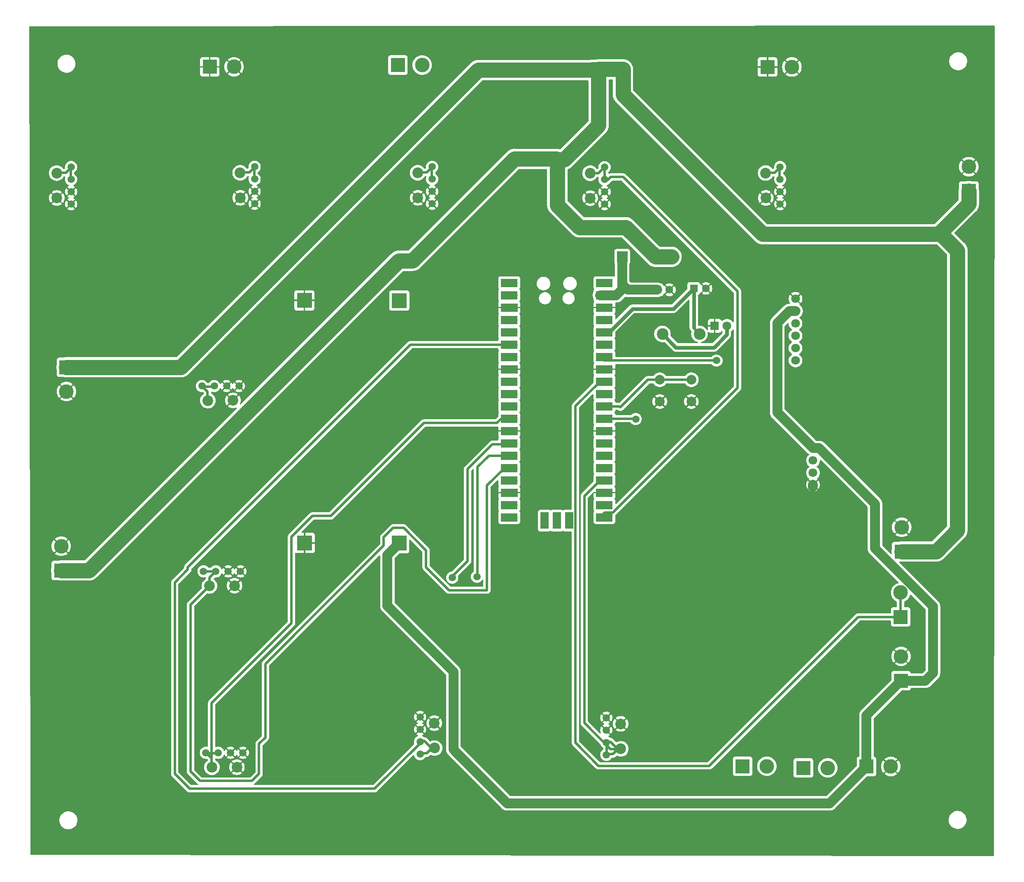
<source format=gbr>
%TF.GenerationSoftware,KiCad,Pcbnew,7.0.11+dfsg-1build4*%
%TF.CreationDate,2025-03-10T12:51:52+05:30*%
%TF.ProjectId,incubator,696e6375-6261-4746-9f72-2e6b69636164,rev?*%
%TF.SameCoordinates,Original*%
%TF.FileFunction,Copper,L1,Top*%
%TF.FilePolarity,Positive*%
%FSLAX46Y46*%
G04 Gerber Fmt 4.6, Leading zero omitted, Abs format (unit mm)*
G04 Created by KiCad (PCBNEW 7.0.11+dfsg-1build4) date 2025-03-10 12:51:52*
%MOMM*%
%LPD*%
G01*
G04 APERTURE LIST*
%TA.AperFunction,ComponentPad*%
%ADD10C,2.000000*%
%TD*%
%TA.AperFunction,ComponentPad*%
%ADD11C,1.500000*%
%TD*%
%TA.AperFunction,ComponentPad*%
%ADD12R,3.000000X3.000000*%
%TD*%
%TA.AperFunction,ComponentPad*%
%ADD13C,3.000000*%
%TD*%
%TA.AperFunction,ComponentPad*%
%ADD14O,1.700000X1.700000*%
%TD*%
%TA.AperFunction,SMDPad,CuDef*%
%ADD15R,3.500000X1.700000*%
%TD*%
%TA.AperFunction,ComponentPad*%
%ADD16R,1.700000X1.700000*%
%TD*%
%TA.AperFunction,SMDPad,CuDef*%
%ADD17R,1.700000X3.500000*%
%TD*%
%TA.AperFunction,ComponentPad*%
%ADD18R,2.200000X2.200000*%
%TD*%
%TA.AperFunction,ComponentPad*%
%ADD19O,2.200000X2.200000*%
%TD*%
%TA.AperFunction,ComponentPad*%
%ADD20R,1.800000X1.800000*%
%TD*%
%TA.AperFunction,ComponentPad*%
%ADD21C,1.800000*%
%TD*%
%TA.AperFunction,ComponentPad*%
%ADD22C,2.400000*%
%TD*%
%TA.AperFunction,ComponentPad*%
%ADD23O,2.400000X2.400000*%
%TD*%
%TA.AperFunction,ComponentPad*%
%ADD24R,1.600000X1.600000*%
%TD*%
%TA.AperFunction,ComponentPad*%
%ADD25C,1.600000*%
%TD*%
%TA.AperFunction,ComponentPad*%
%ADD26R,3.140000X3.140000*%
%TD*%
%TA.AperFunction,ComponentPad*%
%ADD27C,2.200000*%
%TD*%
%TA.AperFunction,ViaPad*%
%ADD28C,0.700000*%
%TD*%
%TA.AperFunction,Conductor*%
%ADD29C,3.170000*%
%TD*%
%TA.AperFunction,Conductor*%
%ADD30C,0.500000*%
%TD*%
%TA.AperFunction,Conductor*%
%ADD31C,0.750000*%
%TD*%
%TA.AperFunction,Conductor*%
%ADD32C,2.000000*%
%TD*%
%TA.AperFunction,Conductor*%
%ADD33C,0.300000*%
%TD*%
%TA.AperFunction,Conductor*%
%ADD34C,0.130000*%
%TD*%
G04 APERTURE END LIST*
D10*
%TO.P,SW1,1,1*%
%TO.N,Net-(U3-RUN)*%
X157825000Y-86800000D03*
X164325000Y-86800000D03*
%TO.P,SW1,2,2*%
%TO.N,GND*%
X157825000Y-91300000D03*
X164325000Y-91300000D03*
%TD*%
D11*
%TO.P,TP13,1,1*%
%TO.N,5v*%
X135700000Y-23150000D03*
%TD*%
D12*
%TO.P,J15,1,Pin_1*%
%TO.N,scl*%
X174855000Y-166360000D03*
D13*
%TO.P,J15,2,Pin_2*%
%TO.N,sda*%
X179855000Y-166360000D03*
%TD*%
D11*
%TO.P,TP14,1,1*%
%TO.N,5v*%
X150975000Y-28800000D03*
%TD*%
D12*
%TO.P,J22,1,Pin_1*%
%TO.N,GND*%
X180000000Y-22450000D03*
D13*
%TO.P,J22,2,Pin_2*%
X185000000Y-22450000D03*
%TD*%
D11*
%TO.P,TP7,1,1*%
%TO.N,5v*%
X136850000Y-41775000D03*
%TD*%
%TO.P,,1,1*%
%TO.N,Net-(U3-GPIO10)*%
X115130000Y-127550000D03*
%TD*%
D14*
%TO.P,U3,1,GPIO0*%
%TO.N,unconnected-(U3-GPIO0-Pad1)*%
X127750000Y-66880000D03*
D15*
X126850000Y-66880000D03*
D14*
%TO.P,U3,2,GPIO1*%
%TO.N,unconnected-(U3-GPIO1-Pad2)*%
X127750000Y-69420000D03*
D15*
X126850000Y-69420000D03*
D16*
%TO.P,U3,3,GND*%
%TO.N,GND*%
X127750000Y-71960000D03*
D15*
X126850000Y-71960000D03*
D14*
%TO.P,U3,4,GPIO2*%
%TO.N,sda*%
X127750000Y-74500000D03*
D15*
X126850000Y-74500000D03*
D14*
%TO.P,U3,5,GPIO3*%
%TO.N,scl*%
X127750000Y-77040000D03*
D15*
X126850000Y-77040000D03*
D14*
%TO.P,U3,6,GPIO4*%
%TO.N,Net-(U3-GPIO4)*%
X127750000Y-79580000D03*
D15*
X126850000Y-79580000D03*
D14*
%TO.P,U3,7,GPIO5*%
%TO.N,Net-(U3-GPIO5)*%
X127750000Y-82120000D03*
D15*
X126850000Y-82120000D03*
D16*
%TO.P,U3,8,GND*%
%TO.N,GND*%
X127750000Y-84660000D03*
D15*
X126850000Y-84660000D03*
D14*
%TO.P,U3,9,GPIO6*%
%TO.N,Net-(U3-GPIO6)*%
X127750000Y-87200000D03*
D15*
X126850000Y-87200000D03*
D14*
%TO.P,U3,10,GPIO7*%
%TO.N,Net-(U3-GPIO7)*%
X127750000Y-89740000D03*
D15*
X126850000Y-89740000D03*
D14*
%TO.P,U3,11,GPIO8*%
%TO.N,Net-(U3-GPIO8)*%
X127750000Y-92280000D03*
D15*
X126850000Y-92280000D03*
D14*
%TO.P,U3,12,GPIO9*%
%TO.N,Net-(U12-signal)*%
X127750000Y-94820000D03*
D15*
X126850000Y-94820000D03*
D16*
%TO.P,U3,13,GND*%
%TO.N,GND*%
X127750000Y-97360000D03*
D15*
X126850000Y-97360000D03*
D14*
%TO.P,U3,14,GPIO10*%
%TO.N,Net-(U3-GPIO10)*%
X127750000Y-99900000D03*
D15*
X126850000Y-99900000D03*
D14*
%TO.P,U3,15,GPIO11*%
%TO.N,Net-(U3-GPIO11)*%
X127750000Y-102440000D03*
D15*
X126850000Y-102440000D03*
D14*
%TO.P,U3,16,GPIO12*%
%TO.N,Net-(U11-signal)*%
X127750000Y-104980000D03*
D15*
X126850000Y-104980000D03*
D14*
%TO.P,U3,17,GPIO13*%
%TO.N,unconnected-(U3-GPIO13-Pad17)*%
X127750000Y-107520000D03*
D15*
X126850000Y-107520000D03*
D16*
%TO.P,U3,18,GND*%
%TO.N,GND*%
X127750000Y-110060000D03*
D15*
X126850000Y-110060000D03*
D14*
%TO.P,U3,19,GPIO14*%
%TO.N,sck*%
X127750000Y-112600000D03*
D15*
X126850000Y-112600000D03*
D14*
%TO.P,U3,20,GPIO15*%
%TO.N,dt*%
X127750000Y-115140000D03*
D15*
X126850000Y-115140000D03*
D14*
%TO.P,U3,21,GPIO16*%
%TO.N,Net-(U3-GPIO16)*%
X145530000Y-115140000D03*
D15*
X146430000Y-115140000D03*
D14*
%TO.P,U3,22,GPIO17*%
%TO.N,unconnected-(U3-GPIO17-Pad22)*%
X145530000Y-112600000D03*
D15*
X146430000Y-112600000D03*
D16*
%TO.P,U3,23,GND*%
%TO.N,GND*%
X145530000Y-110060000D03*
D15*
X146430000Y-110060000D03*
D14*
%TO.P,U3,24,GPIO18*%
%TO.N,12v_mosfet*%
X145530000Y-107520000D03*
D15*
X146430000Y-107520000D03*
D14*
%TO.P,U3,25,GPIO19*%
%TO.N,5v_mosfet*%
X145530000Y-104980000D03*
D15*
X146430000Y-104980000D03*
D14*
%TO.P,U3,26,GPIO20*%
%TO.N,unconnected-(U3-GPIO20-Pad26)*%
X145530000Y-102440000D03*
D15*
X146430000Y-102440000D03*
D14*
%TO.P,U3,27,GPIO21*%
%TO.N,unconnected-(U3-GPIO21-Pad27)*%
X145530000Y-99900000D03*
D15*
X146430000Y-99900000D03*
D16*
%TO.P,U3,28,GND*%
%TO.N,GND*%
X145530000Y-97360000D03*
D15*
X146430000Y-97360000D03*
D14*
%TO.P,U3,29,GPIO22*%
%TO.N,Net-(U3-GPIO22)*%
X145530000Y-94820000D03*
D15*
X146430000Y-94820000D03*
D14*
%TO.P,U3,30,RUN*%
%TO.N,Net-(U3-RUN)*%
X145530000Y-92280000D03*
D15*
X146430000Y-92280000D03*
D14*
%TO.P,U3,31,GPIO26_ADC0*%
%TO.N,Net-(U10-output)*%
X145530000Y-89740000D03*
D15*
X146430000Y-89740000D03*
D14*
%TO.P,U3,32,GPIO27_ADC1*%
%TO.N,Net-(J17-Pin_1)*%
X145530000Y-87200000D03*
D15*
X146430000Y-87200000D03*
D16*
%TO.P,U3,33,AGND*%
%TO.N,GND*%
X145530000Y-84660000D03*
D15*
X146430000Y-84660000D03*
D14*
%TO.P,U3,34,GPIO28_ADC2*%
%TO.N,Net-(U3-GPIO28_ADC2)*%
X145530000Y-82120000D03*
D15*
X146430000Y-82120000D03*
D14*
%TO.P,U3,35,ADC_VREF*%
%TO.N,unconnected-(U3-ADC_VREF-Pad35)*%
X145530000Y-79580000D03*
D15*
X146430000Y-79580000D03*
D14*
%TO.P,U3,36,3V3*%
%TO.N,Net-(U3-3V3)*%
X145530000Y-77040000D03*
D15*
X146430000Y-77040000D03*
D14*
%TO.P,U3,37,3V3_EN*%
%TO.N,unconnected-(U3-3V3_EN-Pad37)*%
X145530000Y-74500000D03*
D15*
X146430000Y-74500000D03*
D16*
%TO.P,U3,38,GND*%
%TO.N,GND*%
X145530000Y-71960000D03*
D15*
X146430000Y-71960000D03*
D14*
%TO.P,U3,39,VSYS*%
%TO.N,Net-(D2-K)*%
X145530000Y-69420000D03*
D15*
X146430000Y-69420000D03*
D14*
%TO.P,U3,40,VBUS*%
%TO.N,unconnected-(U3-VBUS-Pad40)*%
X145530000Y-66880000D03*
D15*
X146430000Y-66880000D03*
D14*
%TO.P,U3,41,SWCLK*%
%TO.N,unconnected-(U3-SWCLK-Pad41)*%
X134100000Y-114910000D03*
D17*
X134100000Y-115810000D03*
D16*
%TO.P,U3,42,GND*%
%TO.N,unconnected-(U3-GND-Pad42)*%
X136640000Y-114910000D03*
D17*
X136640000Y-115810000D03*
D14*
%TO.P,U3,43,SWDIO*%
%TO.N,unconnected-(U3-SWDIO-Pad43)*%
X139180000Y-114910000D03*
D17*
X139180000Y-115810000D03*
%TD*%
D18*
%TO.P,D2,1,K*%
%TO.N,Net-(D2-K)*%
X150091000Y-61523000D03*
D19*
%TO.P,D2,2,A*%
%TO.N,5v*%
X160251000Y-61523000D03*
%TD*%
D20*
%TO.P,D1,1,K*%
%TO.N,GND*%
X169125000Y-75725000D03*
D21*
%TO.P,D1,2,A*%
%TO.N,Net-(D1-A)*%
X171665000Y-75725000D03*
%TD*%
D22*
%TO.P,R1,1*%
%TO.N,Net-(D1-A)*%
X158381000Y-77393000D03*
D23*
%TO.P,R1,2*%
%TO.N,Net-(U3-3V3)*%
X166001000Y-77393000D03*
%TD*%
D11*
%TO.P,TP5,1,1*%
%TO.N,5v*%
X47800000Y-84025000D03*
%TD*%
%TO.P,scl,1,1*%
%TO.N,Net-(U3-GPIO11)*%
X120234000Y-127360000D03*
%TD*%
%TO.P,TP11,1,1*%
%TO.N,3v3*%
X163525000Y-173900000D03*
%TD*%
D21*
%TO.P,U10,1,gnd*%
%TO.N,GND*%
X185754000Y-70150000D03*
%TO.P,U10,2,3v3*%
%TO.N,3v3*%
X185754000Y-72690000D03*
%TO.P,U10,3,output*%
%TO.N,Net-(U10-output)*%
X185754000Y-75230000D03*
%TO.P,U10,4*%
%TO.N,N/C*%
X185754000Y-77770000D03*
%TO.P,U10,5*%
X185754000Y-80310000D03*
%TO.P,U10,6*%
X185754000Y-82850000D03*
%TD*%
D24*
%TO.P,C3,1*%
%TO.N,Net-(D2-K)*%
X157300000Y-68300000D03*
D25*
%TO.P,C3,2*%
%TO.N,GND*%
X159800000Y-68300000D03*
%TD*%
D12*
%TO.P,J17,1,Pin_1*%
%TO.N,Net-(J17-Pin_1)*%
X207375000Y-135625000D03*
D13*
%TO.P,J17,2,Pin_2*%
X207375000Y-130625000D03*
%TD*%
D26*
%TO.P,U2,1,in+*%
%TO.N,12v*%
X104239000Y-70525000D03*
%TO.P,U2,2,in-*%
%TO.N,GND*%
X84719000Y-70495000D03*
%TO.P,U2,3,out+*%
%TO.N,3v3*%
X104229000Y-120445000D03*
%TO.P,U2,4,out-*%
%TO.N,GND*%
X84769000Y-120405000D03*
%TD*%
D12*
%TO.P,J20,1,Pin_1*%
%TO.N,5v*%
X35775000Y-84250000D03*
D13*
%TO.P,J20,2,Pin_2*%
%TO.N,GND*%
X35775000Y-89250000D03*
%TD*%
D11*
%TO.P,U13,1,signal*%
%TO.N,12v_mosfet*%
X146840000Y-164010000D03*
D27*
X149820000Y-162780000D03*
D11*
X146840000Y-161470000D03*
%TO.P,U13,2,gnd*%
%TO.N,GND*%
X146840000Y-158930000D03*
D27*
X149790000Y-157640000D03*
D11*
X146840000Y-156390000D03*
%TD*%
%TO.P,U7,1,signal*%
%TO.N,Net-(U3-GPIO6)*%
X36729000Y-43045500D03*
D27*
X33749000Y-44275500D03*
D11*
X36729000Y-45585500D03*
%TO.P,U7,2,gnd*%
%TO.N,GND*%
X36729000Y-48125500D03*
D27*
X33779000Y-49415500D03*
D11*
X36729000Y-50665500D03*
%TD*%
%TO.P,,1,1*%
%TO.N,3v3*%
X202100000Y-121325000D03*
%TD*%
%TO.P,U5,1,signal*%
%TO.N,Net-(U3-GPIO5)*%
X111004000Y-42995500D03*
D27*
X108024000Y-44225500D03*
D11*
X111004000Y-45535500D03*
%TO.P,U5,2,gnd*%
%TO.N,GND*%
X111004000Y-48075500D03*
D27*
X108054000Y-49365500D03*
D11*
X111004000Y-50615500D03*
%TD*%
D12*
%TO.P,J2,1,Pin_1*%
%TO.N,5v*%
X221400000Y-47975000D03*
D13*
%TO.P,J2,2,Pin_2*%
%TO.N,GND*%
X221400000Y-42975000D03*
%TD*%
D11*
%TO.P,U6,1,signal*%
%TO.N,Net-(U3-GPIO16)*%
X146479000Y-43070500D03*
D27*
X143499000Y-44300500D03*
D11*
X146479000Y-45610500D03*
%TO.P,U6,2,gnd*%
%TO.N,GND*%
X146479000Y-48150500D03*
D27*
X143529000Y-49440500D03*
D11*
X146479000Y-50690500D03*
%TD*%
D12*
%TO.P,J13,1,Pin_1*%
%TO.N,scl*%
X187375000Y-166700000D03*
D13*
%TO.P,J13,2,Pin_2*%
%TO.N,sda*%
X192375000Y-166700000D03*
%TD*%
D11*
%TO.P,U8,1,signal*%
%TO.N,Net-(U3-GPIO7)*%
X74485000Y-42990000D03*
D27*
X71505000Y-44220000D03*
D11*
X74485000Y-45530000D03*
%TO.P,U8,2,gnd*%
%TO.N,GND*%
X74485000Y-48070000D03*
D27*
X71535000Y-49360000D03*
D11*
X74485000Y-50610000D03*
%TD*%
%TO.P,U12,1,signal*%
%TO.N,Net-(U12-signal)*%
X64463000Y-163595000D03*
D27*
X65693000Y-166575000D03*
D11*
X67003000Y-163595000D03*
%TO.P,U12,2,gnd*%
%TO.N,GND*%
X69543000Y-163595000D03*
D27*
X70833000Y-166545000D03*
D11*
X72083000Y-163595000D03*
%TD*%
%TO.P,TP6,1,1*%
%TO.N,Net-(U3-GPIO22)*%
X152875000Y-94900000D03*
%TD*%
D12*
%TO.P,J21,1,Pin_1*%
%TO.N,5v*%
X145250000Y-22925000D03*
D13*
%TO.P,J21,2,Pin_2*%
X150250000Y-22925000D03*
%TD*%
D11*
%TO.P,U9,1,signal*%
%TO.N,Net-(U3-GPIO8)*%
X63638000Y-88120000D03*
D27*
X64868000Y-91100000D03*
D11*
X66178000Y-88120000D03*
%TO.P,U9,2,gnd*%
%TO.N,GND*%
X68718000Y-88120000D03*
D27*
X70008000Y-91070000D03*
D11*
X71258000Y-88120000D03*
%TD*%
D12*
%TO.P,J12,1,Pin_1*%
%TO.N,3v3*%
X207475000Y-148755000D03*
D13*
%TO.P,J12,2,Pin_2*%
%TO.N,GND*%
X207475000Y-143755000D03*
%TD*%
D11*
%TO.P,TP3,1,1*%
%TO.N,Net-(U3-GPIO28_ADC2)*%
X169501000Y-82873000D03*
%TD*%
D12*
%TO.P,J16,1,Pin_1*%
%TO.N,3v3*%
X200355000Y-166410000D03*
D13*
%TO.P,J16,2,Pin_2*%
%TO.N,GND*%
X205355000Y-166410000D03*
%TD*%
D11*
%TO.P,TP9,1,1*%
%TO.N,3v3*%
X101750000Y-130975000D03*
%TD*%
D12*
%TO.P,J6,1,Pin_1*%
%TO.N,5v*%
X207600000Y-122175000D03*
D13*
%TO.P,J6,2,Pin_2*%
%TO.N,GND*%
X207600000Y-117175000D03*
%TD*%
D11*
%TO.P,TP10,1,1*%
%TO.N,3v3*%
X200700000Y-155825000D03*
%TD*%
D12*
%TO.P,J1,1,Pin_1*%
%TO.N,12v*%
X103950000Y-22050000D03*
D13*
%TO.P,J1,2,Pin_2*%
X108950000Y-22050000D03*
%TD*%
D21*
%TO.P,U14,1,vcc*%
%TO.N,3v3*%
X189360000Y-100895000D03*
%TO.P,U14,2,sck*%
%TO.N,sck*%
X189360000Y-103435000D03*
%TO.P,U14,3,dt*%
%TO.N,dt*%
X189360000Y-105975000D03*
%TO.P,U14,4,gnd*%
%TO.N,GND*%
X189360000Y-108425000D03*
%TD*%
D11*
%TO.P,U11,1,signal*%
%TO.N,Net-(U11-signal)*%
X63963000Y-126245000D03*
D27*
X65193000Y-129225000D03*
D11*
X66503000Y-126245000D03*
%TO.P,U11,2,gnd*%
%TO.N,GND*%
X69043000Y-126245000D03*
D27*
X70333000Y-129195000D03*
D11*
X71583000Y-126245000D03*
%TD*%
%TO.P,TP8,1,1*%
%TO.N,5v*%
X47200000Y-119250000D03*
%TD*%
D12*
%TO.P,J5,1,Pin_1*%
%TO.N,5v*%
X34700000Y-126073000D03*
D13*
%TO.P,J5,2,Pin_2*%
%TO.N,GND*%
X34700000Y-121073000D03*
%TD*%
D11*
%TO.P,U4,1,signal*%
%TO.N,Net-(U3-GPIO4)*%
X108515000Y-163860000D03*
D27*
X111495000Y-162630000D03*
D11*
X108515000Y-161320000D03*
%TO.P,U4,2,gnd*%
%TO.N,GND*%
X108515000Y-158780000D03*
D27*
X111465000Y-157490000D03*
D11*
X108515000Y-156240000D03*
%TD*%
%TO.P,TP4,1,1*%
%TO.N,5v*%
X145350000Y-28925000D03*
%TD*%
D24*
%TO.P,C1,1*%
%TO.N,Net-(U3-3V3)*%
X164825888Y-68023000D03*
D25*
%TO.P,C1,2*%
%TO.N,GND*%
X167325888Y-68023000D03*
%TD*%
D11*
%TO.P,U1,1,signal*%
%TO.N,5v_mosfet*%
X182585000Y-43040000D03*
D27*
X179605000Y-44270000D03*
D11*
X182585000Y-45580000D03*
%TO.P,U1,2,gnd*%
%TO.N,GND*%
X182585000Y-48120000D03*
D27*
X179635000Y-49410000D03*
D11*
X182585000Y-50660000D03*
%TD*%
D12*
%TO.P,J3,1,Pin_1*%
%TO.N,GND*%
X65250000Y-22425000D03*
D13*
%TO.P,J3,2,Pin_2*%
X70250000Y-22425000D03*
%TD*%
D28*
%TO.N,GND*%
X56600000Y-182075000D03*
X175200000Y-99775000D03*
X34175000Y-145575000D03*
X48550000Y-168975000D03*
X209925000Y-158350000D03*
X168900000Y-110950000D03*
X86675000Y-21200000D03*
X197450000Y-28300000D03*
X63182373Y-33609439D03*
X178175000Y-125025000D03*
X34525000Y-153375000D03*
X100325000Y-141100000D03*
X153000000Y-70550000D03*
X47975000Y-161025000D03*
X138750000Y-180225000D03*
X157900000Y-124850000D03*
X115575000Y-175625000D03*
X171200000Y-152625000D03*
X222750000Y-158550000D03*
X35100000Y-168975000D03*
X115850000Y-182150000D03*
X126950000Y-180425000D03*
X123775000Y-16825000D03*
X90150000Y-61625000D03*
X47625000Y-145575000D03*
X223725000Y-124725000D03*
X157350000Y-152700000D03*
X70425000Y-182425000D03*
X122625000Y-145625000D03*
X162500000Y-161650000D03*
X70775000Y-175875000D03*
X129225000Y-58775000D03*
X220125000Y-30450000D03*
X109925000Y-85125000D03*
X94725000Y-134200000D03*
X135000000Y-17175000D03*
X46722453Y-102899651D03*
X95225000Y-182425000D03*
X37775000Y-32650000D03*
X135000000Y-31125000D03*
X155775000Y-179725000D03*
X128575000Y-135850000D03*
X79350000Y-78700000D03*
X201450000Y-18750000D03*
X148825000Y-143200000D03*
X34100000Y-138175000D03*
X188850000Y-122500000D03*
X116075000Y-135750000D03*
X107300000Y-182350000D03*
X79350000Y-96825000D03*
X134175000Y-128575000D03*
X83539979Y-175995636D03*
X190350000Y-151900000D03*
X135250000Y-142775000D03*
X47975000Y-153375000D03*
X34325000Y-102075000D03*
X170400000Y-31350000D03*
X89600000Y-141475000D03*
X118625000Y-75250000D03*
X83900000Y-182425000D03*
X47550000Y-138175000D03*
X162500000Y-143350000D03*
X34525000Y-161025000D03*
X107025000Y-175650000D03*
X208750000Y-31200000D03*
X41725000Y-74275000D03*
X49100000Y-62725000D03*
X56225000Y-175875000D03*
X33600000Y-62250000D03*
X223925000Y-67275000D03*
X178900000Y-143850000D03*
X223550000Y-140475000D03*
X51725000Y-93250000D03*
X114075000Y-68200000D03*
X224075000Y-108450000D03*
X47575000Y-17875000D03*
X118025000Y-91800000D03*
X94875000Y-175875000D03*
X171825000Y-180475000D03*
X162300000Y-19075000D03*
X39700000Y-110050000D03*
X224475000Y-87025000D03*
%TD*%
D29*
%TO.N,5v*%
X207600000Y-122175000D02*
X214700000Y-122175000D01*
X219050000Y-60200000D02*
X215662500Y-56812500D01*
X214700000Y-122175000D02*
X219050000Y-117825000D01*
X215662500Y-56387500D02*
X221400000Y-50650000D01*
X219050000Y-117825000D02*
X219050000Y-60200000D01*
X215662500Y-56812500D02*
X215662500Y-56387500D01*
X221400000Y-50650000D02*
X221400000Y-47975000D01*
D30*
%TO.N,Net-(U12-signal)*%
X65637000Y-165975000D02*
X65637000Y-153363000D01*
X86350000Y-114850000D02*
X90150000Y-114850000D01*
X65637000Y-153363000D02*
X82075000Y-136925000D01*
X82075000Y-136925000D02*
X82075000Y-119125000D01*
X82075000Y-119125000D02*
X86350000Y-114850000D01*
X90150000Y-114850000D02*
X109275000Y-95725000D01*
X109275000Y-95725000D02*
X124315000Y-95725000D01*
X124315000Y-95725000D02*
X125220000Y-94820000D01*
X125220000Y-94820000D02*
X127750000Y-94820000D01*
%TO.N,Net-(U3-3V3)*%
X147390000Y-77040000D02*
X145530000Y-77040000D01*
D31*
X160623888Y-72225000D02*
X152205000Y-72225000D01*
X164825888Y-68023000D02*
X160623888Y-72225000D01*
D30*
X164825888Y-76217888D02*
X166001000Y-77393000D01*
D31*
X164825888Y-76028112D02*
X164825888Y-68023000D01*
X152205000Y-72225000D02*
X147390000Y-77040000D01*
D30*
X164825888Y-76028112D02*
X164825888Y-76217888D01*
D31*
%TO.N,Net-(D1-A)*%
X158381000Y-77393000D02*
X161158000Y-80170000D01*
X168974000Y-80170000D02*
X171601000Y-77543000D01*
X171601000Y-77543000D02*
X171601000Y-75753000D01*
X161158000Y-80170000D02*
X168974000Y-80170000D01*
D29*
%TO.N,5v*%
X40402000Y-126073000D02*
X34700000Y-126073000D01*
X156948000Y-61523000D02*
X160251000Y-61523000D01*
X106962000Y-62338000D02*
X104137000Y-62338000D01*
X150250000Y-28121000D02*
X150250000Y-22925000D01*
X127940500Y-41359500D02*
X106962000Y-62338000D01*
X136750000Y-50875000D02*
X141325000Y-55450000D01*
X120450000Y-23100000D02*
X59300000Y-84250000D01*
X145229000Y-34496000D02*
X145229000Y-33030500D01*
X141325000Y-55450000D02*
X150875000Y-55450000D01*
X104137000Y-62338000D02*
X40402000Y-126073000D01*
X214750000Y-56875000D02*
X179004000Y-56875000D01*
X136750000Y-41509500D02*
X136600000Y-41359500D01*
X145250000Y-22925000D02*
X150250000Y-22925000D01*
X136750000Y-41509500D02*
X136750000Y-50875000D01*
X138215500Y-41509500D02*
X145229000Y-34496000D01*
X59300000Y-84250000D02*
X35775000Y-84250000D01*
X145229000Y-33030500D02*
X145229000Y-23100000D01*
X150875000Y-55450000D02*
X156948000Y-61523000D01*
X145229000Y-23100000D02*
X120450000Y-23100000D01*
X179004000Y-56875000D02*
X150250000Y-28121000D01*
X136750000Y-41509500D02*
X138215500Y-41509500D01*
X136600000Y-41359500D02*
X127940500Y-41359500D01*
D30*
%TO.N,Net-(U3-RUN)*%
X155361000Y-86853000D02*
X149734000Y-92480000D01*
X157825000Y-86800000D02*
X155525000Y-86800000D01*
X149534000Y-92280000D02*
X145530000Y-92280000D01*
X149734000Y-92480000D02*
X149534000Y-92280000D01*
X157825000Y-86800000D02*
X164325000Y-86800000D01*
D32*
%TO.N,GND*%
X189360000Y-108425000D02*
X189360000Y-108791623D01*
D30*
%TO.N,Net-(U3-GPIO4)*%
X99150000Y-171000000D02*
X61100000Y-171000000D01*
X109879000Y-163702000D02*
X110895000Y-162686000D01*
X108609000Y-161162000D02*
X109371000Y-161162000D01*
X60733057Y-125841943D02*
X60733057Y-125391943D01*
X58050000Y-167950000D02*
X58050000Y-128525000D01*
X108609000Y-161541000D02*
X99150000Y-171000000D01*
X61100000Y-171000000D02*
X58050000Y-167950000D01*
X109371000Y-161162000D02*
X110895000Y-162686000D01*
X108609000Y-161162000D02*
X108609000Y-161541000D01*
X60733057Y-125391943D02*
X106545000Y-79580000D01*
X58050000Y-128525000D02*
X60733057Y-125841943D01*
X108609000Y-163702000D02*
X109879000Y-163702000D01*
X106545000Y-79580000D02*
X127750000Y-79580000D01*
%TO.N,Net-(U3-GPIO5)*%
X108624000Y-44169500D02*
X109894000Y-44169500D01*
X110910000Y-45693500D02*
X110910000Y-43153500D01*
X109894000Y-44169500D02*
X110910000Y-43153500D01*
%TO.N,Net-(U3-GPIO6)*%
X35619000Y-44219500D02*
X36635000Y-43203500D01*
X34349000Y-44219500D02*
X35619000Y-44219500D01*
X36635000Y-45743500D02*
X36635000Y-43203500D01*
%TO.N,Net-(U3-GPIO7)*%
X73375000Y-44164000D02*
X74391000Y-43148000D01*
X74391000Y-45688000D02*
X74391000Y-43148000D01*
X72105000Y-44164000D02*
X73375000Y-44164000D01*
%TO.N,Net-(U3-GPIO8)*%
X66336000Y-88214000D02*
X63796000Y-88214000D01*
X64812000Y-90500000D02*
X64812000Y-89230000D01*
X64812000Y-89230000D02*
X63796000Y-88214000D01*
%TO.N,Net-(U3-GPIO10)*%
X118275000Y-105225000D02*
X123400000Y-100100000D01*
X115074000Y-127360000D02*
X118275000Y-124159000D01*
X118275000Y-124159000D02*
X118275000Y-105225000D01*
X123400000Y-100100000D02*
X127550000Y-100100000D01*
X127550000Y-100100000D02*
X127750000Y-99900000D01*
%TO.N,Net-(U3-GPIO11)*%
X122660000Y-102440000D02*
X127750000Y-102440000D01*
X120340000Y-104790000D02*
X120340000Y-104760000D01*
X120340000Y-127540000D02*
X120340000Y-104790000D01*
X120340000Y-104760000D02*
X122660000Y-102440000D01*
%TO.N,Net-(U3-GPIO16)*%
X148152500Y-114177500D02*
X146492500Y-114177500D01*
X146492500Y-114177500D02*
X145530000Y-115140000D01*
X147750000Y-45100000D02*
X150300000Y-45100000D01*
X146385000Y-45768500D02*
X147081500Y-45768500D01*
X150300000Y-45100000D02*
X173800000Y-68600000D01*
X146479000Y-43070500D02*
X146479000Y-45610500D01*
X145249000Y-44300500D02*
X146479000Y-43070500D01*
X173800000Y-68600000D02*
X173800000Y-88530000D01*
X143499000Y-44300500D02*
X145249000Y-44300500D01*
X173800000Y-88530000D02*
X148152500Y-114177500D01*
X147081500Y-45768500D02*
X147750000Y-45100000D01*
%TO.N,Net-(U3-GPIO28_ADC2)*%
X146283000Y-82873000D02*
X169501000Y-82873000D01*
X145530000Y-82120000D02*
X146283000Y-82873000D01*
%TO.N,5v_mosfet*%
X181475000Y-44214000D02*
X182491000Y-43198000D01*
X180205000Y-44214000D02*
X181475000Y-44214000D01*
X182491000Y-45738000D02*
X182491000Y-43198000D01*
%TO.N,12v_mosfet*%
X142300000Y-157450000D02*
X142300000Y-110750000D01*
X148204000Y-163852000D02*
X149220000Y-162836000D01*
D33*
X146934000Y-161312000D02*
X147696000Y-161312000D01*
D30*
X149220000Y-162836000D02*
X147686000Y-162836000D01*
X146934000Y-163852000D02*
X146934000Y-161312000D01*
X146934000Y-163852000D02*
X148204000Y-163852000D01*
X147686000Y-162836000D02*
X142300000Y-157450000D01*
X147696000Y-161312000D02*
X149220000Y-162836000D01*
X142300000Y-110750000D02*
X145530000Y-107520000D01*
D32*
%TO.N,3v3*%
X202100000Y-121531623D02*
X214025000Y-133456623D01*
X182000000Y-91600000D02*
X182000000Y-93535000D01*
X182000000Y-93575000D02*
X182000000Y-75171208D01*
X202325000Y-153905000D02*
X202325000Y-153875000D01*
X214025000Y-147200000D02*
X212470000Y-148755000D01*
X126450000Y-174000000D02*
X192765000Y-174000000D01*
X182000000Y-93535000D02*
X189360000Y-100895000D01*
X192765000Y-174000000D02*
X200355000Y-166410000D01*
X212470000Y-148755000D02*
X207475000Y-148755000D01*
X101800000Y-133350000D02*
X110550000Y-142100000D01*
X103607000Y-121082000D02*
X103607000Y-121067000D01*
X101800000Y-122874000D02*
X101800000Y-133350000D01*
X115375975Y-162925975D02*
X126450000Y-174000000D01*
X189360000Y-100895000D02*
X190632792Y-100895000D01*
X214025000Y-133456623D02*
X214025000Y-147200000D01*
X110550000Y-142100000D02*
X115375975Y-146925975D01*
X115375975Y-146925975D02*
X115375975Y-162925975D01*
X200355000Y-155875000D02*
X202325000Y-153905000D01*
X103607000Y-121067000D02*
X101800000Y-122874000D01*
X184481208Y-72690000D02*
X185754000Y-72690000D01*
X202100000Y-112362208D02*
X202100000Y-121325000D01*
X202355000Y-153875000D02*
X207475000Y-148755000D01*
X202325000Y-153875000D02*
X202355000Y-153875000D01*
X200355000Y-166410000D02*
X200355000Y-155875000D01*
X182000000Y-75171208D02*
X184481208Y-72690000D01*
X202100000Y-121325000D02*
X202100000Y-121531623D01*
X190632792Y-100895000D02*
X202100000Y-112362208D01*
D30*
%TO.N,Net-(J17-Pin_1)*%
X207375000Y-130625000D02*
X207375000Y-135625000D01*
X140480000Y-161530000D02*
X140480000Y-92250000D01*
X198675000Y-135625000D02*
X168025000Y-166275000D01*
X207375000Y-135625000D02*
X198675000Y-135625000D01*
X145225000Y-166275000D02*
X140480000Y-161530000D01*
X168025000Y-166275000D02*
X145225000Y-166275000D01*
X140480000Y-92250000D02*
X145530000Y-87200000D01*
%TO.N,Net-(U12-signal)*%
X67161000Y-163689000D02*
X64621000Y-163689000D01*
X65637000Y-164705000D02*
X64621000Y-163689000D01*
D33*
X65637000Y-165975000D02*
X65637000Y-164705000D01*
D30*
%TO.N,Net-(U11-signal)*%
X65193000Y-129225000D02*
X61275000Y-133143000D01*
X109750000Y-121926000D02*
X109750000Y-125400000D01*
X73925000Y-169400000D02*
X75400000Y-167925000D01*
X76700000Y-145325000D02*
X101050000Y-120975000D01*
X101050000Y-120975000D02*
X101050000Y-119250000D01*
X122275000Y-130100000D02*
X122275000Y-108595000D01*
X122250000Y-130125000D02*
X122275000Y-130100000D01*
X61275000Y-167425000D02*
X63250000Y-169400000D01*
X63963000Y-126245000D02*
X66503000Y-126245000D01*
X103000000Y-117300000D02*
X105124000Y-117300000D01*
X109750000Y-125400000D02*
X114475000Y-130125000D01*
X75400000Y-161750000D02*
X76700000Y-160450000D01*
X61275000Y-133143000D02*
X61275000Y-167425000D01*
X63250000Y-169400000D02*
X73925000Y-169400000D01*
X65193000Y-129225000D02*
X65193000Y-127555000D01*
X75400000Y-167925000D02*
X75400000Y-161750000D01*
X101050000Y-119250000D02*
X103000000Y-117300000D01*
X105124000Y-117300000D02*
X109750000Y-121926000D01*
X125890000Y-104980000D02*
X127750000Y-104980000D01*
X114475000Y-130125000D02*
X122250000Y-130125000D01*
X65193000Y-127555000D02*
X66503000Y-126245000D01*
X122275000Y-108595000D02*
X125890000Y-104980000D01*
X76700000Y-160450000D02*
X76700000Y-145325000D01*
D34*
%TO.N,Net-(U3-GPIO22)*%
X152795000Y-94820000D02*
X152875000Y-94900000D01*
D30*
X145530000Y-94820000D02*
X152795000Y-94820000D01*
D32*
%TO.N,Net-(D2-K)*%
X150091000Y-61523000D02*
X150091000Y-64623000D01*
X150091000Y-68219000D02*
X150091000Y-64623000D01*
X148890000Y-69420000D02*
X150091000Y-68219000D01*
X145530000Y-69420000D02*
X148890000Y-69420000D01*
X150091000Y-64623000D02*
X150091000Y-67175000D01*
X150091000Y-67175000D02*
X151216000Y-68300000D01*
X151216000Y-68300000D02*
X157300000Y-68300000D01*
%TD*%
%TA.AperFunction,Conductor*%
%TO.N,GND*%
G36*
X124542540Y-80350185D02*
G01*
X124588295Y-80402989D01*
X124599501Y-80454500D01*
X124599501Y-80477876D01*
X124605908Y-80537483D01*
X124656202Y-80672328D01*
X124656203Y-80672330D01*
X124733578Y-80775689D01*
X124757995Y-80841153D01*
X124743144Y-80909426D01*
X124733578Y-80924311D01*
X124656203Y-81027669D01*
X124656202Y-81027671D01*
X124605908Y-81162517D01*
X124604765Y-81173153D01*
X124599501Y-81222123D01*
X124599500Y-81222135D01*
X124599500Y-83017870D01*
X124599501Y-83017876D01*
X124605908Y-83077483D01*
X124656202Y-83212328D01*
X124656206Y-83212335D01*
X124733889Y-83316105D01*
X124758307Y-83381569D01*
X124743456Y-83449842D01*
X124733890Y-83464727D01*
X124656647Y-83567910D01*
X124656645Y-83567913D01*
X124606403Y-83702620D01*
X124606401Y-83702627D01*
X124600000Y-83762155D01*
X124600000Y-84510000D01*
X127262514Y-84510000D01*
X127240000Y-84586673D01*
X127240000Y-84733327D01*
X127262514Y-84810000D01*
X124600000Y-84810000D01*
X124600000Y-85557844D01*
X124606401Y-85617372D01*
X124606403Y-85617379D01*
X124656645Y-85752086D01*
X124656646Y-85752088D01*
X124733890Y-85855272D01*
X124758307Y-85920736D01*
X124743456Y-85989009D01*
X124733890Y-86003894D01*
X124656204Y-86107669D01*
X124656202Y-86107671D01*
X124605908Y-86242517D01*
X124601218Y-86286144D01*
X124599501Y-86302123D01*
X124599500Y-86302135D01*
X124599500Y-88097870D01*
X124599501Y-88097876D01*
X124605908Y-88157483D01*
X124656202Y-88292328D01*
X124656203Y-88292330D01*
X124733578Y-88395689D01*
X124757995Y-88461153D01*
X124743144Y-88529426D01*
X124733578Y-88544311D01*
X124656203Y-88647669D01*
X124656202Y-88647671D01*
X124605908Y-88782517D01*
X124599501Y-88842116D01*
X124599501Y-88842123D01*
X124599500Y-88842135D01*
X124599500Y-90637870D01*
X124599501Y-90637876D01*
X124605908Y-90697483D01*
X124656202Y-90832328D01*
X124656203Y-90832330D01*
X124733578Y-90935689D01*
X124757995Y-91001153D01*
X124743144Y-91069426D01*
X124733578Y-91084311D01*
X124656203Y-91187669D01*
X124656202Y-91187671D01*
X124605908Y-91322517D01*
X124600525Y-91372589D01*
X124599501Y-91382123D01*
X124599500Y-91382135D01*
X124599500Y-93177870D01*
X124599501Y-93177876D01*
X124605908Y-93237483D01*
X124656202Y-93372328D01*
X124656203Y-93372330D01*
X124656204Y-93372331D01*
X124731399Y-93472779D01*
X124733578Y-93475689D01*
X124757995Y-93541153D01*
X124743144Y-93609426D01*
X124733578Y-93624311D01*
X124656203Y-93727669D01*
X124656202Y-93727671D01*
X124605908Y-93862517D01*
X124599501Y-93922116D01*
X124599501Y-93922123D01*
X124599500Y-93922135D01*
X124599500Y-94327769D01*
X124579815Y-94394808D01*
X124563181Y-94415450D01*
X124040451Y-94938181D01*
X123979128Y-94971666D01*
X123952770Y-94974500D01*
X109338705Y-94974500D01*
X109320735Y-94973191D01*
X109296972Y-94969710D01*
X109250642Y-94973764D01*
X109247632Y-94974028D01*
X109236826Y-94974500D01*
X109231284Y-94974500D01*
X109200484Y-94978100D01*
X109196899Y-94978466D01*
X109122200Y-94985001D01*
X109115133Y-94986461D01*
X109115121Y-94986404D01*
X109107754Y-94988038D01*
X109107768Y-94988094D01*
X109100745Y-94989758D01*
X109030270Y-95015407D01*
X109026870Y-95016589D01*
X108955666Y-95040185D01*
X108949119Y-95043238D01*
X108949094Y-95043186D01*
X108942314Y-95046468D01*
X108942340Y-95046520D01*
X108935882Y-95049763D01*
X108873235Y-95090966D01*
X108870199Y-95092900D01*
X108806346Y-95132287D01*
X108800677Y-95136770D01*
X108800641Y-95136724D01*
X108794798Y-95141484D01*
X108794835Y-95141528D01*
X108789310Y-95146164D01*
X108737831Y-95200727D01*
X108735319Y-95203312D01*
X89875451Y-114063181D01*
X89814128Y-114096666D01*
X89787770Y-114099500D01*
X86413705Y-114099500D01*
X86395735Y-114098191D01*
X86371972Y-114094710D01*
X86324843Y-114098834D01*
X86322630Y-114099028D01*
X86311824Y-114099500D01*
X86306284Y-114099500D01*
X86275501Y-114103098D01*
X86271916Y-114103464D01*
X86197199Y-114110001D01*
X86190132Y-114111460D01*
X86190120Y-114111404D01*
X86182763Y-114113035D01*
X86182777Y-114113092D01*
X86175740Y-114114760D01*
X86105231Y-114140421D01*
X86101830Y-114141603D01*
X86030668Y-114165184D01*
X86024126Y-114168235D01*
X86024101Y-114168183D01*
X86017308Y-114171471D01*
X86017334Y-114171522D01*
X86010886Y-114174760D01*
X85948228Y-114215970D01*
X85945191Y-114217905D01*
X85881344Y-114257288D01*
X85875677Y-114261769D01*
X85875641Y-114261723D01*
X85869798Y-114266484D01*
X85869835Y-114266528D01*
X85864310Y-114271164D01*
X85812848Y-114325709D01*
X85810336Y-114328294D01*
X81589358Y-118549272D01*
X81575729Y-118561051D01*
X81556469Y-118575390D01*
X81524632Y-118613331D01*
X81517346Y-118621284D01*
X81513407Y-118625224D01*
X81494176Y-118649545D01*
X81491902Y-118652337D01*
X81443694Y-118709790D01*
X81439729Y-118715819D01*
X81439682Y-118715788D01*
X81435630Y-118722147D01*
X81435679Y-118722177D01*
X81431889Y-118728321D01*
X81400192Y-118796294D01*
X81398623Y-118799536D01*
X81364957Y-118866572D01*
X81362488Y-118873357D01*
X81362432Y-118873336D01*
X81359960Y-118880450D01*
X81360015Y-118880469D01*
X81357743Y-118887325D01*
X81342573Y-118960788D01*
X81341793Y-118964304D01*
X81324499Y-119037279D01*
X81323661Y-119044454D01*
X81323601Y-119044447D01*
X81322835Y-119051945D01*
X81322895Y-119051951D01*
X81322265Y-119059140D01*
X81324448Y-119134128D01*
X81324500Y-119137735D01*
X81324500Y-136562769D01*
X81304815Y-136629808D01*
X81288181Y-136650450D01*
X65151358Y-152787272D01*
X65137729Y-152799051D01*
X65118469Y-152813390D01*
X65086632Y-152851331D01*
X65079346Y-152859284D01*
X65075407Y-152863224D01*
X65056176Y-152887545D01*
X65053902Y-152890337D01*
X65005694Y-152947790D01*
X65001729Y-152953819D01*
X65001682Y-152953788D01*
X64997630Y-152960147D01*
X64997679Y-152960177D01*
X64993889Y-152966321D01*
X64962192Y-153034294D01*
X64960623Y-153037536D01*
X64926957Y-153104572D01*
X64924488Y-153111357D01*
X64924432Y-153111336D01*
X64921960Y-153118450D01*
X64922015Y-153118469D01*
X64919743Y-153125325D01*
X64904573Y-153198788D01*
X64903793Y-153202304D01*
X64886499Y-153275279D01*
X64885661Y-153282454D01*
X64885601Y-153282447D01*
X64884835Y-153289945D01*
X64884895Y-153289951D01*
X64884265Y-153297140D01*
X64886448Y-153372128D01*
X64886500Y-153375735D01*
X64886500Y-162252262D01*
X64866815Y-162319301D01*
X64814011Y-162365056D01*
X64744853Y-162375000D01*
X64730408Y-162372037D01*
X64680982Y-162358794D01*
X64680979Y-162358793D01*
X64680977Y-162358793D01*
X64571988Y-162349258D01*
X64463002Y-162339723D01*
X64462998Y-162339723D01*
X64317682Y-162352436D01*
X64245023Y-162358793D01*
X64245020Y-162358793D01*
X64033677Y-162415422D01*
X64033668Y-162415426D01*
X63835361Y-162507898D01*
X63835357Y-162507900D01*
X63656121Y-162633402D01*
X63501402Y-162788121D01*
X63375900Y-162967357D01*
X63375898Y-162967361D01*
X63283426Y-163165668D01*
X63283422Y-163165677D01*
X63226793Y-163377020D01*
X63226793Y-163377023D01*
X63223483Y-163414856D01*
X63207723Y-163594997D01*
X63207723Y-163595002D01*
X63211886Y-163642582D01*
X63226081Y-163804844D01*
X63226793Y-163812975D01*
X63226793Y-163812979D01*
X63283422Y-164024322D01*
X63283424Y-164024326D01*
X63283425Y-164024330D01*
X63308843Y-164078839D01*
X63375897Y-164222638D01*
X63400998Y-164258486D01*
X63501402Y-164401877D01*
X63656123Y-164556598D01*
X63835361Y-164682102D01*
X64033670Y-164774575D01*
X64033676Y-164774576D01*
X64033677Y-164774577D01*
X64037611Y-164775631D01*
X64245023Y-164831207D01*
X64427926Y-164847208D01*
X64462998Y-164850277D01*
X64463000Y-164850277D01*
X64463002Y-164850277D01*
X64603615Y-164837975D01*
X64642559Y-164834568D01*
X64711059Y-164848335D01*
X64741047Y-164870415D01*
X64850181Y-164979549D01*
X64883666Y-165040872D01*
X64886500Y-165067230D01*
X64886500Y-165122669D01*
X64866815Y-165189708D01*
X64827290Y-165228396D01*
X64749346Y-165276160D01*
X64749343Y-165276161D01*
X64557776Y-165439776D01*
X64394161Y-165631343D01*
X64394160Y-165631346D01*
X64262533Y-165846140D01*
X64166126Y-166078889D01*
X64107317Y-166323848D01*
X64087551Y-166575000D01*
X64107317Y-166826151D01*
X64166126Y-167071110D01*
X64262533Y-167303859D01*
X64394160Y-167518653D01*
X64394161Y-167518656D01*
X64444673Y-167577797D01*
X64557776Y-167710224D01*
X64644528Y-167784317D01*
X64749343Y-167873838D01*
X64749346Y-167873839D01*
X64964140Y-168005466D01*
X65184661Y-168096808D01*
X65196889Y-168101873D01*
X65441852Y-168160683D01*
X65693000Y-168180449D01*
X65944148Y-168160683D01*
X66189111Y-168101873D01*
X66421859Y-168005466D01*
X66636659Y-167873836D01*
X66828224Y-167710224D01*
X66991836Y-167518659D01*
X67123466Y-167303859D01*
X67219873Y-167071111D01*
X67278683Y-166826148D01*
X67298449Y-166575000D01*
X67296088Y-166545000D01*
X69228052Y-166545000D01*
X69247812Y-166796072D01*
X69306603Y-167040956D01*
X69402980Y-167273631D01*
X69534564Y-167488356D01*
X69534570Y-167488365D01*
X69600410Y-167565455D01*
X70312972Y-166852894D01*
X70405075Y-166972925D01*
X70525104Y-167065026D01*
X69812542Y-167777587D01*
X69889634Y-167843429D01*
X69889643Y-167843435D01*
X70104368Y-167975019D01*
X70337043Y-168071396D01*
X70581927Y-168130187D01*
X70833000Y-168149947D01*
X71084072Y-168130187D01*
X71328956Y-168071396D01*
X71561631Y-167975019D01*
X71776360Y-167843433D01*
X71776368Y-167843427D01*
X71853456Y-167777588D01*
X71853456Y-167777587D01*
X71140895Y-167065026D01*
X71260925Y-166972925D01*
X71353027Y-166852895D01*
X72065587Y-167565456D01*
X72065588Y-167565456D01*
X72131427Y-167488368D01*
X72131433Y-167488360D01*
X72263019Y-167273631D01*
X72359396Y-167040956D01*
X72418187Y-166796072D01*
X72437947Y-166545000D01*
X72418187Y-166293927D01*
X72359396Y-166049043D01*
X72263019Y-165816368D01*
X72131435Y-165601643D01*
X72131429Y-165601634D01*
X72065587Y-165524542D01*
X71353026Y-166237104D01*
X71260925Y-166117075D01*
X71140895Y-166024973D01*
X71853456Y-165312411D01*
X71776365Y-165246570D01*
X71776356Y-165246564D01*
X71561631Y-165114980D01*
X71328956Y-165018603D01*
X71084072Y-164959812D01*
X70833000Y-164940052D01*
X70581927Y-164959812D01*
X70337043Y-165018603D01*
X70104368Y-165114980D01*
X69889638Y-165246567D01*
X69889627Y-165246576D01*
X69812542Y-165312410D01*
X70525105Y-166024973D01*
X70405075Y-166117075D01*
X70312972Y-166237104D01*
X69600410Y-165524542D01*
X69534576Y-165601627D01*
X69534567Y-165601638D01*
X69402980Y-165816368D01*
X69306603Y-166049043D01*
X69247812Y-166293927D01*
X69228052Y-166545000D01*
X67296088Y-166545000D01*
X67278683Y-166323852D01*
X67219873Y-166078889D01*
X67138400Y-165882194D01*
X67123466Y-165846140D01*
X66991839Y-165631346D01*
X66991838Y-165631343D01*
X66945459Y-165577041D01*
X66828224Y-165439776D01*
X66679098Y-165312410D01*
X66636656Y-165276161D01*
X66636653Y-165276160D01*
X66446710Y-165159762D01*
X66399835Y-165107950D01*
X66387500Y-165054035D01*
X66387500Y-164882403D01*
X66407185Y-164815364D01*
X66459989Y-164769609D01*
X66529147Y-164759665D01*
X66563904Y-164770021D01*
X66573670Y-164774575D01*
X66573675Y-164774576D01*
X66573677Y-164774577D01*
X66577611Y-164775631D01*
X66785023Y-164831207D01*
X66967926Y-164847208D01*
X67002998Y-164850277D01*
X67003000Y-164850277D01*
X67003002Y-164850277D01*
X67031254Y-164847805D01*
X67220977Y-164831207D01*
X67432330Y-164774575D01*
X67630639Y-164682102D01*
X67809877Y-164556598D01*
X67964598Y-164401877D01*
X68090102Y-164222639D01*
X68160895Y-164070822D01*
X68207066Y-164018385D01*
X68274260Y-163999233D01*
X68341141Y-164019449D01*
X68385658Y-164070824D01*
X68456333Y-164222387D01*
X68558117Y-164367750D01*
X69098184Y-163827683D01*
X69161239Y-163925798D01*
X69269900Y-164019952D01*
X69311280Y-164038850D01*
X68770248Y-164579881D01*
X68915612Y-164681666D01*
X69113840Y-164774101D01*
X69113849Y-164774105D01*
X69325105Y-164830710D01*
X69325115Y-164830712D01*
X69542999Y-164849775D01*
X69543001Y-164849775D01*
X69760884Y-164830712D01*
X69760894Y-164830710D01*
X69972150Y-164774105D01*
X69972164Y-164774100D01*
X70170383Y-164681669D01*
X70170391Y-164681665D01*
X70315750Y-164579882D01*
X69774718Y-164038850D01*
X69816100Y-164019952D01*
X69924761Y-163925798D01*
X69987815Y-163827683D01*
X70527882Y-164367750D01*
X70629665Y-164222391D01*
X70629669Y-164222383D01*
X70700618Y-164070233D01*
X70746790Y-164017793D01*
X70813983Y-163998641D01*
X70880865Y-164018856D01*
X70925382Y-164070232D01*
X70996333Y-164222387D01*
X71098117Y-164367750D01*
X71638184Y-163827683D01*
X71701239Y-163925798D01*
X71809900Y-164019952D01*
X71851280Y-164038850D01*
X71310248Y-164579881D01*
X71455612Y-164681666D01*
X71653840Y-164774101D01*
X71653849Y-164774105D01*
X71865105Y-164830710D01*
X71865115Y-164830712D01*
X72082999Y-164849775D01*
X72083001Y-164849775D01*
X72300884Y-164830712D01*
X72300894Y-164830710D01*
X72512150Y-164774105D01*
X72512164Y-164774100D01*
X72710383Y-164681669D01*
X72710391Y-164681665D01*
X72855750Y-164579882D01*
X72314718Y-164038850D01*
X72356100Y-164019952D01*
X72464761Y-163925798D01*
X72527815Y-163827683D01*
X73067882Y-164367750D01*
X73169665Y-164222391D01*
X73169669Y-164222383D01*
X73262100Y-164024164D01*
X73262105Y-164024150D01*
X73318710Y-163812894D01*
X73318712Y-163812884D01*
X73337775Y-163595000D01*
X73337775Y-163594999D01*
X73318712Y-163377115D01*
X73318710Y-163377105D01*
X73262105Y-163165849D01*
X73262101Y-163165840D01*
X73169666Y-162967613D01*
X73067880Y-162822248D01*
X72527814Y-163362315D01*
X72464761Y-163264202D01*
X72356100Y-163170048D01*
X72314718Y-163151149D01*
X72855750Y-162610117D01*
X72710387Y-162508333D01*
X72512159Y-162415898D01*
X72512150Y-162415894D01*
X72300894Y-162359289D01*
X72300884Y-162359287D01*
X72083001Y-162340225D01*
X72082999Y-162340225D01*
X71865115Y-162359287D01*
X71865105Y-162359289D01*
X71653849Y-162415894D01*
X71653840Y-162415898D01*
X71455614Y-162508332D01*
X71455612Y-162508333D01*
X71310249Y-162610117D01*
X71310248Y-162610117D01*
X71851281Y-163151149D01*
X71809900Y-163170048D01*
X71701239Y-163264202D01*
X71638185Y-163362316D01*
X71098117Y-162822248D01*
X71098117Y-162822249D01*
X70996333Y-162967612D01*
X70996332Y-162967614D01*
X70925382Y-163119767D01*
X70879209Y-163172206D01*
X70812016Y-163191358D01*
X70745135Y-163171142D01*
X70700618Y-163119767D01*
X70629667Y-162967613D01*
X70527880Y-162822248D01*
X69987814Y-163362315D01*
X69924761Y-163264202D01*
X69816100Y-163170048D01*
X69774718Y-163151149D01*
X70315750Y-162610117D01*
X70170387Y-162508333D01*
X69972159Y-162415898D01*
X69972150Y-162415894D01*
X69760894Y-162359289D01*
X69760884Y-162359287D01*
X69543001Y-162340225D01*
X69542999Y-162340225D01*
X69325115Y-162359287D01*
X69325105Y-162359289D01*
X69113849Y-162415894D01*
X69113840Y-162415898D01*
X68915614Y-162508332D01*
X68915612Y-162508333D01*
X68770249Y-162610117D01*
X68770248Y-162610117D01*
X69311281Y-163151149D01*
X69269900Y-163170048D01*
X69161239Y-163264202D01*
X69098185Y-163362316D01*
X68558117Y-162822248D01*
X68558117Y-162822249D01*
X68456333Y-162967612D01*
X68456332Y-162967614D01*
X68385658Y-163119175D01*
X68339485Y-163171614D01*
X68272292Y-163190766D01*
X68205411Y-163170550D01*
X68160894Y-163119175D01*
X68114165Y-163018965D01*
X68090102Y-162967362D01*
X68090100Y-162967359D01*
X68090099Y-162967357D01*
X67964599Y-162788124D01*
X67905807Y-162729332D01*
X67809877Y-162633402D01*
X67650972Y-162522135D01*
X67630638Y-162507897D01*
X67531484Y-162461661D01*
X67432330Y-162415425D01*
X67432326Y-162415424D01*
X67432322Y-162415422D01*
X67220977Y-162358793D01*
X67003002Y-162339723D01*
X67002998Y-162339723D01*
X66857682Y-162352436D01*
X66785023Y-162358793D01*
X66785020Y-162358793D01*
X66573677Y-162415422D01*
X66573662Y-162415428D01*
X66563900Y-162419980D01*
X66494823Y-162430469D01*
X66431040Y-162401947D01*
X66392802Y-162343469D01*
X66387500Y-162307596D01*
X66387500Y-153725228D01*
X66407185Y-153658189D01*
X66423814Y-153637552D01*
X82560638Y-137500727D01*
X82574267Y-137488950D01*
X82593530Y-137474610D01*
X82625366Y-137436669D01*
X82632683Y-137428684D01*
X82633992Y-137427373D01*
X82636591Y-137424776D01*
X82655853Y-137400413D01*
X82658076Y-137397686D01*
X82683544Y-137367335D01*
X82706302Y-137340214D01*
X82706304Y-137340209D01*
X82710274Y-137334175D01*
X82710325Y-137334208D01*
X82714369Y-137327860D01*
X82714317Y-137327828D01*
X82718106Y-137321682D01*
X82718111Y-137321677D01*
X82749832Y-137253647D01*
X82751358Y-137250496D01*
X82785040Y-137183433D01*
X82785041Y-137183428D01*
X82787508Y-137176650D01*
X82787566Y-137176671D01*
X82790043Y-137169544D01*
X82789986Y-137169526D01*
X82792256Y-137162676D01*
X82792257Y-137162672D01*
X82807439Y-137089139D01*
X82808187Y-137085762D01*
X82825500Y-137012721D01*
X82825500Y-137012717D01*
X82825501Y-137012713D01*
X82826339Y-137005548D01*
X82826398Y-137005554D01*
X82827164Y-136998054D01*
X82827105Y-136998049D01*
X82827734Y-136990859D01*
X82825552Y-136915869D01*
X82825500Y-136912262D01*
X82825500Y-122547933D01*
X82845185Y-122480894D01*
X82897989Y-122435139D01*
X82967147Y-122425195D01*
X82992834Y-122431751D01*
X83091623Y-122468597D01*
X83091627Y-122468598D01*
X83151155Y-122474999D01*
X83151172Y-122475000D01*
X84619000Y-122475000D01*
X84619000Y-121091927D01*
X84726660Y-121105000D01*
X84811340Y-121105000D01*
X84919000Y-121091927D01*
X84919000Y-122475000D01*
X86386828Y-122475000D01*
X86386844Y-122474999D01*
X86446372Y-122468598D01*
X86446379Y-122468596D01*
X86581086Y-122418354D01*
X86581093Y-122418350D01*
X86696187Y-122332190D01*
X86696190Y-122332187D01*
X86782350Y-122217093D01*
X86782354Y-122217086D01*
X86832596Y-122082379D01*
X86832598Y-122082372D01*
X86838999Y-122022844D01*
X86839000Y-122022827D01*
X86839000Y-120555000D01*
X85452977Y-120555000D01*
X85469000Y-120489995D01*
X85469000Y-120320005D01*
X85452977Y-120255000D01*
X86839000Y-120255000D01*
X86839000Y-118787172D01*
X86838999Y-118787155D01*
X86832598Y-118727627D01*
X86832596Y-118727620D01*
X86782354Y-118592913D01*
X86782350Y-118592906D01*
X86696190Y-118477812D01*
X86696187Y-118477809D01*
X86581093Y-118391649D01*
X86581086Y-118391645D01*
X86446379Y-118341403D01*
X86446372Y-118341401D01*
X86386844Y-118335000D01*
X84919000Y-118335000D01*
X84919000Y-119718072D01*
X84811340Y-119705000D01*
X84726660Y-119705000D01*
X84619000Y-119718072D01*
X84619000Y-118335000D01*
X84225730Y-118335000D01*
X84158691Y-118315315D01*
X84112936Y-118262511D01*
X84102992Y-118193353D01*
X84132017Y-118129797D01*
X84138049Y-118123319D01*
X86624549Y-115636819D01*
X86685872Y-115603334D01*
X86712230Y-115600500D01*
X90086295Y-115600500D01*
X90104265Y-115601809D01*
X90128023Y-115605289D01*
X90177369Y-115600971D01*
X90188176Y-115600500D01*
X90193704Y-115600500D01*
X90193709Y-115600500D01*
X90224556Y-115596893D01*
X90228030Y-115596539D01*
X90302797Y-115589999D01*
X90302805Y-115589996D01*
X90309866Y-115588539D01*
X90309878Y-115588598D01*
X90317243Y-115586965D01*
X90317229Y-115586906D01*
X90324249Y-115585241D01*
X90324255Y-115585241D01*
X90394779Y-115559572D01*
X90398117Y-115558412D01*
X90469334Y-115534814D01*
X90469342Y-115534808D01*
X90475882Y-115531760D01*
X90475908Y-115531816D01*
X90482690Y-115528532D01*
X90482663Y-115528478D01*
X90489113Y-115525238D01*
X90489117Y-115525237D01*
X90551837Y-115483984D01*
X90554732Y-115482140D01*
X90618656Y-115442712D01*
X90618662Y-115442705D01*
X90624325Y-115438229D01*
X90624363Y-115438277D01*
X90630200Y-115433522D01*
X90630161Y-115433475D01*
X90635691Y-115428833D01*
X90635696Y-115428830D01*
X90687184Y-115374254D01*
X90689631Y-115371735D01*
X109549548Y-96511819D01*
X109610871Y-96478334D01*
X109637229Y-96475500D01*
X124251295Y-96475500D01*
X124269265Y-96476809D01*
X124293023Y-96480289D01*
X124342369Y-96475971D01*
X124353176Y-96475500D01*
X124358704Y-96475500D01*
X124358709Y-96475500D01*
X124389556Y-96471893D01*
X124393030Y-96471539D01*
X124434313Y-96467928D01*
X124465196Y-96465227D01*
X124533695Y-96478995D01*
X124583877Y-96527612D01*
X124600000Y-96588755D01*
X124600000Y-97210000D01*
X127262514Y-97210000D01*
X127240000Y-97286673D01*
X127240000Y-97433327D01*
X127262514Y-97510000D01*
X124600000Y-97510000D01*
X124600000Y-98257844D01*
X124606401Y-98317372D01*
X124606403Y-98317379D01*
X124656645Y-98452086D01*
X124656646Y-98452088D01*
X124733890Y-98555272D01*
X124758307Y-98620736D01*
X124743456Y-98689009D01*
X124733890Y-98703894D01*
X124656204Y-98807669D01*
X124656202Y-98807671D01*
X124605908Y-98942517D01*
X124599501Y-99002116D01*
X124599501Y-99002123D01*
X124599500Y-99002135D01*
X124599500Y-99225500D01*
X124579815Y-99292539D01*
X124527011Y-99338294D01*
X124475500Y-99349500D01*
X123463708Y-99349500D01*
X123445737Y-99348191D01*
X123421979Y-99344711D01*
X123421973Y-99344710D01*
X123374979Y-99348822D01*
X123372630Y-99349028D01*
X123361824Y-99349500D01*
X123356284Y-99349500D01*
X123325501Y-99353098D01*
X123321916Y-99353464D01*
X123247199Y-99360001D01*
X123240132Y-99361460D01*
X123240120Y-99361404D01*
X123232763Y-99363035D01*
X123232777Y-99363092D01*
X123225740Y-99364760D01*
X123155231Y-99390421D01*
X123151854Y-99391595D01*
X123123719Y-99400919D01*
X123080668Y-99415185D01*
X123074126Y-99418236D01*
X123074101Y-99418183D01*
X123067308Y-99421471D01*
X123067334Y-99421523D01*
X123060880Y-99424764D01*
X122998221Y-99465975D01*
X122995181Y-99467912D01*
X122931348Y-99507285D01*
X122925683Y-99511765D01*
X122925647Y-99511719D01*
X122919798Y-99516484D01*
X122919835Y-99516528D01*
X122914310Y-99521164D01*
X122914304Y-99521169D01*
X122914304Y-99521170D01*
X122879268Y-99558305D01*
X122862832Y-99575726D01*
X122860320Y-99578311D01*
X117789358Y-104649272D01*
X117775729Y-104661051D01*
X117756469Y-104675390D01*
X117724632Y-104713331D01*
X117717346Y-104721284D01*
X117713407Y-104725224D01*
X117694176Y-104749545D01*
X117691902Y-104752337D01*
X117643694Y-104809790D01*
X117639729Y-104815819D01*
X117639682Y-104815788D01*
X117635630Y-104822147D01*
X117635679Y-104822177D01*
X117631889Y-104828321D01*
X117600192Y-104896294D01*
X117598623Y-104899536D01*
X117564957Y-104966572D01*
X117562488Y-104973357D01*
X117562432Y-104973336D01*
X117559960Y-104980450D01*
X117560015Y-104980469D01*
X117557743Y-104987325D01*
X117542573Y-105060788D01*
X117541793Y-105064304D01*
X117524499Y-105137279D01*
X117523661Y-105144454D01*
X117523601Y-105144447D01*
X117522835Y-105151945D01*
X117522895Y-105151951D01*
X117522265Y-105159140D01*
X117524448Y-105234128D01*
X117524500Y-105237735D01*
X117524500Y-123796770D01*
X117504815Y-123863809D01*
X117488181Y-123884451D01*
X115104828Y-126267803D01*
X115043505Y-126301288D01*
X115027955Y-126303650D01*
X114912027Y-126313792D01*
X114912017Y-126313794D01*
X114700677Y-126370422D01*
X114700668Y-126370426D01*
X114502361Y-126462898D01*
X114502357Y-126462900D01*
X114323121Y-126588402D01*
X114168402Y-126743121D01*
X114042900Y-126922357D01*
X114042898Y-126922361D01*
X113950426Y-127120668D01*
X113950422Y-127120677D01*
X113893793Y-127332020D01*
X113893793Y-127332024D01*
X113874723Y-127549997D01*
X113874723Y-127550002D01*
X113877171Y-127577979D01*
X113890220Y-127727141D01*
X113893793Y-127767975D01*
X113893793Y-127767979D01*
X113950422Y-127979322D01*
X113950424Y-127979326D01*
X113950425Y-127979330D01*
X113972603Y-128026891D01*
X114042897Y-128177638D01*
X114042898Y-128177639D01*
X114168402Y-128356877D01*
X114323123Y-128511598D01*
X114502361Y-128637102D01*
X114700670Y-128729575D01*
X114912023Y-128786207D01*
X115094926Y-128802208D01*
X115129998Y-128805277D01*
X115130000Y-128805277D01*
X115130002Y-128805277D01*
X115158254Y-128802805D01*
X115347977Y-128786207D01*
X115559330Y-128729575D01*
X115757639Y-128637102D01*
X115936877Y-128511598D01*
X116091598Y-128356877D01*
X116217102Y-128177639D01*
X116309575Y-127979330D01*
X116366207Y-127767977D01*
X116385277Y-127550000D01*
X116366207Y-127332023D01*
X116341866Y-127241180D01*
X116343529Y-127171330D01*
X116373958Y-127121408D01*
X118760638Y-124734727D01*
X118774267Y-124722950D01*
X118793530Y-124708610D01*
X118825366Y-124670669D01*
X118832683Y-124662684D01*
X118833992Y-124661373D01*
X118836591Y-124658776D01*
X118855853Y-124634413D01*
X118858076Y-124631686D01*
X118906300Y-124574216D01*
X118906302Y-124574214D01*
X118906304Y-124574209D01*
X118910274Y-124568175D01*
X118910325Y-124568208D01*
X118914369Y-124561860D01*
X118914317Y-124561828D01*
X118918106Y-124555682D01*
X118918111Y-124555677D01*
X118949832Y-124487647D01*
X118951358Y-124484496D01*
X118985040Y-124417433D01*
X118985041Y-124417428D01*
X118987508Y-124410650D01*
X118987566Y-124410671D01*
X118990043Y-124403544D01*
X118989986Y-124403526D01*
X118992256Y-124396676D01*
X119005884Y-124330671D01*
X119007439Y-124323139D01*
X119008187Y-124319762D01*
X119025500Y-124246721D01*
X119025500Y-124246717D01*
X119025501Y-124246713D01*
X119026339Y-124239548D01*
X119026398Y-124239554D01*
X119027164Y-124232054D01*
X119027105Y-124232049D01*
X119027734Y-124224859D01*
X119027328Y-124210920D01*
X119025552Y-124149869D01*
X119025500Y-124146262D01*
X119025500Y-105587229D01*
X119045185Y-105520190D01*
X119061819Y-105499548D01*
X119377819Y-105183548D01*
X119439142Y-105150063D01*
X119508834Y-105155047D01*
X119564767Y-105196919D01*
X119589184Y-105262383D01*
X119589500Y-105271229D01*
X119589500Y-126220153D01*
X119569815Y-126287192D01*
X119536625Y-126321727D01*
X119427123Y-126398402D01*
X119272400Y-126553124D01*
X119146900Y-126732357D01*
X119146898Y-126732361D01*
X119054426Y-126930668D01*
X119054422Y-126930677D01*
X118997793Y-127142020D01*
X118997793Y-127142024D01*
X118981164Y-127332102D01*
X118978723Y-127360000D01*
X118995345Y-127550000D01*
X118997793Y-127577975D01*
X118997793Y-127577979D01*
X119054422Y-127789322D01*
X119054424Y-127789326D01*
X119054425Y-127789330D01*
X119080815Y-127845923D01*
X119146897Y-127987638D01*
X119169074Y-128019310D01*
X119272402Y-128166877D01*
X119427123Y-128321598D01*
X119606361Y-128447102D01*
X119804670Y-128539575D01*
X120016023Y-128596207D01*
X120198926Y-128612208D01*
X120233998Y-128615277D01*
X120234000Y-128615277D01*
X120234002Y-128615277D01*
X120262254Y-128612805D01*
X120451977Y-128596207D01*
X120663330Y-128539575D01*
X120861639Y-128447102D01*
X121040877Y-128321598D01*
X121195598Y-128166877D01*
X121298926Y-128019308D01*
X121353502Y-127975685D01*
X121423001Y-127968493D01*
X121485355Y-128000015D01*
X121520769Y-128060245D01*
X121524500Y-128090434D01*
X121524500Y-129250500D01*
X121504815Y-129317539D01*
X121452011Y-129363294D01*
X121400500Y-129374500D01*
X114837230Y-129374500D01*
X114770191Y-129354815D01*
X114749549Y-129338181D01*
X110536819Y-125125451D01*
X110503334Y-125064128D01*
X110500500Y-125037770D01*
X110500500Y-121989705D01*
X110501809Y-121971735D01*
X110503346Y-121961239D01*
X110505289Y-121947977D01*
X110500972Y-121898630D01*
X110500500Y-121887822D01*
X110500500Y-121882296D01*
X110500500Y-121882291D01*
X110496901Y-121851509D01*
X110496536Y-121847929D01*
X110489999Y-121773201D01*
X110488539Y-121766129D01*
X110488597Y-121766116D01*
X110486965Y-121758757D01*
X110486906Y-121758772D01*
X110485241Y-121751751D01*
X110485241Y-121751745D01*
X110459569Y-121681212D01*
X110458421Y-121677909D01*
X110434814Y-121606666D01*
X110434810Y-121606659D01*
X110431760Y-121600118D01*
X110431815Y-121600091D01*
X110428533Y-121593313D01*
X110428480Y-121593340D01*
X110425235Y-121586880D01*
X110384025Y-121524223D01*
X110382086Y-121521181D01*
X110342710Y-121457342D01*
X110338234Y-121451682D01*
X110338281Y-121451644D01*
X110333519Y-121445799D01*
X110333474Y-121445838D01*
X110328831Y-121440305D01*
X110274272Y-121388831D01*
X110271685Y-121386318D01*
X105699729Y-116814361D01*
X105687949Y-116800730D01*
X105673610Y-116781470D01*
X105635651Y-116749619D01*
X105627686Y-116742318D01*
X105623780Y-116738411D01*
X105599443Y-116719168D01*
X105596647Y-116716890D01*
X105539214Y-116668698D01*
X105533180Y-116664729D01*
X105533212Y-116664680D01*
X105526853Y-116660628D01*
X105526822Y-116660679D01*
X105520680Y-116656891D01*
X105520678Y-116656890D01*
X105520677Y-116656889D01*
X105452688Y-116625184D01*
X105449447Y-116623615D01*
X105418530Y-116608088D01*
X105382433Y-116589960D01*
X105382431Y-116589959D01*
X105382430Y-116589959D01*
X105375645Y-116587489D01*
X105375665Y-116587433D01*
X105368549Y-116584959D01*
X105368531Y-116585015D01*
X105361674Y-116582743D01*
X105288210Y-116567573D01*
X105284693Y-116566793D01*
X105211718Y-116549499D01*
X105204547Y-116548661D01*
X105204553Y-116548601D01*
X105197055Y-116547835D01*
X105197050Y-116547895D01*
X105189860Y-116547265D01*
X105114870Y-116549448D01*
X105111263Y-116549500D01*
X103063705Y-116549500D01*
X103045735Y-116548191D01*
X103021972Y-116544710D01*
X102975642Y-116548764D01*
X102972632Y-116549028D01*
X102961826Y-116549500D01*
X102956284Y-116549500D01*
X102925484Y-116553100D01*
X102921899Y-116553466D01*
X102847200Y-116560001D01*
X102840133Y-116561461D01*
X102840121Y-116561404D01*
X102832754Y-116563038D01*
X102832768Y-116563094D01*
X102825745Y-116564758D01*
X102755270Y-116590407D01*
X102751870Y-116591589D01*
X102680666Y-116615185D01*
X102674119Y-116618238D01*
X102674094Y-116618186D01*
X102667314Y-116621468D01*
X102667340Y-116621520D01*
X102660882Y-116624763D01*
X102598235Y-116665966D01*
X102595199Y-116667900D01*
X102531346Y-116707287D01*
X102525677Y-116711770D01*
X102525641Y-116711724D01*
X102519798Y-116716484D01*
X102519835Y-116716528D01*
X102514310Y-116721164D01*
X102514304Y-116721169D01*
X102514304Y-116721170D01*
X102490733Y-116746153D01*
X102462832Y-116775726D01*
X102460320Y-116778311D01*
X100564358Y-118674272D01*
X100550729Y-118686051D01*
X100531469Y-118700390D01*
X100499632Y-118738331D01*
X100492346Y-118746284D01*
X100488407Y-118750224D01*
X100469176Y-118774545D01*
X100466902Y-118777337D01*
X100418694Y-118834790D01*
X100414729Y-118840819D01*
X100414682Y-118840788D01*
X100410630Y-118847147D01*
X100410679Y-118847177D01*
X100406889Y-118853321D01*
X100375192Y-118921294D01*
X100373623Y-118924536D01*
X100339957Y-118991572D01*
X100337488Y-118998357D01*
X100337432Y-118998336D01*
X100334960Y-119005450D01*
X100335015Y-119005469D01*
X100332743Y-119012325D01*
X100317573Y-119085788D01*
X100316793Y-119089304D01*
X100299499Y-119162279D01*
X100298661Y-119169454D01*
X100298601Y-119169447D01*
X100297835Y-119176945D01*
X100297895Y-119176951D01*
X100297265Y-119184140D01*
X100299448Y-119259128D01*
X100299500Y-119262735D01*
X100299500Y-120612769D01*
X100279815Y-120679808D01*
X100263181Y-120700450D01*
X76214358Y-144749272D01*
X76200729Y-144761051D01*
X76181469Y-144775390D01*
X76149632Y-144813331D01*
X76142346Y-144821284D01*
X76138407Y-144825224D01*
X76119176Y-144849545D01*
X76116902Y-144852337D01*
X76068694Y-144909790D01*
X76064729Y-144915819D01*
X76064682Y-144915788D01*
X76060630Y-144922147D01*
X76060679Y-144922177D01*
X76056889Y-144928321D01*
X76025192Y-144996294D01*
X76023623Y-144999536D01*
X75989957Y-145066572D01*
X75987488Y-145073357D01*
X75987432Y-145073336D01*
X75984960Y-145080450D01*
X75985015Y-145080469D01*
X75982743Y-145087325D01*
X75967573Y-145160788D01*
X75966793Y-145164304D01*
X75949499Y-145237279D01*
X75948661Y-145244454D01*
X75948601Y-145244447D01*
X75947835Y-145251945D01*
X75947895Y-145251951D01*
X75947265Y-145259140D01*
X75949448Y-145334128D01*
X75949500Y-145337735D01*
X75949500Y-160087769D01*
X75929815Y-160154808D01*
X75913181Y-160175450D01*
X74914358Y-161174272D01*
X74900729Y-161186051D01*
X74881469Y-161200390D01*
X74849632Y-161238331D01*
X74842346Y-161246284D01*
X74838407Y-161250224D01*
X74819176Y-161274545D01*
X74816902Y-161277337D01*
X74768694Y-161334790D01*
X74764729Y-161340819D01*
X74764682Y-161340788D01*
X74760630Y-161347147D01*
X74760679Y-161347177D01*
X74756889Y-161353321D01*
X74725192Y-161421294D01*
X74723623Y-161424536D01*
X74689957Y-161491572D01*
X74687488Y-161498357D01*
X74687432Y-161498336D01*
X74684960Y-161505450D01*
X74685015Y-161505469D01*
X74682743Y-161512325D01*
X74667573Y-161585788D01*
X74666793Y-161589304D01*
X74649499Y-161662279D01*
X74648661Y-161669454D01*
X74648601Y-161669447D01*
X74647835Y-161676945D01*
X74647895Y-161676951D01*
X74647265Y-161684140D01*
X74649448Y-161759128D01*
X74649500Y-161762735D01*
X74649500Y-167562770D01*
X74629815Y-167629809D01*
X74613181Y-167650451D01*
X73650451Y-168613181D01*
X73589128Y-168646666D01*
X73562770Y-168649500D01*
X63612229Y-168649500D01*
X63545190Y-168629815D01*
X63524548Y-168613181D01*
X62061819Y-167150451D01*
X62028334Y-167089128D01*
X62025500Y-167062770D01*
X62025500Y-133505229D01*
X62045185Y-133438190D01*
X62061814Y-133417553D01*
X64672467Y-130806899D01*
X64733788Y-130773416D01*
X64789088Y-130774007D01*
X64941852Y-130810683D01*
X65193000Y-130830449D01*
X65444148Y-130810683D01*
X65689111Y-130751873D01*
X65921859Y-130655466D01*
X66136659Y-130523836D01*
X66328224Y-130360224D01*
X66491836Y-130168659D01*
X66623466Y-129953859D01*
X66719873Y-129721111D01*
X66778683Y-129476148D01*
X66798449Y-129225000D01*
X66796088Y-129195000D01*
X68728052Y-129195000D01*
X68747812Y-129446072D01*
X68806603Y-129690956D01*
X68902980Y-129923631D01*
X69034564Y-130138356D01*
X69034570Y-130138365D01*
X69100410Y-130215455D01*
X69812972Y-129502894D01*
X69905075Y-129622925D01*
X70025104Y-129715026D01*
X69312542Y-130427587D01*
X69389634Y-130493429D01*
X69389643Y-130493435D01*
X69604368Y-130625019D01*
X69837043Y-130721396D01*
X70081927Y-130780187D01*
X70333000Y-130799947D01*
X70584072Y-130780187D01*
X70828956Y-130721396D01*
X71061631Y-130625019D01*
X71276360Y-130493433D01*
X71276368Y-130493427D01*
X71353456Y-130427588D01*
X71353456Y-130427587D01*
X70640895Y-129715026D01*
X70760925Y-129622925D01*
X70853027Y-129502895D01*
X71565587Y-130215456D01*
X71565588Y-130215456D01*
X71631427Y-130138368D01*
X71631433Y-130138360D01*
X71763019Y-129923631D01*
X71859396Y-129690956D01*
X71918187Y-129446072D01*
X71937947Y-129195000D01*
X71918187Y-128943927D01*
X71859396Y-128699043D01*
X71763019Y-128466368D01*
X71631435Y-128251643D01*
X71631429Y-128251634D01*
X71565587Y-128174542D01*
X70853026Y-128887104D01*
X70760925Y-128767075D01*
X70640895Y-128674973D01*
X71353456Y-127962411D01*
X71276365Y-127896570D01*
X71276356Y-127896564D01*
X71061631Y-127764980D01*
X70828956Y-127668603D01*
X70584072Y-127609812D01*
X70333000Y-127590052D01*
X70081927Y-127609812D01*
X69837043Y-127668603D01*
X69604368Y-127764980D01*
X69389638Y-127896567D01*
X69389627Y-127896576D01*
X69312542Y-127962410D01*
X70025105Y-128674973D01*
X69905075Y-128767075D01*
X69812972Y-128887104D01*
X69100410Y-128174542D01*
X69034576Y-128251627D01*
X69034567Y-128251638D01*
X68902980Y-128466368D01*
X68806603Y-128699043D01*
X68747812Y-128943927D01*
X68728052Y-129195000D01*
X66796088Y-129195000D01*
X66778683Y-128973852D01*
X66719873Y-128728889D01*
X66640695Y-128537735D01*
X66623466Y-128496140D01*
X66491839Y-128281346D01*
X66491838Y-128281343D01*
X66421968Y-128199536D01*
X66328224Y-128089776D01*
X66179098Y-127962410D01*
X66136656Y-127926161D01*
X66136653Y-127926160D01*
X66113620Y-127912045D01*
X66066745Y-127860233D01*
X66055322Y-127791303D01*
X66082980Y-127727141D01*
X66090718Y-127718648D01*
X66283805Y-127525561D01*
X66345126Y-127492078D01*
X66382288Y-127489716D01*
X66484665Y-127498672D01*
X66502999Y-127500277D01*
X66503000Y-127500277D01*
X66503002Y-127500277D01*
X66531254Y-127497805D01*
X66720977Y-127481207D01*
X66932330Y-127424575D01*
X67130639Y-127332102D01*
X67309877Y-127206598D01*
X67464598Y-127051877D01*
X67590102Y-126872639D01*
X67660895Y-126720822D01*
X67707066Y-126668385D01*
X67774260Y-126649233D01*
X67841141Y-126669449D01*
X67885658Y-126720824D01*
X67956333Y-126872387D01*
X68058117Y-127017750D01*
X68598184Y-126477683D01*
X68661239Y-126575798D01*
X68769900Y-126669952D01*
X68811280Y-126688850D01*
X68270248Y-127229881D01*
X68415612Y-127331666D01*
X68613840Y-127424101D01*
X68613849Y-127424105D01*
X68825105Y-127480710D01*
X68825115Y-127480712D01*
X69042999Y-127499775D01*
X69043001Y-127499775D01*
X69260884Y-127480712D01*
X69260894Y-127480710D01*
X69472150Y-127424105D01*
X69472164Y-127424100D01*
X69670383Y-127331669D01*
X69670391Y-127331665D01*
X69815750Y-127229882D01*
X69274718Y-126688850D01*
X69316100Y-126669952D01*
X69424761Y-126575798D01*
X69487815Y-126477683D01*
X70027882Y-127017750D01*
X70129665Y-126872391D01*
X70129669Y-126872383D01*
X70200618Y-126720233D01*
X70246790Y-126667793D01*
X70313983Y-126648641D01*
X70380865Y-126668856D01*
X70425382Y-126720232D01*
X70496333Y-126872387D01*
X70598117Y-127017750D01*
X71138184Y-126477683D01*
X71201239Y-126575798D01*
X71309900Y-126669952D01*
X71351280Y-126688850D01*
X70810248Y-127229881D01*
X70955612Y-127331666D01*
X71153840Y-127424101D01*
X71153849Y-127424105D01*
X71365105Y-127480710D01*
X71365115Y-127480712D01*
X71582999Y-127499775D01*
X71583001Y-127499775D01*
X71800884Y-127480712D01*
X71800894Y-127480710D01*
X72012150Y-127424105D01*
X72012164Y-127424100D01*
X72210383Y-127331669D01*
X72210391Y-127331665D01*
X72355750Y-127229882D01*
X71814718Y-126688850D01*
X71856100Y-126669952D01*
X71964761Y-126575798D01*
X72027815Y-126477683D01*
X72567882Y-127017750D01*
X72669665Y-126872391D01*
X72669669Y-126872383D01*
X72762100Y-126674164D01*
X72762105Y-126674150D01*
X72818710Y-126462894D01*
X72818712Y-126462884D01*
X72837775Y-126245000D01*
X72837775Y-126244999D01*
X72818712Y-126027115D01*
X72818710Y-126027105D01*
X72762105Y-125815849D01*
X72762101Y-125815840D01*
X72669666Y-125617613D01*
X72567880Y-125472248D01*
X72027814Y-126012315D01*
X71964761Y-125914202D01*
X71856100Y-125820048D01*
X71814718Y-125801149D01*
X72355750Y-125260117D01*
X72210387Y-125158333D01*
X72012159Y-125065898D01*
X72012150Y-125065894D01*
X71800894Y-125009289D01*
X71800884Y-125009287D01*
X71583001Y-124990225D01*
X71582999Y-124990225D01*
X71365115Y-125009287D01*
X71365105Y-125009289D01*
X71153849Y-125065894D01*
X71153840Y-125065898D01*
X70955614Y-125158332D01*
X70955612Y-125158333D01*
X70810249Y-125260117D01*
X70810248Y-125260117D01*
X71351281Y-125801149D01*
X71309900Y-125820048D01*
X71201239Y-125914202D01*
X71138185Y-126012316D01*
X70598117Y-125472248D01*
X70598117Y-125472249D01*
X70496333Y-125617612D01*
X70496332Y-125617614D01*
X70425382Y-125769767D01*
X70379209Y-125822206D01*
X70312016Y-125841358D01*
X70245135Y-125821142D01*
X70200618Y-125769767D01*
X70129667Y-125617613D01*
X70027880Y-125472248D01*
X69487814Y-126012315D01*
X69424761Y-125914202D01*
X69316100Y-125820048D01*
X69274718Y-125801149D01*
X69815750Y-125260117D01*
X69670387Y-125158333D01*
X69472159Y-125065898D01*
X69472150Y-125065894D01*
X69260894Y-125009289D01*
X69260884Y-125009287D01*
X69043001Y-124990225D01*
X69042999Y-124990225D01*
X68825115Y-125009287D01*
X68825105Y-125009289D01*
X68613849Y-125065894D01*
X68613840Y-125065898D01*
X68415614Y-125158332D01*
X68415612Y-125158333D01*
X68270249Y-125260117D01*
X68270248Y-125260117D01*
X68811281Y-125801149D01*
X68769900Y-125820048D01*
X68661239Y-125914202D01*
X68598185Y-126012316D01*
X68058117Y-125472248D01*
X68058117Y-125472249D01*
X67956333Y-125617612D01*
X67956332Y-125617614D01*
X67885658Y-125769175D01*
X67839485Y-125821614D01*
X67772292Y-125840766D01*
X67705411Y-125820550D01*
X67660894Y-125769175D01*
X67640702Y-125725874D01*
X67590102Y-125617362D01*
X67590100Y-125617359D01*
X67590099Y-125617357D01*
X67464599Y-125438124D01*
X67404498Y-125378023D01*
X67309877Y-125283402D01*
X67171978Y-125186844D01*
X67130638Y-125157897D01*
X67031484Y-125111661D01*
X66932330Y-125065425D01*
X66932326Y-125065424D01*
X66932322Y-125065422D01*
X66720977Y-125008793D01*
X66503002Y-124989723D01*
X66502998Y-124989723D01*
X66357682Y-125002436D01*
X66285023Y-125008793D01*
X66285020Y-125008793D01*
X66073677Y-125065422D01*
X66073668Y-125065426D01*
X65875361Y-125157898D01*
X65875357Y-125157900D01*
X65696121Y-125283402D01*
X65541404Y-125438119D01*
X65538952Y-125441622D01*
X65484375Y-125485248D01*
X65437376Y-125494500D01*
X65028624Y-125494500D01*
X64961585Y-125474815D01*
X64927048Y-125441622D01*
X64924598Y-125438123D01*
X64864498Y-125378023D01*
X64769877Y-125283402D01*
X64631978Y-125186844D01*
X64590638Y-125157897D01*
X64491484Y-125111661D01*
X64392330Y-125065425D01*
X64392326Y-125065424D01*
X64392322Y-125065422D01*
X64180977Y-125008793D01*
X63963002Y-124989723D01*
X63962998Y-124989723D01*
X63817682Y-125002436D01*
X63745023Y-125008793D01*
X63745020Y-125008793D01*
X63533677Y-125065422D01*
X63533668Y-125065426D01*
X63335361Y-125157898D01*
X63335357Y-125157900D01*
X63156121Y-125283402D01*
X63001402Y-125438121D01*
X62875900Y-125617357D01*
X62875898Y-125617361D01*
X62783426Y-125815668D01*
X62783422Y-125815677D01*
X62726793Y-126027020D01*
X62726793Y-126027023D01*
X62722192Y-126079615D01*
X62707723Y-126244997D01*
X62707723Y-126245002D01*
X62713815Y-126314629D01*
X62726081Y-126454844D01*
X62726793Y-126462975D01*
X62726793Y-126462979D01*
X62783422Y-126674322D01*
X62783424Y-126674326D01*
X62783425Y-126674330D01*
X62810486Y-126732362D01*
X62875897Y-126872638D01*
X62875898Y-126872639D01*
X63001402Y-127051877D01*
X63156123Y-127206598D01*
X63335361Y-127332102D01*
X63533670Y-127424575D01*
X63745023Y-127481207D01*
X63927926Y-127497208D01*
X63962998Y-127500277D01*
X63963000Y-127500277D01*
X63963002Y-127500277D01*
X64050190Y-127492649D01*
X64180977Y-127481207D01*
X64286410Y-127452956D01*
X64356255Y-127454619D01*
X64414118Y-127493781D01*
X64441623Y-127558009D01*
X64442500Y-127572731D01*
X64442500Y-127738352D01*
X64422815Y-127805391D01*
X64383290Y-127844079D01*
X64249346Y-127926160D01*
X64249343Y-127926161D01*
X64057776Y-128089776D01*
X63894161Y-128281343D01*
X63894160Y-128281346D01*
X63762533Y-128496140D01*
X63666126Y-128728889D01*
X63607317Y-128973848D01*
X63587551Y-129225000D01*
X63607317Y-129476147D01*
X63607318Y-129476154D01*
X63643990Y-129628906D01*
X63640499Y-129698688D01*
X63611097Y-129745533D01*
X60789358Y-132567272D01*
X60775729Y-132579051D01*
X60756469Y-132593390D01*
X60724632Y-132631331D01*
X60717346Y-132639284D01*
X60713407Y-132643224D01*
X60694176Y-132667545D01*
X60691902Y-132670337D01*
X60643694Y-132727790D01*
X60639729Y-132733819D01*
X60639682Y-132733788D01*
X60635630Y-132740147D01*
X60635679Y-132740177D01*
X60631889Y-132746321D01*
X60600192Y-132814294D01*
X60598623Y-132817536D01*
X60564957Y-132884572D01*
X60562488Y-132891357D01*
X60562432Y-132891336D01*
X60559960Y-132898450D01*
X60560015Y-132898469D01*
X60557743Y-132905325D01*
X60542573Y-132978788D01*
X60541793Y-132982304D01*
X60524499Y-133055279D01*
X60523661Y-133062454D01*
X60523601Y-133062447D01*
X60522835Y-133069945D01*
X60522895Y-133069951D01*
X60522265Y-133077140D01*
X60524448Y-133152128D01*
X60524500Y-133155735D01*
X60524500Y-167361294D01*
X60523191Y-167379263D01*
X60519710Y-167403025D01*
X60524028Y-167452368D01*
X60524500Y-167463176D01*
X60524500Y-167468711D01*
X60528098Y-167499495D01*
X60528464Y-167503083D01*
X60535000Y-167577791D01*
X60536461Y-167584867D01*
X60536403Y-167584878D01*
X60538034Y-167592237D01*
X60538092Y-167592224D01*
X60539757Y-167599249D01*
X60539758Y-167599254D01*
X60539759Y-167599255D01*
X60554272Y-167639132D01*
X60565400Y-167669705D01*
X60566582Y-167673107D01*
X60590182Y-167744326D01*
X60593236Y-167750874D01*
X60593182Y-167750898D01*
X60596470Y-167757688D01*
X60596521Y-167757663D01*
X60599761Y-167764114D01*
X60640979Y-167826784D01*
X60642889Y-167829782D01*
X60670063Y-167873836D01*
X60682289Y-167893658D01*
X60686766Y-167899319D01*
X60686719Y-167899356D01*
X60691482Y-167905202D01*
X60691528Y-167905164D01*
X60696173Y-167910699D01*
X60750707Y-167962149D01*
X60753295Y-167964663D01*
X62674270Y-169885638D01*
X62686051Y-169899270D01*
X62700388Y-169918528D01*
X62738337Y-169950372D01*
X62746310Y-169957679D01*
X62750217Y-169961586D01*
X62750223Y-169961591D01*
X62774537Y-169980816D01*
X62777318Y-169983080D01*
X62812290Y-170012426D01*
X62833843Y-170030511D01*
X62872544Y-170088683D01*
X62873652Y-170158544D01*
X62836814Y-170217914D01*
X62773727Y-170247943D01*
X62754136Y-170249500D01*
X61462229Y-170249500D01*
X61395190Y-170229815D01*
X61374548Y-170213181D01*
X58836819Y-167675451D01*
X58803334Y-167614128D01*
X58800500Y-167587770D01*
X58800500Y-128887228D01*
X58820185Y-128820189D01*
X58836814Y-128799552D01*
X61218695Y-126417670D01*
X61232324Y-126405893D01*
X61251587Y-126391553D01*
X61283423Y-126353612D01*
X61290740Y-126345627D01*
X61292049Y-126344316D01*
X61294648Y-126341719D01*
X61313910Y-126317356D01*
X61316133Y-126314629D01*
X61316835Y-126313793D01*
X61364359Y-126257157D01*
X61364361Y-126257152D01*
X61368331Y-126251118D01*
X61368382Y-126251151D01*
X61372426Y-126244803D01*
X61372374Y-126244771D01*
X61376163Y-126238625D01*
X61376168Y-126238620D01*
X61407889Y-126170590D01*
X61409415Y-126167439D01*
X61443097Y-126100376D01*
X61443098Y-126100371D01*
X61445565Y-126093593D01*
X61445623Y-126093614D01*
X61448100Y-126086487D01*
X61448043Y-126086469D01*
X61450313Y-126079619D01*
X61459493Y-126035156D01*
X61465496Y-126006082D01*
X61466244Y-126002705D01*
X61483557Y-125929664D01*
X61483557Y-125929660D01*
X61483558Y-125929656D01*
X61484396Y-125922491D01*
X61484455Y-125922497D01*
X61485221Y-125914997D01*
X61485162Y-125914992D01*
X61485791Y-125907802D01*
X61483609Y-125832812D01*
X61483557Y-125829205D01*
X61483557Y-125754172D01*
X61503242Y-125687133D01*
X61519876Y-125666491D01*
X106819548Y-80366819D01*
X106880871Y-80333334D01*
X106907229Y-80330500D01*
X124475501Y-80330500D01*
X124542540Y-80350185D01*
G37*
%TD.AperFunction*%
%TA.AperFunction,Conductor*%
G36*
X163869722Y-70319823D02*
G01*
X163925655Y-70361695D01*
X163950072Y-70427159D01*
X163950388Y-70436005D01*
X163950388Y-76075578D01*
X163959555Y-76159865D01*
X163965815Y-76217428D01*
X163981479Y-76263918D01*
X164026622Y-76397894D01*
X164124797Y-76561063D01*
X164124801Y-76561068D01*
X164204813Y-76645537D01*
X164220327Y-76665713D01*
X164233175Y-76686543D01*
X164237654Y-76692207D01*
X164237607Y-76692244D01*
X164242370Y-76698090D01*
X164242416Y-76698052D01*
X164247061Y-76703587D01*
X164301596Y-76755038D01*
X164304184Y-76757552D01*
X164335204Y-76788572D01*
X164368689Y-76849895D01*
X164368414Y-76903846D01*
X164314777Y-77138844D01*
X164295732Y-77392995D01*
X164295732Y-77393004D01*
X164314777Y-77647154D01*
X164361874Y-77853501D01*
X164371492Y-77895637D01*
X164464607Y-78132888D01*
X164592041Y-78353612D01*
X164750950Y-78552877D01*
X164937783Y-78726232D01*
X165148366Y-78869805D01*
X165148371Y-78869807D01*
X165148372Y-78869808D01*
X165148373Y-78869809D01*
X165270328Y-78928538D01*
X165377992Y-78980387D01*
X165377993Y-78980387D01*
X165377996Y-78980389D01*
X165569817Y-79039558D01*
X165610182Y-79052009D01*
X165668441Y-79090579D01*
X165696599Y-79154524D01*
X165685715Y-79223541D01*
X165639246Y-79275718D01*
X165573632Y-79294500D01*
X161572006Y-79294500D01*
X161504967Y-79274815D01*
X161484325Y-79258181D01*
X160079645Y-77853501D01*
X160046160Y-77792178D01*
X160046435Y-77738227D01*
X160067222Y-77647157D01*
X160067893Y-77638210D01*
X160086268Y-77393004D01*
X160086268Y-77392995D01*
X160067222Y-77138845D01*
X160067221Y-77138842D01*
X160010508Y-76890363D01*
X159917393Y-76653112D01*
X159789959Y-76432388D01*
X159631050Y-76233123D01*
X159444217Y-76059768D01*
X159233634Y-75916195D01*
X159233630Y-75916193D01*
X159233627Y-75916191D01*
X159233626Y-75916190D01*
X159004006Y-75805612D01*
X159004008Y-75805612D01*
X158760466Y-75730489D01*
X158760462Y-75730488D01*
X158760458Y-75730487D01*
X158628353Y-75710575D01*
X158508440Y-75692500D01*
X158508435Y-75692500D01*
X158253565Y-75692500D01*
X158253559Y-75692500D01*
X158096609Y-75716157D01*
X158001542Y-75730487D01*
X158001539Y-75730488D01*
X158001533Y-75730489D01*
X157757992Y-75805612D01*
X157528373Y-75916190D01*
X157528372Y-75916191D01*
X157317782Y-76059768D01*
X157130952Y-76233121D01*
X157130950Y-76233123D01*
X156972041Y-76432388D01*
X156844608Y-76653109D01*
X156751492Y-76890362D01*
X156751490Y-76890369D01*
X156694777Y-77138845D01*
X156675732Y-77392995D01*
X156675732Y-77393004D01*
X156694777Y-77647154D01*
X156741874Y-77853501D01*
X156751492Y-77895637D01*
X156844607Y-78132888D01*
X156972041Y-78353612D01*
X157130950Y-78552877D01*
X157317783Y-78726232D01*
X157528366Y-78869805D01*
X157528371Y-78869807D01*
X157528372Y-78869808D01*
X157528373Y-78869809D01*
X157650328Y-78928538D01*
X157757992Y-78980387D01*
X157757993Y-78980387D01*
X157757996Y-78980389D01*
X158001542Y-79055513D01*
X158253565Y-79093500D01*
X158508435Y-79093500D01*
X158737590Y-79058959D01*
X158806810Y-79068431D01*
X158843749Y-79093893D01*
X160510199Y-80760343D01*
X160517026Y-80767749D01*
X160552361Y-80809350D01*
X160552368Y-80809355D01*
X160552369Y-80809357D01*
X160617428Y-80858813D01*
X160620012Y-80860832D01*
X160632627Y-80870973D01*
X160683702Y-80912030D01*
X160683872Y-80912114D01*
X160703814Y-80924483D01*
X160703971Y-80924602D01*
X160778143Y-80958917D01*
X160781120Y-80960344D01*
X160854307Y-80996641D01*
X160854481Y-80996684D01*
X160876626Y-81004480D01*
X160876803Y-81004562D01*
X160956579Y-81022121D01*
X160959827Y-81022882D01*
X161039111Y-81042600D01*
X161039284Y-81042604D01*
X161062602Y-81045460D01*
X161062784Y-81045500D01*
X161144463Y-81045500D01*
X161147821Y-81045545D01*
X161229473Y-81047757D01*
X161229655Y-81047721D01*
X161253023Y-81045500D01*
X168933379Y-81045500D01*
X168943442Y-81045908D01*
X168997848Y-81050339D01*
X169078806Y-81039307D01*
X169082123Y-81038902D01*
X169163316Y-81030073D01*
X169163481Y-81030017D01*
X169186357Y-81024655D01*
X169186537Y-81024631D01*
X169263260Y-80996442D01*
X169266306Y-80995369D01*
X169343780Y-80969267D01*
X169343928Y-80969178D01*
X169365116Y-80959024D01*
X169365288Y-80958961D01*
X169434150Y-80914944D01*
X169436951Y-80913207D01*
X169506954Y-80871089D01*
X169507083Y-80870966D01*
X169525597Y-80856494D01*
X169525602Y-80856490D01*
X169525744Y-80856400D01*
X169583538Y-80798604D01*
X169585833Y-80796369D01*
X169645207Y-80740129D01*
X169645306Y-80739983D01*
X169660264Y-80721878D01*
X172191360Y-78190782D01*
X172198740Y-78183979D01*
X172240357Y-78148631D01*
X172289841Y-78083533D01*
X172291863Y-78080949D01*
X172343030Y-78017297D01*
X172343109Y-78017138D01*
X172355489Y-77997177D01*
X172355602Y-77997029D01*
X172382971Y-77937872D01*
X172389905Y-77922883D01*
X172391331Y-77919903D01*
X172427641Y-77846693D01*
X172427685Y-77846514D01*
X172435484Y-77824363D01*
X172435562Y-77824197D01*
X172439779Y-77805041D01*
X172453127Y-77744397D01*
X172453894Y-77741125D01*
X172473599Y-77661892D01*
X172473600Y-77661889D01*
X172473604Y-77661715D01*
X172476461Y-77638391D01*
X172476500Y-77638216D01*
X172476500Y-77556536D01*
X172476545Y-77553178D01*
X172476937Y-77538691D01*
X172478757Y-77471527D01*
X172478720Y-77471334D01*
X172476500Y-77447975D01*
X172476500Y-76928719D01*
X172496185Y-76861680D01*
X172524339Y-76830865D01*
X172616778Y-76758918D01*
X172616778Y-76758917D01*
X172616784Y-76758913D01*
X172773979Y-76588153D01*
X172821691Y-76515123D01*
X172874837Y-76469767D01*
X172944068Y-76460343D01*
X173007404Y-76489845D01*
X173044736Y-76548905D01*
X173049500Y-76582945D01*
X173049500Y-88167769D01*
X173029815Y-88234808D01*
X173013181Y-88255450D01*
X148892180Y-112376451D01*
X148830857Y-112409936D01*
X148761165Y-112404952D01*
X148705232Y-112363080D01*
X148680815Y-112297616D01*
X148680499Y-112288770D01*
X148680499Y-111702129D01*
X148680498Y-111702123D01*
X148680497Y-111702116D01*
X148674091Y-111642517D01*
X148645288Y-111565293D01*
X148623797Y-111507671D01*
X148623795Y-111507668D01*
X148608556Y-111487311D01*
X148546109Y-111403893D01*
X148521692Y-111338430D01*
X148536543Y-111270157D01*
X148546110Y-111255271D01*
X148623352Y-111152089D01*
X148623354Y-111152086D01*
X148673596Y-111017379D01*
X148673598Y-111017372D01*
X148679999Y-110957844D01*
X148680000Y-110957827D01*
X148680000Y-110210000D01*
X146017486Y-110210000D01*
X146040000Y-110133327D01*
X146040000Y-109986673D01*
X146017486Y-109910000D01*
X148680000Y-109910000D01*
X148680000Y-109162172D01*
X148679999Y-109162155D01*
X148673598Y-109102627D01*
X148673596Y-109102620D01*
X148623354Y-108967913D01*
X148623352Y-108967910D01*
X148546110Y-108864729D01*
X148521692Y-108799265D01*
X148536543Y-108730992D01*
X148546105Y-108716111D01*
X148623796Y-108612331D01*
X148674091Y-108477483D01*
X148680500Y-108417873D01*
X148680499Y-106622128D01*
X148674091Y-106562517D01*
X148625150Y-106431300D01*
X148623797Y-106427671D01*
X148623795Y-106427668D01*
X148546421Y-106324309D01*
X148522004Y-106258848D01*
X148536855Y-106190575D01*
X148546416Y-106175696D01*
X148623796Y-106072331D01*
X148674091Y-105937483D01*
X148680500Y-105877873D01*
X148680499Y-104082128D01*
X148674091Y-104022517D01*
X148625150Y-103891300D01*
X148623797Y-103887671D01*
X148623795Y-103887668D01*
X148546421Y-103784309D01*
X148522004Y-103718848D01*
X148536855Y-103650575D01*
X148546416Y-103635696D01*
X148623796Y-103532331D01*
X148674091Y-103397483D01*
X148680500Y-103337873D01*
X148680499Y-101542128D01*
X148674091Y-101482517D01*
X148623796Y-101347669D01*
X148546421Y-101244309D01*
X148522004Y-101178848D01*
X148536855Y-101110575D01*
X148546416Y-101095696D01*
X148623796Y-100992331D01*
X148674091Y-100857483D01*
X148680500Y-100797873D01*
X148680499Y-99002128D01*
X148674091Y-98942517D01*
X148623796Y-98807669D01*
X148546109Y-98703893D01*
X148521692Y-98638430D01*
X148536543Y-98570157D01*
X148546110Y-98555271D01*
X148623352Y-98452089D01*
X148623354Y-98452086D01*
X148673596Y-98317379D01*
X148673598Y-98317372D01*
X148679999Y-98257844D01*
X148680000Y-98257827D01*
X148680000Y-97510000D01*
X146017486Y-97510000D01*
X146040000Y-97433327D01*
X146040000Y-97286673D01*
X146017486Y-97210000D01*
X148680000Y-97210000D01*
X148680000Y-96462172D01*
X148679999Y-96462155D01*
X148673598Y-96402627D01*
X148673596Y-96402620D01*
X148623354Y-96267913D01*
X148623352Y-96267910D01*
X148546110Y-96164729D01*
X148521692Y-96099265D01*
X148536543Y-96030992D01*
X148546105Y-96016111D01*
X148623796Y-95912331D01*
X148674091Y-95777483D01*
X148680500Y-95717873D01*
X148680500Y-95694500D01*
X148700185Y-95627461D01*
X148752989Y-95581706D01*
X148804500Y-95570500D01*
X151753360Y-95570500D01*
X151820399Y-95590185D01*
X151854934Y-95623376D01*
X151869824Y-95644642D01*
X151913400Y-95706875D01*
X151913401Y-95706876D01*
X151913402Y-95706877D01*
X152068123Y-95861598D01*
X152247361Y-95987102D01*
X152445670Y-96079575D01*
X152445676Y-96079576D01*
X152445677Y-96079577D01*
X152476364Y-96087799D01*
X152657023Y-96136207D01*
X152839926Y-96152208D01*
X152874998Y-96155277D01*
X152875000Y-96155277D01*
X152875002Y-96155277D01*
X152903254Y-96152805D01*
X153092977Y-96136207D01*
X153304330Y-96079575D01*
X153502639Y-95987102D01*
X153681877Y-95861598D01*
X153836598Y-95706877D01*
X153962102Y-95527639D01*
X154054575Y-95329330D01*
X154111207Y-95117977D01*
X154130277Y-94900000D01*
X154111207Y-94682023D01*
X154054575Y-94470670D01*
X153962102Y-94272362D01*
X153962100Y-94272359D01*
X153962099Y-94272357D01*
X153836599Y-94093124D01*
X153776656Y-94033181D01*
X153681877Y-93938402D01*
X153516815Y-93822824D01*
X153502638Y-93812897D01*
X153403484Y-93766661D01*
X153304330Y-93720425D01*
X153304326Y-93720424D01*
X153304322Y-93720422D01*
X153092977Y-93663793D01*
X152875002Y-93644723D01*
X152874998Y-93644723D01*
X152729682Y-93657436D01*
X152657023Y-93663793D01*
X152657020Y-93663793D01*
X152445677Y-93720422D01*
X152445668Y-93720426D01*
X152247361Y-93812898D01*
X152247357Y-93812900D01*
X152068124Y-93938400D01*
X152020734Y-93985790D01*
X151973342Y-94033182D01*
X151912022Y-94066666D01*
X151885663Y-94069500D01*
X148804499Y-94069500D01*
X148737460Y-94049815D01*
X148691705Y-93997011D01*
X148680499Y-93945500D01*
X148680499Y-93922129D01*
X148680498Y-93922123D01*
X148680497Y-93922116D01*
X148674091Y-93862517D01*
X148659286Y-93822824D01*
X148623797Y-93727671D01*
X148623795Y-93727668D01*
X148575978Y-93663793D01*
X148546421Y-93624309D01*
X148522004Y-93558848D01*
X148536855Y-93490575D01*
X148546416Y-93475696D01*
X148623796Y-93372331D01*
X148674091Y-93237483D01*
X148680500Y-93177873D01*
X148680500Y-93154500D01*
X148700185Y-93087461D01*
X148752989Y-93041706D01*
X148804500Y-93030500D01*
X149172642Y-93030500D01*
X149239681Y-93050185D01*
X149243750Y-93052914D01*
X149282703Y-93080189D01*
X149288468Y-93084482D01*
X149337316Y-93123106D01*
X149337320Y-93123108D01*
X149337323Y-93123111D01*
X149347489Y-93127851D01*
X149366204Y-93138657D01*
X149375388Y-93145088D01*
X149425041Y-93164814D01*
X149433257Y-93168078D01*
X149439871Y-93170931D01*
X149496327Y-93197257D01*
X149507304Y-93199523D01*
X149528018Y-93205724D01*
X149538433Y-93209862D01*
X149600068Y-93218889D01*
X149607114Y-93220132D01*
X149668145Y-93232734D01*
X149678184Y-93232441D01*
X149679347Y-93232408D01*
X149700927Y-93233664D01*
X149703687Y-93234068D01*
X149712023Y-93235289D01*
X149774060Y-93229861D01*
X149781240Y-93229442D01*
X149843513Y-93227631D01*
X149854340Y-93224729D01*
X149875630Y-93220976D01*
X149882299Y-93220392D01*
X149886797Y-93219999D01*
X149945925Y-93200405D01*
X149952809Y-93198344D01*
X150012976Y-93182223D01*
X150022847Y-93176900D01*
X150042701Y-93168337D01*
X150053331Y-93164815D01*
X150053331Y-93164814D01*
X150053334Y-93164814D01*
X150106347Y-93132114D01*
X150112579Y-93128517D01*
X150113820Y-93127848D01*
X150167400Y-93098959D01*
X150175773Y-93091506D01*
X150193111Y-93078598D01*
X150202656Y-93072712D01*
X150246681Y-93028685D01*
X150251929Y-93023734D01*
X150298460Y-92982326D01*
X150304889Y-92973142D01*
X150318781Y-92956585D01*
X151975362Y-91300005D01*
X156319859Y-91300005D01*
X156340385Y-91547729D01*
X156340387Y-91547738D01*
X156401412Y-91788717D01*
X156501267Y-92016367D01*
X156637227Y-92224470D01*
X156661753Y-92251113D01*
X157344570Y-91568296D01*
X157371442Y-91620156D01*
X157474638Y-91730652D01*
X157556623Y-91780508D01*
X156875418Y-92461712D01*
X157001768Y-92560055D01*
X157001771Y-92560057D01*
X157220385Y-92678364D01*
X157220396Y-92678369D01*
X157455506Y-92759083D01*
X157700707Y-92800000D01*
X157949293Y-92800000D01*
X158194493Y-92759083D01*
X158429603Y-92678369D01*
X158429614Y-92678364D01*
X158648230Y-92560056D01*
X158648235Y-92560052D01*
X158774580Y-92461713D01*
X158774580Y-92461712D01*
X158095163Y-91782295D01*
X158113458Y-91774349D01*
X158230739Y-91678934D01*
X158307425Y-91570293D01*
X158988244Y-92251113D01*
X158988246Y-92251113D01*
X159012769Y-92224475D01*
X159148732Y-92016367D01*
X159248587Y-91788717D01*
X159309612Y-91547738D01*
X159309614Y-91547729D01*
X159330141Y-91300005D01*
X162819859Y-91300005D01*
X162840385Y-91547729D01*
X162840387Y-91547738D01*
X162901412Y-91788717D01*
X163001267Y-92016367D01*
X163137227Y-92224470D01*
X163161753Y-92251113D01*
X163844570Y-91568296D01*
X163871442Y-91620156D01*
X163974638Y-91730652D01*
X164056623Y-91780508D01*
X163375418Y-92461712D01*
X163501768Y-92560055D01*
X163501771Y-92560057D01*
X163720385Y-92678364D01*
X163720396Y-92678369D01*
X163955506Y-92759083D01*
X164200707Y-92800000D01*
X164449293Y-92800000D01*
X164694493Y-92759083D01*
X164929603Y-92678369D01*
X164929614Y-92678364D01*
X165148230Y-92560056D01*
X165148235Y-92560052D01*
X165274580Y-92461713D01*
X165274580Y-92461712D01*
X164595163Y-91782295D01*
X164613458Y-91774349D01*
X164730739Y-91678934D01*
X164807425Y-91570294D01*
X165488244Y-92251113D01*
X165488246Y-92251113D01*
X165512769Y-92224475D01*
X165648732Y-92016367D01*
X165748587Y-91788717D01*
X165809612Y-91547738D01*
X165809614Y-91547729D01*
X165830141Y-91300005D01*
X165830141Y-91299994D01*
X165809614Y-91052270D01*
X165809612Y-91052261D01*
X165748587Y-90811282D01*
X165648732Y-90583632D01*
X165512770Y-90375525D01*
X165488245Y-90348885D01*
X164805428Y-91031702D01*
X164778558Y-90979844D01*
X164675362Y-90869348D01*
X164593376Y-90819491D01*
X165274580Y-90138286D01*
X165274580Y-90138285D01*
X165148236Y-90039947D01*
X165148231Y-90039944D01*
X164929614Y-89921635D01*
X164929603Y-89921630D01*
X164694493Y-89840916D01*
X164449293Y-89800000D01*
X164200707Y-89800000D01*
X163955506Y-89840916D01*
X163720396Y-89921630D01*
X163720385Y-89921635D01*
X163501768Y-90039944D01*
X163501765Y-90039946D01*
X163375418Y-90138285D01*
X163375418Y-90138286D01*
X164054836Y-90817704D01*
X164036542Y-90825651D01*
X163919261Y-90921066D01*
X163842574Y-91029705D01*
X163161753Y-90348884D01*
X163161752Y-90348884D01*
X163137237Y-90375516D01*
X163001266Y-90583635D01*
X162901412Y-90811282D01*
X162840387Y-91052261D01*
X162840385Y-91052270D01*
X162819859Y-91299994D01*
X162819859Y-91300005D01*
X159330141Y-91300005D01*
X159330141Y-91299994D01*
X159309614Y-91052270D01*
X159309612Y-91052261D01*
X159248587Y-90811282D01*
X159148732Y-90583632D01*
X159012770Y-90375525D01*
X158988245Y-90348885D01*
X158305428Y-91031702D01*
X158278558Y-90979844D01*
X158175362Y-90869348D01*
X158093376Y-90819491D01*
X158774580Y-90138286D01*
X158774580Y-90138285D01*
X158648236Y-90039947D01*
X158648231Y-90039944D01*
X158429614Y-89921635D01*
X158429603Y-89921630D01*
X158194493Y-89840916D01*
X157949293Y-89800000D01*
X157700707Y-89800000D01*
X157455506Y-89840916D01*
X157220396Y-89921630D01*
X157220385Y-89921635D01*
X157001768Y-90039944D01*
X157001765Y-90039946D01*
X156875418Y-90138285D01*
X156875418Y-90138286D01*
X157554836Y-90817704D01*
X157536542Y-90825651D01*
X157419261Y-90921066D01*
X157342574Y-91029705D01*
X156661753Y-90348884D01*
X156661752Y-90348884D01*
X156637237Y-90375516D01*
X156501266Y-90583635D01*
X156401412Y-90811282D01*
X156340387Y-91052261D01*
X156340385Y-91052270D01*
X156319859Y-91299994D01*
X156319859Y-91300005D01*
X151975362Y-91300005D01*
X155688549Y-87586819D01*
X155749872Y-87553334D01*
X155776230Y-87550500D01*
X156455864Y-87550500D01*
X156522903Y-87570185D01*
X156559672Y-87606677D01*
X156636836Y-87724785D01*
X156805256Y-87907738D01*
X157001491Y-88060474D01*
X157220190Y-88178828D01*
X157455386Y-88259571D01*
X157700665Y-88300500D01*
X157949335Y-88300500D01*
X158194614Y-88259571D01*
X158429810Y-88178828D01*
X158648509Y-88060474D01*
X158844744Y-87907738D01*
X159013164Y-87724785D01*
X159090327Y-87606677D01*
X159143474Y-87561322D01*
X159194136Y-87550500D01*
X162955864Y-87550500D01*
X163022903Y-87570185D01*
X163059672Y-87606677D01*
X163136836Y-87724785D01*
X163305256Y-87907738D01*
X163501491Y-88060474D01*
X163720190Y-88178828D01*
X163955386Y-88259571D01*
X164200665Y-88300500D01*
X164449335Y-88300500D01*
X164694614Y-88259571D01*
X164929810Y-88178828D01*
X165148509Y-88060474D01*
X165344744Y-87907738D01*
X165513164Y-87724785D01*
X165649173Y-87516607D01*
X165749063Y-87288881D01*
X165810108Y-87047821D01*
X165811309Y-87033332D01*
X165830643Y-86800005D01*
X165830643Y-86799994D01*
X165810109Y-86552187D01*
X165810107Y-86552175D01*
X165749063Y-86311118D01*
X165649173Y-86083393D01*
X165513166Y-85875217D01*
X165441968Y-85797876D01*
X165344744Y-85692262D01*
X165148509Y-85539526D01*
X165148507Y-85539525D01*
X165148506Y-85539524D01*
X164929811Y-85421172D01*
X164929802Y-85421169D01*
X164694616Y-85340429D01*
X164449335Y-85299500D01*
X164200665Y-85299500D01*
X163955383Y-85340429D01*
X163720197Y-85421169D01*
X163720188Y-85421172D01*
X163501493Y-85539524D01*
X163305257Y-85692261D01*
X163136836Y-85875215D01*
X163059673Y-85993322D01*
X163006526Y-86038678D01*
X162955864Y-86049500D01*
X159194136Y-86049500D01*
X159127097Y-86029815D01*
X159090327Y-85993322D01*
X159047111Y-85927175D01*
X159013164Y-85875215D01*
X158844744Y-85692262D01*
X158648509Y-85539526D01*
X158648507Y-85539525D01*
X158648506Y-85539524D01*
X158429811Y-85421172D01*
X158429802Y-85421169D01*
X158194616Y-85340429D01*
X157949335Y-85299500D01*
X157700665Y-85299500D01*
X157455383Y-85340429D01*
X157220197Y-85421169D01*
X157220188Y-85421172D01*
X157001493Y-85539524D01*
X156805257Y-85692261D01*
X156636836Y-85875215D01*
X156559673Y-85993322D01*
X156506526Y-86038678D01*
X156455864Y-86049500D01*
X155481291Y-86049500D01*
X155394260Y-86059672D01*
X155350741Y-86064759D01*
X155236700Y-86106266D01*
X155215173Y-86111040D01*
X155215277Y-86111540D01*
X155208204Y-86113000D01*
X155041668Y-86168185D01*
X155041663Y-86168187D01*
X154892343Y-86260289D01*
X149660963Y-91491667D01*
X149599640Y-91525152D01*
X149576889Y-91527934D01*
X149524870Y-91529448D01*
X149521263Y-91529500D01*
X148804499Y-91529500D01*
X148737460Y-91509815D01*
X148691705Y-91457011D01*
X148680499Y-91405500D01*
X148680499Y-91382129D01*
X148680498Y-91382123D01*
X148680497Y-91382116D01*
X148674091Y-91322517D01*
X148665692Y-91299999D01*
X148623797Y-91187671D01*
X148623795Y-91187668D01*
X148613481Y-91173890D01*
X148546421Y-91084309D01*
X148522004Y-91018848D01*
X148536855Y-90950575D01*
X148546416Y-90935696D01*
X148623796Y-90832331D01*
X148674091Y-90697483D01*
X148680500Y-90637873D01*
X148680499Y-88842128D01*
X148674091Y-88782517D01*
X148673773Y-88781665D01*
X148623797Y-88647671D01*
X148623795Y-88647668D01*
X148603083Y-88620000D01*
X148546421Y-88544309D01*
X148522004Y-88478848D01*
X148536855Y-88410575D01*
X148546416Y-88395696D01*
X148623796Y-88292331D01*
X148674091Y-88157483D01*
X148680500Y-88097873D01*
X148680499Y-86302128D01*
X148674091Y-86242517D01*
X148659684Y-86203891D01*
X148623797Y-86107671D01*
X148623795Y-86107668D01*
X148546109Y-86003893D01*
X148521692Y-85938430D01*
X148536543Y-85870157D01*
X148546110Y-85855271D01*
X148623352Y-85752089D01*
X148623354Y-85752086D01*
X148673596Y-85617379D01*
X148673598Y-85617372D01*
X148679999Y-85557844D01*
X148680000Y-85557827D01*
X148680000Y-84810000D01*
X146017486Y-84810000D01*
X146040000Y-84733327D01*
X146040000Y-84586673D01*
X146017486Y-84510000D01*
X148680000Y-84510000D01*
X148680000Y-83762172D01*
X148679998Y-83762149D01*
X148679848Y-83760746D01*
X148679906Y-83760422D01*
X148679822Y-83758847D01*
X148680194Y-83758827D01*
X148692258Y-83691987D01*
X148739872Y-83640854D01*
X148803138Y-83623500D01*
X168435376Y-83623500D01*
X168502415Y-83643185D01*
X168536949Y-83676374D01*
X168539402Y-83679877D01*
X168694123Y-83834598D01*
X168873361Y-83960102D01*
X169071670Y-84052575D01*
X169283023Y-84109207D01*
X169465926Y-84125208D01*
X169500998Y-84128277D01*
X169501000Y-84128277D01*
X169501002Y-84128277D01*
X169529254Y-84125805D01*
X169718977Y-84109207D01*
X169930330Y-84052575D01*
X170128639Y-83960102D01*
X170307877Y-83834598D01*
X170462598Y-83679877D01*
X170588102Y-83500639D01*
X170680575Y-83302330D01*
X170737207Y-83090977D01*
X170756277Y-82873000D01*
X170737207Y-82655023D01*
X170680575Y-82443670D01*
X170588102Y-82245362D01*
X170588100Y-82245359D01*
X170588099Y-82245357D01*
X170462599Y-82066124D01*
X170394975Y-81998500D01*
X170307877Y-81911402D01*
X170128639Y-81785898D01*
X170128640Y-81785898D01*
X170128638Y-81785897D01*
X170029484Y-81739661D01*
X169930330Y-81693425D01*
X169930326Y-81693424D01*
X169930322Y-81693422D01*
X169718977Y-81636793D01*
X169501002Y-81617723D01*
X169500998Y-81617723D01*
X169355682Y-81630436D01*
X169283023Y-81636793D01*
X169283020Y-81636793D01*
X169071677Y-81693422D01*
X169071668Y-81693426D01*
X168873361Y-81785898D01*
X168873357Y-81785900D01*
X168694121Y-81911402D01*
X168539404Y-82066119D01*
X168536952Y-82069622D01*
X168482375Y-82113248D01*
X168435376Y-82122500D01*
X148804500Y-82122500D01*
X148737461Y-82102815D01*
X148691706Y-82050011D01*
X148680500Y-81998500D01*
X148680499Y-81222129D01*
X148680498Y-81222123D01*
X148680497Y-81222116D01*
X148674091Y-81162517D01*
X148632251Y-81050339D01*
X148623797Y-81027671D01*
X148623795Y-81027668D01*
X148621538Y-81024653D01*
X148546421Y-80924309D01*
X148522004Y-80858848D01*
X148536855Y-80790575D01*
X148546416Y-80775696D01*
X148623796Y-80672331D01*
X148674091Y-80537483D01*
X148680500Y-80477873D01*
X148680499Y-78682128D01*
X148674091Y-78622517D01*
X148648117Y-78552878D01*
X148623797Y-78487671D01*
X148623795Y-78487668D01*
X148587249Y-78438849D01*
X148546421Y-78384309D01*
X148522004Y-78318848D01*
X148536855Y-78250575D01*
X148546416Y-78235696D01*
X148623796Y-78132331D01*
X148674091Y-77997483D01*
X148680500Y-77937873D01*
X148680499Y-77039004D01*
X148700183Y-76971966D01*
X148716813Y-76951329D01*
X152531325Y-73136819D01*
X152592648Y-73103334D01*
X152619006Y-73100500D01*
X160583267Y-73100500D01*
X160593330Y-73100908D01*
X160647736Y-73105339D01*
X160728694Y-73094307D01*
X160732011Y-73093902D01*
X160813204Y-73085073D01*
X160813369Y-73085017D01*
X160836245Y-73079655D01*
X160836425Y-73079631D01*
X160913148Y-73051442D01*
X160916194Y-73050369D01*
X160993668Y-73024267D01*
X160993816Y-73024178D01*
X161015004Y-73014024D01*
X161015176Y-73013961D01*
X161084038Y-72969944D01*
X161086839Y-72968207D01*
X161156842Y-72926089D01*
X161156971Y-72925966D01*
X161175485Y-72911494D01*
X161175490Y-72911490D01*
X161175632Y-72911400D01*
X161233426Y-72853604D01*
X161235721Y-72851369D01*
X161295095Y-72795129D01*
X161295194Y-72794983D01*
X161310152Y-72776878D01*
X163738709Y-70348322D01*
X163800030Y-70314839D01*
X163869722Y-70319823D01*
G37*
%TD.AperFunction*%
%TA.AperFunction,Conductor*%
G36*
X169057173Y-76175000D02*
G01*
X169158724Y-76175000D01*
X169259138Y-76159865D01*
X169275000Y-76152226D01*
X169275000Y-77125000D01*
X170072828Y-77125000D01*
X170072844Y-77124999D01*
X170132372Y-77118598D01*
X170132379Y-77118596D01*
X170267086Y-77068354D01*
X170267093Y-77068350D01*
X170382187Y-76982190D01*
X170382190Y-76982187D01*
X170468350Y-76867093D01*
X170468354Y-76867086D01*
X170485318Y-76821604D01*
X170527189Y-76765670D01*
X170592653Y-76741253D01*
X170660926Y-76756104D01*
X170710332Y-76805509D01*
X170725500Y-76864937D01*
X170725500Y-77128994D01*
X170705815Y-77196033D01*
X170689181Y-77216675D01*
X168647675Y-79258181D01*
X168586352Y-79291666D01*
X168559994Y-79294500D01*
X166428368Y-79294500D01*
X166361329Y-79274815D01*
X166315574Y-79222011D01*
X166305630Y-79152853D01*
X166334655Y-79089297D01*
X166391818Y-79052009D01*
X166430750Y-79040000D01*
X166624004Y-78980389D01*
X166805458Y-78893005D01*
X166853626Y-78869809D01*
X166853626Y-78869808D01*
X166853634Y-78869805D01*
X167064217Y-78726232D01*
X167251050Y-78552877D01*
X167409959Y-78353612D01*
X167537393Y-78132888D01*
X167630508Y-77895637D01*
X167687222Y-77647157D01*
X167700383Y-77471527D01*
X167706268Y-77393004D01*
X167706268Y-77392995D01*
X167687222Y-77138844D01*
X167687222Y-77138842D01*
X167682032Y-77116101D01*
X167686305Y-77046362D01*
X167727604Y-76990005D01*
X167792816Y-76964922D01*
X167861237Y-76979076D01*
X167877235Y-76989243D01*
X167982910Y-77068352D01*
X167982913Y-77068354D01*
X168117620Y-77118596D01*
X168117627Y-77118598D01*
X168177155Y-77124999D01*
X168177172Y-77125000D01*
X168975000Y-77125000D01*
X168975000Y-76149653D01*
X169057173Y-76175000D01*
G37*
%TD.AperFunction*%
%TA.AperFunction,Conductor*%
G36*
X226657852Y-13970488D02*
G01*
X226703636Y-14023266D01*
X226714865Y-14073770D01*
X226779555Y-21568399D01*
X226779560Y-21569636D01*
X226560338Y-184744765D01*
X226540563Y-184811778D01*
X226487698Y-184857461D01*
X226436159Y-184868598D01*
X28480957Y-184582898D01*
X28413946Y-184563117D01*
X28368267Y-184510247D01*
X28357136Y-184459073D01*
X28347594Y-177567763D01*
X34320787Y-177567763D01*
X34350413Y-177837013D01*
X34350415Y-177837024D01*
X34418926Y-178099082D01*
X34418928Y-178099088D01*
X34524870Y-178348390D01*
X34596998Y-178466575D01*
X34665979Y-178579605D01*
X34665986Y-178579615D01*
X34839253Y-178787819D01*
X34839259Y-178787824D01*
X35040998Y-178968582D01*
X35266910Y-179118044D01*
X35512176Y-179233020D01*
X35512183Y-179233022D01*
X35512185Y-179233023D01*
X35771557Y-179311057D01*
X35771564Y-179311058D01*
X35771569Y-179311060D01*
X36039561Y-179350500D01*
X36039566Y-179350500D01*
X36242629Y-179350500D01*
X36242631Y-179350500D01*
X36242636Y-179350499D01*
X36242648Y-179350499D01*
X36280191Y-179347750D01*
X36445156Y-179335677D01*
X36557758Y-179310593D01*
X36709546Y-179276782D01*
X36709548Y-179276781D01*
X36709553Y-179276780D01*
X36962558Y-179180014D01*
X37198777Y-179047441D01*
X37413177Y-178881888D01*
X37601186Y-178686881D01*
X37758799Y-178466579D01*
X37832787Y-178322669D01*
X37882649Y-178225690D01*
X37882651Y-178225684D01*
X37882656Y-178225675D01*
X37970118Y-177969305D01*
X38019319Y-177702933D01*
X38027914Y-177467763D01*
X217245787Y-177467763D01*
X217275413Y-177737013D01*
X217275415Y-177737024D01*
X217336144Y-177969314D01*
X217343928Y-177999088D01*
X217449870Y-178248390D01*
X217521998Y-178366575D01*
X217590979Y-178479605D01*
X217590986Y-178479615D01*
X217764253Y-178687819D01*
X217764259Y-178687824D01*
X217965998Y-178868582D01*
X218191910Y-179018044D01*
X218437176Y-179133020D01*
X218437183Y-179133022D01*
X218437185Y-179133023D01*
X218696557Y-179211057D01*
X218696564Y-179211058D01*
X218696569Y-179211060D01*
X218964561Y-179250500D01*
X218964566Y-179250500D01*
X219167629Y-179250500D01*
X219167631Y-179250500D01*
X219167636Y-179250499D01*
X219167648Y-179250499D01*
X219205191Y-179247750D01*
X219370156Y-179235677D01*
X219482758Y-179210593D01*
X219634546Y-179176782D01*
X219634548Y-179176781D01*
X219634553Y-179176780D01*
X219887558Y-179080014D01*
X220123777Y-178947441D01*
X220338177Y-178781888D01*
X220526186Y-178586881D01*
X220683799Y-178366579D01*
X220757787Y-178222669D01*
X220807649Y-178125690D01*
X220807651Y-178125684D01*
X220807656Y-178125675D01*
X220895118Y-177869305D01*
X220944319Y-177602933D01*
X220954212Y-177332235D01*
X220924586Y-177062982D01*
X220856072Y-176800912D01*
X220750130Y-176551610D01*
X220609018Y-176320390D01*
X220519747Y-176213119D01*
X220435746Y-176112180D01*
X220435740Y-176112175D01*
X220234002Y-175931418D01*
X220008092Y-175781957D01*
X219976143Y-175766980D01*
X219762824Y-175666980D01*
X219762819Y-175666978D01*
X219762814Y-175666976D01*
X219503442Y-175588942D01*
X219503428Y-175588939D01*
X219387791Y-175571921D01*
X219235439Y-175549500D01*
X219032369Y-175549500D01*
X219032351Y-175549500D01*
X218829844Y-175564323D01*
X218829831Y-175564325D01*
X218565453Y-175623217D01*
X218565446Y-175623220D01*
X218312439Y-175719987D01*
X218076226Y-175852557D01*
X217861822Y-176018112D01*
X217673822Y-176213109D01*
X217673816Y-176213116D01*
X217516202Y-176433419D01*
X217516199Y-176433424D01*
X217392350Y-176674309D01*
X217392343Y-176674327D01*
X217304884Y-176930685D01*
X217304881Y-176930699D01*
X217255681Y-177197068D01*
X217255680Y-177197075D01*
X217245787Y-177467763D01*
X38027914Y-177467763D01*
X38029212Y-177432235D01*
X37999586Y-177162982D01*
X37931072Y-176900912D01*
X37825130Y-176651610D01*
X37684018Y-176420390D01*
X37594747Y-176313119D01*
X37510746Y-176212180D01*
X37510740Y-176212175D01*
X37309002Y-176031418D01*
X37083092Y-175881957D01*
X37083090Y-175881956D01*
X36837824Y-175766980D01*
X36837819Y-175766978D01*
X36837814Y-175766976D01*
X36578442Y-175688942D01*
X36578428Y-175688939D01*
X36462791Y-175671921D01*
X36310439Y-175649500D01*
X36107369Y-175649500D01*
X36107351Y-175649500D01*
X35904844Y-175664323D01*
X35904831Y-175664325D01*
X35640453Y-175723217D01*
X35640446Y-175723220D01*
X35387439Y-175819987D01*
X35151226Y-175952557D01*
X34936822Y-176118112D01*
X34748822Y-176313109D01*
X34748816Y-176313116D01*
X34591202Y-176533419D01*
X34591199Y-176533424D01*
X34467350Y-176774309D01*
X34467343Y-176774327D01*
X34379884Y-177030685D01*
X34379881Y-177030699D01*
X34330681Y-177297068D01*
X34330680Y-177297075D01*
X34320787Y-177567763D01*
X28347594Y-177567763D01*
X28276190Y-126000049D01*
X32610680Y-126000049D01*
X32620858Y-126291522D01*
X32620859Y-126291527D01*
X32671507Y-126578760D01*
X32693431Y-126646237D01*
X32699500Y-126684554D01*
X32699500Y-127620870D01*
X32699501Y-127620876D01*
X32705908Y-127680483D01*
X32756202Y-127815328D01*
X32756206Y-127815335D01*
X32842452Y-127930544D01*
X32842455Y-127930547D01*
X32957664Y-128016793D01*
X32957671Y-128016797D01*
X33092517Y-128067091D01*
X33092516Y-128067091D01*
X33099444Y-128067835D01*
X33152127Y-128073500D01*
X34093041Y-128073499D01*
X34127219Y-128078302D01*
X34265341Y-128117909D01*
X34265345Y-128117909D01*
X34265351Y-128117911D01*
X34429824Y-128141025D01*
X34554165Y-128158499D01*
X34554166Y-128158500D01*
X34554168Y-128158500D01*
X40344125Y-128158500D01*
X40350612Y-128158669D01*
X40438486Y-128163275D01*
X40564629Y-128152237D01*
X40566677Y-128152076D01*
X40692954Y-128143247D01*
X40703408Y-128141024D01*
X40718390Y-128138786D01*
X40729034Y-128137855D01*
X40729037Y-128137854D01*
X40729040Y-128137854D01*
X40852351Y-128109384D01*
X40854425Y-128108924D01*
X40978246Y-128082607D01*
X40988303Y-128078945D01*
X41002806Y-128074649D01*
X41013230Y-128072244D01*
X41131460Y-128026859D01*
X41133355Y-128026151D01*
X41252321Y-127982852D01*
X41261761Y-127977832D01*
X41275535Y-127971554D01*
X41285523Y-127967721D01*
X41396265Y-127906334D01*
X41398015Y-127905384D01*
X41509846Y-127845923D01*
X41518494Y-127839639D01*
X41531258Y-127831507D01*
X41540619Y-127826319D01*
X41641733Y-127750121D01*
X41643320Y-127748947D01*
X41745807Y-127674487D01*
X41753504Y-127667053D01*
X41765016Y-127657222D01*
X41773552Y-127650790D01*
X41863021Y-127561319D01*
X41864510Y-127559855D01*
X41955613Y-127471880D01*
X41962204Y-127463442D01*
X41972227Y-127452113D01*
X97281472Y-72142870D01*
X102168500Y-72142870D01*
X102168501Y-72142876D01*
X102174908Y-72202483D01*
X102225202Y-72337328D01*
X102225206Y-72337335D01*
X102311452Y-72452544D01*
X102311455Y-72452547D01*
X102426664Y-72538793D01*
X102426671Y-72538797D01*
X102561517Y-72589091D01*
X102561516Y-72589091D01*
X102568444Y-72589835D01*
X102621127Y-72595500D01*
X105856872Y-72595499D01*
X105916483Y-72589091D01*
X106051331Y-72538796D01*
X106166546Y-72452546D01*
X106252796Y-72337331D01*
X106303091Y-72202483D01*
X106309500Y-72142873D01*
X106309499Y-68907128D01*
X106303091Y-68847517D01*
X106297815Y-68833372D01*
X106252797Y-68712671D01*
X106252793Y-68712664D01*
X106166547Y-68597455D01*
X106166544Y-68597452D01*
X106051335Y-68511206D01*
X106051328Y-68511202D01*
X105916482Y-68460908D01*
X105916483Y-68460908D01*
X105856883Y-68454501D01*
X105856881Y-68454500D01*
X105856873Y-68454500D01*
X105856864Y-68454500D01*
X102621129Y-68454500D01*
X102621123Y-68454501D01*
X102561516Y-68460908D01*
X102426671Y-68511202D01*
X102426664Y-68511206D01*
X102311455Y-68597452D01*
X102311452Y-68597455D01*
X102225206Y-68712664D01*
X102225202Y-68712671D01*
X102174908Y-68847517D01*
X102168749Y-68904810D01*
X102168501Y-68907123D01*
X102168500Y-68907135D01*
X102168500Y-72142870D01*
X97281472Y-72142870D01*
X104964523Y-64459819D01*
X105025846Y-64426334D01*
X105052204Y-64423500D01*
X106904125Y-64423500D01*
X106910612Y-64423669D01*
X106998486Y-64428275D01*
X107124629Y-64417237D01*
X107126677Y-64417076D01*
X107252954Y-64408247D01*
X107263408Y-64406024D01*
X107278390Y-64403786D01*
X107289034Y-64402855D01*
X107289037Y-64402854D01*
X107289040Y-64402854D01*
X107412351Y-64374384D01*
X107414425Y-64373924D01*
X107538246Y-64347607D01*
X107548303Y-64343945D01*
X107562806Y-64339649D01*
X107573230Y-64337244D01*
X107691460Y-64291859D01*
X107693355Y-64291151D01*
X107812321Y-64247852D01*
X107821761Y-64242832D01*
X107835535Y-64236554D01*
X107845523Y-64232721D01*
X107956265Y-64171334D01*
X107958015Y-64170384D01*
X108069846Y-64110923D01*
X108078494Y-64104639D01*
X108091258Y-64096507D01*
X108100619Y-64091319D01*
X108201733Y-64015121D01*
X108203320Y-64013947D01*
X108305807Y-63939487D01*
X108313504Y-63932053D01*
X108325016Y-63922222D01*
X108333552Y-63915790D01*
X108423021Y-63826319D01*
X108424510Y-63824855D01*
X108515613Y-63736880D01*
X108522204Y-63728442D01*
X108532227Y-63717113D01*
X128768023Y-43481319D01*
X128829346Y-43447834D01*
X128855704Y-43445000D01*
X134540500Y-43445000D01*
X134607539Y-43464685D01*
X134653294Y-43517489D01*
X134664500Y-43569000D01*
X134664500Y-50817124D01*
X134664330Y-50823614D01*
X134659724Y-50911488D01*
X134670755Y-51037567D01*
X134670925Y-51039723D01*
X134679753Y-51165953D01*
X134679753Y-51165955D01*
X134681977Y-51176421D01*
X134684212Y-51191377D01*
X134685145Y-51202034D01*
X134685146Y-51202043D01*
X134713617Y-51325362D01*
X134714085Y-51327476D01*
X134740391Y-51451241D01*
X134740391Y-51451243D01*
X134744053Y-51461303D01*
X134748350Y-51475811D01*
X134750754Y-51486225D01*
X134750756Y-51486231D01*
X134796093Y-51604340D01*
X134796850Y-51606365D01*
X134840147Y-51725319D01*
X134840149Y-51725325D01*
X134845172Y-51734772D01*
X134851445Y-51748538D01*
X134852840Y-51752169D01*
X134855279Y-51758523D01*
X134855280Y-51758526D01*
X134916643Y-51869228D01*
X134917675Y-51871129D01*
X134977074Y-51982842D01*
X134977075Y-51982844D01*
X134983366Y-51991503D01*
X134991491Y-52004257D01*
X134996682Y-52013621D01*
X135044856Y-52077549D01*
X135063474Y-52102256D01*
X135072852Y-52114700D01*
X135074140Y-52116441D01*
X135148512Y-52218807D01*
X135155947Y-52226506D01*
X135165770Y-52238008D01*
X135172206Y-52246548D01*
X135261652Y-52335994D01*
X135263169Y-52337537D01*
X135351119Y-52428612D01*
X135359549Y-52435198D01*
X135370891Y-52445233D01*
X139809400Y-56883742D01*
X139813852Y-56888433D01*
X139872752Y-56953847D01*
X139872757Y-56953852D01*
X139936217Y-57007100D01*
X139969761Y-57035246D01*
X139971296Y-57036557D01*
X140066850Y-57119621D01*
X140070822Y-57122200D01*
X140075817Y-57125445D01*
X140087981Y-57134446D01*
X140096178Y-57141324D01*
X140203508Y-57208391D01*
X140205333Y-57209554D01*
X140311456Y-57278471D01*
X140311461Y-57278474D01*
X140321150Y-57282992D01*
X140334456Y-57290217D01*
X140343523Y-57295882D01*
X140343526Y-57295884D01*
X140459137Y-57347357D01*
X140461095Y-57348249D01*
X140575798Y-57401737D01*
X140586034Y-57404866D01*
X140600193Y-57410159D01*
X140609975Y-57414515D01*
X140731689Y-57449415D01*
X140733689Y-57450008D01*
X140854720Y-57487011D01*
X140854723Y-57487011D01*
X140854725Y-57487012D01*
X140858468Y-57487604D01*
X140865262Y-57488680D01*
X140880056Y-57491959D01*
X140885587Y-57493545D01*
X140890337Y-57494908D01*
X140890338Y-57494908D01*
X140890341Y-57494909D01*
X141015820Y-57512542D01*
X141017770Y-57512834D01*
X141142793Y-57532637D01*
X141153482Y-57532823D01*
X141168571Y-57534010D01*
X141179168Y-57535500D01*
X141305714Y-57535500D01*
X141307877Y-57535518D01*
X141313517Y-57535617D01*
X141434399Y-57537728D01*
X141434402Y-57537727D01*
X141434413Y-57537728D01*
X141440597Y-57536968D01*
X141445035Y-57536424D01*
X141460143Y-57535500D01*
X149959796Y-57535500D01*
X150026835Y-57555185D01*
X150047476Y-57571818D01*
X152743409Y-60267752D01*
X155432408Y-62956751D01*
X155436876Y-62961459D01*
X155495752Y-63026847D01*
X155592741Y-63108230D01*
X155594331Y-63109588D01*
X155689850Y-63192621D01*
X155693822Y-63195200D01*
X155698817Y-63198445D01*
X155710981Y-63207446D01*
X155719178Y-63214324D01*
X155826508Y-63281391D01*
X155828333Y-63282554D01*
X155934456Y-63351471D01*
X155934461Y-63351474D01*
X155944150Y-63355992D01*
X155957456Y-63363217D01*
X155966523Y-63368882D01*
X155966526Y-63368884D01*
X156082137Y-63420357D01*
X156084095Y-63421249D01*
X156198798Y-63474737D01*
X156209034Y-63477866D01*
X156223193Y-63483159D01*
X156232975Y-63487515D01*
X156354689Y-63522415D01*
X156356689Y-63523008D01*
X156477720Y-63560011D01*
X156477723Y-63560011D01*
X156477725Y-63560012D01*
X156481468Y-63560604D01*
X156488262Y-63561680D01*
X156503056Y-63564959D01*
X156508587Y-63566545D01*
X156513337Y-63567908D01*
X156513338Y-63567908D01*
X156513341Y-63567909D01*
X156638820Y-63585542D01*
X156640770Y-63585834D01*
X156765793Y-63605637D01*
X156776482Y-63605823D01*
X156791571Y-63607010D01*
X156802168Y-63608500D01*
X156928714Y-63608500D01*
X156930877Y-63608518D01*
X156936517Y-63608617D01*
X157057399Y-63610728D01*
X157057402Y-63610727D01*
X157057413Y-63610728D01*
X157063597Y-63609968D01*
X157068035Y-63609424D01*
X157083143Y-63608500D01*
X160323819Y-63608500D01*
X160323831Y-63608500D01*
X160541954Y-63593247D01*
X160827246Y-63532607D01*
X161101321Y-63432852D01*
X161358846Y-63295923D01*
X161594807Y-63124487D01*
X161804613Y-62921880D01*
X161984180Y-62692045D01*
X162130013Y-62439456D01*
X162239272Y-62169029D01*
X162309832Y-61886028D01*
X162340319Y-61595961D01*
X162330141Y-61304474D01*
X162279493Y-61017240D01*
X162189364Y-60739850D01*
X162187737Y-60736515D01*
X162107189Y-60571366D01*
X162061507Y-60477704D01*
X161898410Y-60235902D01*
X161703248Y-60019153D01*
X161479820Y-59831675D01*
X161232478Y-59677118D01*
X161232476Y-59677117D01*
X160966033Y-59558487D01*
X160966015Y-59558481D01*
X160685668Y-59478093D01*
X160685648Y-59478088D01*
X160396835Y-59437500D01*
X160396832Y-59437500D01*
X157863204Y-59437500D01*
X157796165Y-59417815D01*
X157775523Y-59401181D01*
X152390598Y-54016256D01*
X152386147Y-54011566D01*
X152327248Y-53946153D01*
X152230248Y-53864761D01*
X152228620Y-53863370D01*
X152133152Y-53780381D01*
X152133146Y-53780376D01*
X152124177Y-53774551D01*
X152112017Y-53765552D01*
X152103822Y-53758676D01*
X152103817Y-53758672D01*
X151996464Y-53691591D01*
X151994639Y-53690428D01*
X151888537Y-53621525D01*
X151888535Y-53621524D01*
X151878836Y-53617000D01*
X151865545Y-53609783D01*
X151856472Y-53604114D01*
X151856471Y-53604113D01*
X151740839Y-53552630D01*
X151738871Y-53551733D01*
X151624214Y-53498268D01*
X151624206Y-53498264D01*
X151624202Y-53498263D01*
X151624198Y-53498261D01*
X151624191Y-53498259D01*
X151613965Y-53495132D01*
X151599797Y-53489835D01*
X151590025Y-53485484D01*
X151590022Y-53485483D01*
X151468383Y-53450604D01*
X151466309Y-53449990D01*
X151345286Y-53412990D01*
X151345276Y-53412988D01*
X151334725Y-53411317D01*
X151319947Y-53408041D01*
X151309653Y-53405089D01*
X151184293Y-53387472D01*
X151182152Y-53387152D01*
X151057219Y-53367364D01*
X151057208Y-53367363D01*
X151057207Y-53367363D01*
X151056535Y-53367351D01*
X151046501Y-53367175D01*
X151031434Y-53365989D01*
X151020834Y-53364500D01*
X151020832Y-53364500D01*
X150894286Y-53364500D01*
X150892122Y-53364481D01*
X150890956Y-53364460D01*
X150765600Y-53362271D01*
X150765580Y-53362272D01*
X150754965Y-53363576D01*
X150739857Y-53364500D01*
X142240204Y-53364500D01*
X142173165Y-53344815D01*
X142152523Y-53328181D01*
X138871819Y-50047477D01*
X138838334Y-49986154D01*
X138835500Y-49959796D01*
X138835500Y-49440500D01*
X141924052Y-49440500D01*
X141943812Y-49691572D01*
X142002603Y-49936456D01*
X142098980Y-50169131D01*
X142230564Y-50383856D01*
X142230570Y-50383865D01*
X142296410Y-50460955D01*
X143008972Y-49748394D01*
X143101075Y-49868425D01*
X143221104Y-49960526D01*
X142508542Y-50673087D01*
X142585634Y-50738929D01*
X142585643Y-50738935D01*
X142800368Y-50870519D01*
X143033043Y-50966896D01*
X143277927Y-51025687D01*
X143529000Y-51045447D01*
X143780072Y-51025687D01*
X144024956Y-50966896D01*
X144257631Y-50870519D01*
X144472360Y-50738933D01*
X144472368Y-50738927D01*
X144549456Y-50673088D01*
X144549456Y-50673087D01*
X143836895Y-49960526D01*
X143956925Y-49868425D01*
X144049027Y-49748395D01*
X144761587Y-50460956D01*
X144761588Y-50460956D01*
X144827427Y-50383868D01*
X144827433Y-50383860D01*
X144959019Y-50169131D01*
X145055396Y-49936456D01*
X145114187Y-49691572D01*
X145133947Y-49440500D01*
X145114187Y-49189427D01*
X145055396Y-48944543D01*
X144959019Y-48711868D01*
X144827435Y-48497143D01*
X144827429Y-48497134D01*
X144761587Y-48420042D01*
X144049026Y-49132604D01*
X143956925Y-49012575D01*
X143836895Y-48920473D01*
X144549456Y-48207911D01*
X144472365Y-48142070D01*
X144472356Y-48142064D01*
X144257631Y-48010480D01*
X144024956Y-47914103D01*
X143780072Y-47855312D01*
X143529000Y-47835552D01*
X143277927Y-47855312D01*
X143033043Y-47914103D01*
X142800368Y-48010480D01*
X142585638Y-48142067D01*
X142585627Y-48142076D01*
X142508542Y-48207910D01*
X143221105Y-48920473D01*
X143101075Y-49012575D01*
X143008972Y-49132604D01*
X142296410Y-48420042D01*
X142230576Y-48497127D01*
X142230567Y-48497138D01*
X142098980Y-48711868D01*
X142002603Y-48944543D01*
X141943812Y-49189427D01*
X141924052Y-49440500D01*
X138835500Y-49440500D01*
X138835500Y-43590599D01*
X138855185Y-43523560D01*
X138907989Y-43477805D01*
X138915038Y-43474845D01*
X138944934Y-43463369D01*
X138946845Y-43462655D01*
X139065821Y-43419352D01*
X139075261Y-43414332D01*
X139089035Y-43408054D01*
X139099023Y-43404221D01*
X139209765Y-43342834D01*
X139211515Y-43341884D01*
X139323346Y-43282423D01*
X139331994Y-43276139D01*
X139344758Y-43268007D01*
X139354119Y-43262819D01*
X139455233Y-43186621D01*
X139456820Y-43185447D01*
X139559307Y-43110987D01*
X139567004Y-43103553D01*
X139578516Y-43093722D01*
X139583089Y-43090276D01*
X139587052Y-43087290D01*
X139676522Y-42997818D01*
X139678011Y-42996354D01*
X139769113Y-42908380D01*
X139775704Y-42899942D01*
X139785727Y-42888613D01*
X146662770Y-36011571D01*
X146667439Y-36007140D01*
X146732847Y-35948248D01*
X146814244Y-35851240D01*
X146815535Y-35849728D01*
X146898621Y-35754150D01*
X146904440Y-35745188D01*
X146913452Y-35733010D01*
X146920325Y-35724820D01*
X146987456Y-35617385D01*
X146988538Y-35615689D01*
X147057468Y-35509548D01*
X147057474Y-35509539D01*
X147061998Y-35499836D01*
X147069210Y-35486552D01*
X147074884Y-35477474D01*
X147126387Y-35361795D01*
X147127235Y-35359934D01*
X147180737Y-35245201D01*
X147183861Y-35234979D01*
X147189167Y-35220789D01*
X147193515Y-35211025D01*
X147228424Y-35089276D01*
X147229017Y-35087279D01*
X147266009Y-34966286D01*
X147266011Y-34966280D01*
X147267681Y-34955726D01*
X147270958Y-34940946D01*
X147273909Y-34930659D01*
X147291530Y-34805269D01*
X147291835Y-34803226D01*
X147311637Y-34678207D01*
X147311823Y-34667517D01*
X147313010Y-34652428D01*
X147314500Y-34641832D01*
X147314500Y-34515285D01*
X147314519Y-34513120D01*
X147316728Y-34386600D01*
X147316727Y-34386596D01*
X147316728Y-34386587D01*
X147315424Y-34375965D01*
X147314500Y-34360857D01*
X147314500Y-25134500D01*
X147334185Y-25067461D01*
X147386989Y-25021706D01*
X147438500Y-25010500D01*
X148040500Y-25010500D01*
X148107539Y-25030185D01*
X148153294Y-25082989D01*
X148164500Y-25134500D01*
X148164500Y-28063124D01*
X148164330Y-28069614D01*
X148159724Y-28157488D01*
X148170755Y-28283567D01*
X148170925Y-28285723D01*
X148179753Y-28411953D01*
X148179753Y-28411955D01*
X148181977Y-28422421D01*
X148184212Y-28437377D01*
X148185145Y-28448034D01*
X148185146Y-28448043D01*
X148213617Y-28571362D01*
X148214085Y-28573476D01*
X148240391Y-28697241D01*
X148240391Y-28697243D01*
X148244053Y-28707303D01*
X148248350Y-28721811D01*
X148250754Y-28732225D01*
X148250756Y-28732231D01*
X148296093Y-28850340D01*
X148296850Y-28852365D01*
X148340147Y-28971319D01*
X148340149Y-28971325D01*
X148345172Y-28980772D01*
X148351447Y-28994541D01*
X148355279Y-29004523D01*
X148355280Y-29004526D01*
X148416643Y-29115228D01*
X148417675Y-29117129D01*
X148477074Y-29228842D01*
X148477075Y-29228844D01*
X148483366Y-29237503D01*
X148491491Y-29250257D01*
X148496682Y-29259621D01*
X148572852Y-29360700D01*
X148574140Y-29362441D01*
X148648512Y-29464807D01*
X148655947Y-29472506D01*
X148665770Y-29484008D01*
X148672206Y-29492548D01*
X148761653Y-29581995D01*
X148763170Y-29583538D01*
X148851119Y-29674612D01*
X148859549Y-29681198D01*
X148870891Y-29691233D01*
X177488409Y-58308752D01*
X177492861Y-58313443D01*
X177551752Y-58378847D01*
X177551757Y-58378852D01*
X177615180Y-58432069D01*
X177648741Y-58460230D01*
X177650331Y-58461588D01*
X177745850Y-58544621D01*
X177749822Y-58547200D01*
X177754817Y-58550445D01*
X177766981Y-58559446D01*
X177775178Y-58566324D01*
X177882508Y-58633391D01*
X177884333Y-58634554D01*
X177990456Y-58703471D01*
X177990461Y-58703474D01*
X178000150Y-58707992D01*
X178013456Y-58715217D01*
X178022519Y-58720880D01*
X178022521Y-58720880D01*
X178022526Y-58720884D01*
X178138271Y-58772417D01*
X178139996Y-58773203D01*
X178254799Y-58826737D01*
X178265025Y-58829863D01*
X178279206Y-58835165D01*
X178282361Y-58836570D01*
X178288967Y-58839512D01*
X178288969Y-58839512D01*
X178288975Y-58839515D01*
X178410720Y-58874424D01*
X178412719Y-58875017D01*
X178533708Y-58912008D01*
X178533716Y-58912009D01*
X178533720Y-58912011D01*
X178544275Y-58913682D01*
X178559040Y-58916955D01*
X178569341Y-58919909D01*
X178569344Y-58919909D01*
X178569350Y-58919911D01*
X178654575Y-58931887D01*
X178694703Y-58937526D01*
X178696737Y-58937830D01*
X178796817Y-58953682D01*
X178821792Y-58957638D01*
X178822143Y-58957644D01*
X178832489Y-58957824D01*
X178847578Y-58959011D01*
X178858168Y-58960500D01*
X178984689Y-58960500D01*
X178986853Y-58960519D01*
X179113399Y-58962728D01*
X179113402Y-58962727D01*
X179113413Y-58962728D01*
X179119597Y-58961968D01*
X179124035Y-58961424D01*
X179139143Y-58960500D01*
X214809796Y-58960500D01*
X214876835Y-58980185D01*
X214897477Y-58996819D01*
X216928181Y-61027523D01*
X216961666Y-61088846D01*
X216964500Y-61115204D01*
X216964500Y-116909796D01*
X216944815Y-116976835D01*
X216928181Y-116997477D01*
X213872477Y-120053181D01*
X213811154Y-120086666D01*
X213784796Y-120089500D01*
X207527156Y-120089500D01*
X207309051Y-120104752D01*
X207309033Y-120104755D01*
X207023759Y-120165391D01*
X207023754Y-120165393D01*
X207019274Y-120167023D01*
X206976868Y-120174500D01*
X206052129Y-120174500D01*
X206052123Y-120174501D01*
X205992516Y-120180908D01*
X205857671Y-120231202D01*
X205857664Y-120231206D01*
X205742455Y-120317452D01*
X205742452Y-120317455D01*
X205656206Y-120432664D01*
X205656202Y-120432671D01*
X205605908Y-120567517D01*
X205599501Y-120627116D01*
X205599500Y-120627135D01*
X205599500Y-121562786D01*
X205595817Y-121592784D01*
X205552601Y-121766116D01*
X205541168Y-121811972D01*
X205514798Y-122062873D01*
X205510680Y-122102049D01*
X205520858Y-122393522D01*
X205520859Y-122393529D01*
X205546102Y-122536687D01*
X205538358Y-122606126D01*
X205494301Y-122660355D01*
X205427920Y-122682157D01*
X205360290Y-122664609D01*
X205336305Y-122645900D01*
X203636819Y-120946414D01*
X203603334Y-120885091D01*
X203600500Y-120858733D01*
X203600500Y-117175001D01*
X205594891Y-117175001D01*
X205615300Y-117460362D01*
X205676109Y-117739895D01*
X205776091Y-118007958D01*
X205913191Y-118259038D01*
X205913196Y-118259046D01*
X206080426Y-118482439D01*
X206080427Y-118482440D01*
X207008535Y-117554332D01*
X207019680Y-117575566D01*
X207132405Y-117702806D01*
X207222285Y-117764845D01*
X206292558Y-118694571D01*
X206292559Y-118694572D01*
X206515953Y-118861803D01*
X206515961Y-118861808D01*
X206767042Y-118998908D01*
X206767041Y-118998908D01*
X207035104Y-119098890D01*
X207314637Y-119159699D01*
X207599999Y-119180109D01*
X207600001Y-119180109D01*
X207885362Y-119159699D01*
X208164895Y-119098890D01*
X208432958Y-118998908D01*
X208684038Y-118861808D01*
X208684039Y-118861807D01*
X208907440Y-118694571D01*
X207977714Y-117764845D01*
X208067595Y-117702806D01*
X208180320Y-117575566D01*
X208191464Y-117554332D01*
X209119571Y-118482440D01*
X209286807Y-118259039D01*
X209286808Y-118259038D01*
X209423908Y-118007958D01*
X209523890Y-117739895D01*
X209584699Y-117460362D01*
X209605109Y-117175001D01*
X209605109Y-117174998D01*
X209584699Y-116889637D01*
X209523890Y-116610104D01*
X209423908Y-116342041D01*
X209286808Y-116090961D01*
X209286803Y-116090953D01*
X209119572Y-115867559D01*
X209119571Y-115867558D01*
X208191463Y-116795666D01*
X208180320Y-116774434D01*
X208067595Y-116647194D01*
X207977714Y-116585154D01*
X208907440Y-115655427D01*
X208907439Y-115655426D01*
X208684046Y-115488196D01*
X208684038Y-115488191D01*
X208432957Y-115351091D01*
X208432958Y-115351091D01*
X208164895Y-115251109D01*
X207885362Y-115190300D01*
X207600001Y-115169891D01*
X207599999Y-115169891D01*
X207314637Y-115190300D01*
X207035104Y-115251109D01*
X206767041Y-115351091D01*
X206515961Y-115488191D01*
X206515953Y-115488196D01*
X206292558Y-115655426D01*
X207222286Y-116585154D01*
X207132405Y-116647194D01*
X207019680Y-116774434D01*
X207008535Y-116795667D01*
X206080426Y-115867558D01*
X205913196Y-116090953D01*
X205913191Y-116090961D01*
X205776091Y-116342041D01*
X205676109Y-116610104D01*
X205615300Y-116889637D01*
X205594891Y-117174998D01*
X205594891Y-117175001D01*
X203600500Y-117175001D01*
X203600500Y-112463071D01*
X203601452Y-112447734D01*
X203604357Y-112424427D01*
X203600606Y-112333734D01*
X203600500Y-112328610D01*
X203600500Y-112300142D01*
X203600500Y-112300141D01*
X203598148Y-112271768D01*
X203597831Y-112266657D01*
X203594081Y-112175977D01*
X203594081Y-112175971D01*
X203589262Y-112152988D01*
X203587047Y-112137782D01*
X203585109Y-112114396D01*
X203585108Y-112114392D01*
X203585108Y-112114387D01*
X203562825Y-112026394D01*
X203561670Y-112021401D01*
X203543049Y-111932594D01*
X203534514Y-111910721D01*
X203529827Y-111896089D01*
X203524063Y-111873328D01*
X203487606Y-111790213D01*
X203485644Y-111785477D01*
X203452656Y-111700934D01*
X203452653Y-111700930D01*
X203452653Y-111700928D01*
X203440638Y-111680766D01*
X203433602Y-111667097D01*
X203424174Y-111645603D01*
X203422157Y-111642516D01*
X203374531Y-111569618D01*
X203371845Y-111565315D01*
X203325366Y-111487314D01*
X203325365Y-111487313D01*
X203325364Y-111487311D01*
X203310190Y-111469396D01*
X203301002Y-111457073D01*
X203288166Y-111437426D01*
X203288165Y-111437425D01*
X203288164Y-111437423D01*
X203226693Y-111370648D01*
X203223322Y-111366831D01*
X203204902Y-111345082D01*
X203204894Y-111345074D01*
X203204889Y-111345068D01*
X203184772Y-111324952D01*
X203181222Y-111321252D01*
X203119747Y-111254473D01*
X203119742Y-111254468D01*
X203101211Y-111240045D01*
X203089693Y-111229873D01*
X191765126Y-99905306D01*
X191754954Y-99893788D01*
X191754734Y-99893505D01*
X191740530Y-99875256D01*
X191740526Y-99875252D01*
X191673746Y-99813776D01*
X191670046Y-99810226D01*
X191649925Y-99790104D01*
X191628179Y-99771686D01*
X191624338Y-99768294D01*
X191557578Y-99706837D01*
X191557577Y-99706836D01*
X191537915Y-99693990D01*
X191525603Y-99684808D01*
X191507686Y-99669634D01*
X191429683Y-99623153D01*
X191425375Y-99620464D01*
X191349396Y-99570824D01*
X191327901Y-99561396D01*
X191314239Y-99554364D01*
X191294067Y-99542344D01*
X191209519Y-99509353D01*
X191204787Y-99507393D01*
X191121669Y-99470935D01*
X191098905Y-99465170D01*
X191084279Y-99460485D01*
X191068754Y-99454427D01*
X191062406Y-99451951D01*
X191062403Y-99451950D01*
X191062399Y-99451949D01*
X190973585Y-99433325D01*
X190968595Y-99432171D01*
X190880612Y-99409891D01*
X190857213Y-99407952D01*
X190842015Y-99405738D01*
X190819029Y-99400919D01*
X190819026Y-99400918D01*
X190819027Y-99400918D01*
X190728350Y-99397168D01*
X190723240Y-99396851D01*
X190703276Y-99395197D01*
X190694859Y-99394500D01*
X190694857Y-99394500D01*
X190666388Y-99394500D01*
X190661264Y-99394394D01*
X190570572Y-99390642D01*
X190547265Y-99393548D01*
X190531928Y-99394500D01*
X190032890Y-99394500D01*
X189965851Y-99374815D01*
X189945209Y-99358181D01*
X183536819Y-92949791D01*
X183503334Y-92888468D01*
X183500500Y-92862110D01*
X183500500Y-75844097D01*
X183520185Y-75777058D01*
X183536815Y-75756420D01*
X184137691Y-75155543D01*
X184199012Y-75122060D01*
X184268703Y-75127044D01*
X184324637Y-75168915D01*
X184348946Y-75232986D01*
X184367864Y-75461296D01*
X184367866Y-75461308D01*
X184424842Y-75686300D01*
X184518075Y-75898848D01*
X184645016Y-76093147D01*
X184645019Y-76093151D01*
X184645021Y-76093153D01*
X184802216Y-76263913D01*
X184802219Y-76263915D01*
X184802222Y-76263918D01*
X184979818Y-76402147D01*
X185020631Y-76458857D01*
X185024306Y-76528630D01*
X184989674Y-76589313D01*
X184979818Y-76597853D01*
X184802222Y-76736081D01*
X184802219Y-76736084D01*
X184802216Y-76736086D01*
X184802216Y-76736087D01*
X184781199Y-76758918D01*
X184645016Y-76906852D01*
X184518075Y-77101151D01*
X184424842Y-77313699D01*
X184367866Y-77538691D01*
X184367864Y-77538702D01*
X184348700Y-77769993D01*
X184348700Y-77770006D01*
X184367864Y-78001297D01*
X184367866Y-78001308D01*
X184424842Y-78226300D01*
X184518075Y-78438848D01*
X184645016Y-78633147D01*
X184645019Y-78633151D01*
X184645021Y-78633153D01*
X184802216Y-78803913D01*
X184802219Y-78803915D01*
X184802222Y-78803918D01*
X184979818Y-78942147D01*
X185020631Y-78998857D01*
X185024306Y-79068630D01*
X184989674Y-79129313D01*
X184979818Y-79137853D01*
X184802222Y-79276081D01*
X184802219Y-79276084D01*
X184645016Y-79446852D01*
X184518075Y-79641151D01*
X184424842Y-79853699D01*
X184367866Y-80078691D01*
X184367864Y-80078702D01*
X184348700Y-80309993D01*
X184348700Y-80310006D01*
X184367864Y-80541297D01*
X184367866Y-80541308D01*
X184424842Y-80766300D01*
X184518075Y-80978848D01*
X184645016Y-81173147D01*
X184645019Y-81173151D01*
X184645021Y-81173153D01*
X184802216Y-81343913D01*
X184802219Y-81343915D01*
X184802222Y-81343918D01*
X184979818Y-81482147D01*
X185020631Y-81538857D01*
X185024306Y-81608630D01*
X184989674Y-81669313D01*
X184979818Y-81677853D01*
X184802222Y-81816081D01*
X184802219Y-81816084D01*
X184645016Y-81986852D01*
X184518075Y-82181151D01*
X184424842Y-82393699D01*
X184367866Y-82618691D01*
X184367864Y-82618702D01*
X184348700Y-82849993D01*
X184348700Y-82850006D01*
X184367864Y-83081297D01*
X184367866Y-83081308D01*
X184424842Y-83306300D01*
X184518075Y-83518848D01*
X184645016Y-83713147D01*
X184645019Y-83713151D01*
X184645021Y-83713153D01*
X184802216Y-83883913D01*
X184802219Y-83883915D01*
X184802222Y-83883918D01*
X184985365Y-84026464D01*
X184985371Y-84026468D01*
X184985374Y-84026470D01*
X185189497Y-84136936D01*
X185273071Y-84165627D01*
X185409015Y-84212297D01*
X185409017Y-84212297D01*
X185409019Y-84212298D01*
X185637951Y-84250500D01*
X185637952Y-84250500D01*
X185870048Y-84250500D01*
X185870049Y-84250500D01*
X186098981Y-84212298D01*
X186318503Y-84136936D01*
X186522626Y-84026470D01*
X186705784Y-83883913D01*
X186862979Y-83713153D01*
X186989924Y-83518849D01*
X187083157Y-83306300D01*
X187140134Y-83081305D01*
X187140451Y-83077482D01*
X187159300Y-82850006D01*
X187159300Y-82849993D01*
X187140135Y-82618702D01*
X187140133Y-82618691D01*
X187083157Y-82393699D01*
X186989924Y-82181151D01*
X186862983Y-81986852D01*
X186862980Y-81986849D01*
X186862979Y-81986847D01*
X186705784Y-81816087D01*
X186528180Y-81677853D01*
X186487368Y-81621143D01*
X186483693Y-81551370D01*
X186518324Y-81490687D01*
X186528181Y-81482146D01*
X186705784Y-81343913D01*
X186862979Y-81173153D01*
X186869929Y-81162516D01*
X186944904Y-81047757D01*
X186989924Y-80978849D01*
X187083157Y-80766300D01*
X187140134Y-80541305D01*
X187140451Y-80537482D01*
X187159300Y-80310006D01*
X187159300Y-80309993D01*
X187140135Y-80078702D01*
X187140133Y-80078691D01*
X187083157Y-79853699D01*
X186989924Y-79641151D01*
X186862983Y-79446852D01*
X186862980Y-79446849D01*
X186862979Y-79446847D01*
X186705784Y-79276087D01*
X186528180Y-79137853D01*
X186487368Y-79081143D01*
X186483693Y-79011370D01*
X186518324Y-78950687D01*
X186528181Y-78942146D01*
X186705784Y-78803913D01*
X186862979Y-78633153D01*
X186869929Y-78622516D01*
X186915426Y-78552877D01*
X186989924Y-78438849D01*
X187083157Y-78226300D01*
X187140134Y-78001305D01*
X187140477Y-77997168D01*
X187159300Y-77770006D01*
X187159300Y-77769993D01*
X187140135Y-77538702D01*
X187140133Y-77538691D01*
X187083157Y-77313699D01*
X186989924Y-77101151D01*
X186862983Y-76906852D01*
X186862980Y-76906849D01*
X186862979Y-76906847D01*
X186705784Y-76736087D01*
X186528180Y-76597853D01*
X186487368Y-76541143D01*
X186483693Y-76471370D01*
X186518324Y-76410687D01*
X186528181Y-76402146D01*
X186533647Y-76397892D01*
X186705784Y-76263913D01*
X186862979Y-76093153D01*
X186869929Y-76082516D01*
X186885554Y-76058599D01*
X186989924Y-75898849D01*
X187083157Y-75686300D01*
X187140134Y-75461305D01*
X187141795Y-75441260D01*
X187159300Y-75230006D01*
X187159300Y-75229993D01*
X187140135Y-74998702D01*
X187140133Y-74998691D01*
X187083157Y-74773699D01*
X186989924Y-74561151D01*
X186862983Y-74366852D01*
X186862980Y-74366849D01*
X186862979Y-74366847D01*
X186705784Y-74196087D01*
X186651804Y-74154073D01*
X186608449Y-74120328D01*
X186567637Y-74063618D01*
X186563962Y-73993845D01*
X186598594Y-73933162D01*
X186616792Y-73918666D01*
X186678780Y-73878168D01*
X186678782Y-73878165D01*
X186678785Y-73878164D01*
X186861738Y-73709744D01*
X187014474Y-73513509D01*
X187132828Y-73294810D01*
X187213571Y-73059614D01*
X187254500Y-72814335D01*
X187254500Y-72565665D01*
X187213571Y-72320386D01*
X187132828Y-72085190D01*
X187014474Y-71866491D01*
X186861738Y-71670256D01*
X186678785Y-71501836D01*
X186678782Y-71501834D01*
X186678780Y-71501832D01*
X186616347Y-71461042D01*
X186570990Y-71407896D01*
X186561567Y-71338664D01*
X186591069Y-71275329D01*
X186608006Y-71259381D01*
X186632322Y-71240454D01*
X186061894Y-70670026D01*
X186181925Y-70577925D01*
X186274026Y-70457895D01*
X186846473Y-71030342D01*
X186846474Y-71030341D01*
X186862584Y-71012843D01*
X186989483Y-70818609D01*
X187082682Y-70606135D01*
X187139638Y-70381218D01*
X187158798Y-70150005D01*
X187158798Y-70149994D01*
X187139638Y-69918781D01*
X187082682Y-69693864D01*
X186989484Y-69481393D01*
X186862581Y-69287153D01*
X186862577Y-69287148D01*
X186846474Y-69269657D01*
X186846473Y-69269657D01*
X186274026Y-69842104D01*
X186181925Y-69722075D01*
X186061894Y-69629973D01*
X186632322Y-69059544D01*
X186632322Y-69059543D01*
X186522349Y-68973948D01*
X186318302Y-68863523D01*
X186318293Y-68863520D01*
X186098860Y-68788188D01*
X185870007Y-68750000D01*
X185637993Y-68750000D01*
X185409139Y-68788188D01*
X185189706Y-68863520D01*
X185189697Y-68863523D01*
X184985646Y-68973951D01*
X184875676Y-69059543D01*
X184875676Y-69059544D01*
X185446105Y-69629973D01*
X185326075Y-69722075D01*
X185233972Y-69842104D01*
X184661525Y-69269657D01*
X184661524Y-69269657D01*
X184645414Y-69287157D01*
X184518516Y-69481390D01*
X184425317Y-69693864D01*
X184368361Y-69918781D01*
X184349202Y-70149994D01*
X184349202Y-70150005D01*
X184368361Y-70381218D01*
X184425317Y-70606135D01*
X184518516Y-70818609D01*
X184633295Y-70994292D01*
X184653482Y-71061181D01*
X184634302Y-71128367D01*
X184581844Y-71174517D01*
X184534611Y-71186007D01*
X184457659Y-71189190D01*
X184452734Y-71189394D01*
X184447612Y-71189500D01*
X184419141Y-71189500D01*
X184414982Y-71189844D01*
X184390758Y-71191851D01*
X184385648Y-71192168D01*
X184294971Y-71195919D01*
X184294958Y-71195920D01*
X184271986Y-71200737D01*
X184256785Y-71202952D01*
X184233394Y-71204890D01*
X184233383Y-71204892D01*
X184145409Y-71227170D01*
X184140419Y-71228324D01*
X184051603Y-71246948D01*
X184051587Y-71246953D01*
X184029723Y-71255484D01*
X184015098Y-71260169D01*
X183992331Y-71265935D01*
X183992326Y-71265937D01*
X183909229Y-71302386D01*
X183904496Y-71304347D01*
X183819934Y-71337343D01*
X183819924Y-71337348D01*
X183799754Y-71349367D01*
X183786097Y-71356397D01*
X183764605Y-71365824D01*
X183764597Y-71365829D01*
X183688625Y-71415462D01*
X183684282Y-71418174D01*
X183606312Y-71464635D01*
X183588391Y-71479813D01*
X183576078Y-71488994D01*
X183556422Y-71501835D01*
X183556419Y-71501838D01*
X183489656Y-71563298D01*
X183485816Y-71566689D01*
X183464085Y-71585094D01*
X183464073Y-71585104D01*
X183443947Y-71605231D01*
X183440253Y-71608776D01*
X183373470Y-71670255D01*
X183359040Y-71688794D01*
X183348872Y-71700306D01*
X181010306Y-74038872D01*
X180998794Y-74049040D01*
X180980255Y-74063470D01*
X180918776Y-74130253D01*
X180915231Y-74133947D01*
X180895104Y-74154073D01*
X180895094Y-74154085D01*
X180876689Y-74175816D01*
X180873298Y-74179656D01*
X180811838Y-74246419D01*
X180811835Y-74246422D01*
X180798994Y-74266078D01*
X180789813Y-74278391D01*
X180774635Y-74296312D01*
X180728174Y-74374282D01*
X180725462Y-74378625D01*
X180675829Y-74454597D01*
X180675824Y-74454605D01*
X180666397Y-74476097D01*
X180659367Y-74489754D01*
X180647348Y-74509924D01*
X180647343Y-74509934D01*
X180614347Y-74594496D01*
X180612386Y-74599229D01*
X180575937Y-74682326D01*
X180575935Y-74682331D01*
X180570169Y-74705098D01*
X180565484Y-74719723D01*
X180556953Y-74741587D01*
X180556948Y-74741603D01*
X180538324Y-74830419D01*
X180537170Y-74835409D01*
X180514892Y-74923383D01*
X180514890Y-74923394D01*
X180512952Y-74946785D01*
X180510737Y-74961986D01*
X180505920Y-74984958D01*
X180505919Y-74984971D01*
X180502168Y-75075648D01*
X180501851Y-75080758D01*
X180499500Y-75109142D01*
X180499500Y-75137610D01*
X180499394Y-75142734D01*
X180495642Y-75233427D01*
X180498548Y-75256734D01*
X180499500Y-75272071D01*
X180499500Y-93434136D01*
X180498548Y-93449472D01*
X180495643Y-93472779D01*
X180499394Y-93563472D01*
X180499500Y-93568596D01*
X180499500Y-93637067D01*
X180503244Y-93682256D01*
X180505154Y-93705309D01*
X180505471Y-93710417D01*
X180505919Y-93721241D01*
X180506552Y-93726317D01*
X180506459Y-93726328D01*
X180507472Y-93733284D01*
X180514890Y-93822812D01*
X180514892Y-93822824D01*
X180575936Y-94063881D01*
X180675826Y-94291606D01*
X180811833Y-94499782D01*
X180811836Y-94499785D01*
X180980256Y-94682738D01*
X180980259Y-94682740D01*
X180980262Y-94682743D01*
X181179236Y-94837611D01*
X181190755Y-94847783D01*
X188227665Y-101884693D01*
X188237837Y-101896211D01*
X188252260Y-101914742D01*
X188252265Y-101914747D01*
X188319044Y-101976222D01*
X188322744Y-101979772D01*
X188342860Y-101999889D01*
X188342866Y-101999894D01*
X188342874Y-101999902D01*
X188364623Y-102018322D01*
X188368440Y-102021693D01*
X188435215Y-102083164D01*
X188435217Y-102083165D01*
X188435218Y-102083166D01*
X188454865Y-102096002D01*
X188467187Y-102105189D01*
X188485106Y-102120366D01*
X188489928Y-102123239D01*
X188537440Y-102174465D01*
X188549716Y-102243248D01*
X188522857Y-102307748D01*
X188502615Y-102327613D01*
X188408218Y-102401085D01*
X188251016Y-102571852D01*
X188124075Y-102766151D01*
X188030842Y-102978699D01*
X187973866Y-103203691D01*
X187973864Y-103203702D01*
X187954700Y-103434993D01*
X187954700Y-103435006D01*
X187973864Y-103666297D01*
X187973866Y-103666308D01*
X188030842Y-103891300D01*
X188124075Y-104103848D01*
X188251016Y-104298147D01*
X188251019Y-104298151D01*
X188251021Y-104298153D01*
X188408216Y-104468913D01*
X188408219Y-104468915D01*
X188408222Y-104468918D01*
X188585818Y-104607147D01*
X188626631Y-104663857D01*
X188630306Y-104733630D01*
X188595674Y-104794313D01*
X188585818Y-104802853D01*
X188408222Y-104941081D01*
X188408219Y-104941084D01*
X188408216Y-104941086D01*
X188408216Y-104941087D01*
X188365651Y-104987325D01*
X188251016Y-105111852D01*
X188124075Y-105306151D01*
X188030842Y-105518699D01*
X187973866Y-105743691D01*
X187973864Y-105743702D01*
X187954700Y-105974993D01*
X187954700Y-105975006D01*
X187973864Y-106206297D01*
X187973866Y-106206308D01*
X188030842Y-106431300D01*
X188124075Y-106643848D01*
X188251016Y-106838147D01*
X188251019Y-106838151D01*
X188251021Y-106838153D01*
X188408216Y-107008913D01*
X188528409Y-107102463D01*
X188569222Y-107159173D01*
X188572897Y-107228946D01*
X188538266Y-107289629D01*
X188528410Y-107298169D01*
X188481676Y-107334543D01*
X188481676Y-107334544D01*
X189052105Y-107904973D01*
X188932075Y-107997075D01*
X188839972Y-108117104D01*
X188267525Y-107544657D01*
X188267524Y-107544657D01*
X188251414Y-107562157D01*
X188124516Y-107756390D01*
X188031317Y-107968864D01*
X187974361Y-108193781D01*
X187955202Y-108424994D01*
X187955202Y-108425005D01*
X187974361Y-108656218D01*
X188031317Y-108881135D01*
X188124515Y-109093606D01*
X188251418Y-109287846D01*
X188251422Y-109287851D01*
X188267524Y-109305341D01*
X188267525Y-109305341D01*
X188839972Y-108732894D01*
X188932075Y-108852925D01*
X189052104Y-108945026D01*
X188481676Y-109515454D01*
X188591649Y-109601050D01*
X188795697Y-109711476D01*
X188795706Y-109711479D01*
X189015139Y-109786811D01*
X189243993Y-109825000D01*
X189476007Y-109825000D01*
X189704860Y-109786811D01*
X189924293Y-109711479D01*
X189924302Y-109711476D01*
X190128353Y-109601048D01*
X190238322Y-109515455D01*
X190238322Y-109515454D01*
X189667894Y-108945026D01*
X189787925Y-108852925D01*
X189880027Y-108732895D01*
X190452473Y-109305342D01*
X190452474Y-109305341D01*
X190468584Y-109287843D01*
X190595483Y-109093609D01*
X190688682Y-108881135D01*
X190745638Y-108656218D01*
X190764798Y-108425005D01*
X190764798Y-108424994D01*
X190745638Y-108193781D01*
X190688682Y-107968864D01*
X190595484Y-107756393D01*
X190468581Y-107562153D01*
X190468577Y-107562148D01*
X190452474Y-107544657D01*
X190452473Y-107544657D01*
X189880026Y-108117104D01*
X189787925Y-107997075D01*
X189667894Y-107904973D01*
X190238322Y-107334544D01*
X190191590Y-107298171D01*
X190150777Y-107241461D01*
X190147102Y-107171688D01*
X190181733Y-107111004D01*
X190191590Y-107102463D01*
X190311784Y-107008913D01*
X190468979Y-106838153D01*
X190595924Y-106643849D01*
X190689157Y-106431300D01*
X190746134Y-106206305D01*
X190746135Y-106206297D01*
X190765300Y-105975006D01*
X190765300Y-105974993D01*
X190746135Y-105743702D01*
X190746133Y-105743691D01*
X190689157Y-105518699D01*
X190595924Y-105306151D01*
X190468983Y-105111852D01*
X190468980Y-105111849D01*
X190468979Y-105111847D01*
X190311784Y-104941087D01*
X190134180Y-104802853D01*
X190093368Y-104746143D01*
X190089693Y-104676370D01*
X190124324Y-104615687D01*
X190134181Y-104607146D01*
X190311784Y-104468913D01*
X190468979Y-104298153D01*
X190595924Y-104103849D01*
X190689157Y-103891300D01*
X190746134Y-103666305D01*
X190765052Y-103437982D01*
X190790204Y-103372802D01*
X190846606Y-103331563D01*
X190916350Y-103327364D01*
X190976309Y-103360545D01*
X200563181Y-112947417D01*
X200596666Y-113008740D01*
X200599500Y-113035098D01*
X200599500Y-121430759D01*
X200598548Y-121446095D01*
X200595643Y-121469402D01*
X200599394Y-121560095D01*
X200599500Y-121565219D01*
X200599500Y-121593688D01*
X200601851Y-121622071D01*
X200602168Y-121627181D01*
X200605918Y-121717855D01*
X200610738Y-121740843D01*
X200612952Y-121756044D01*
X200614891Y-121779440D01*
X200614891Y-121779445D01*
X200637171Y-121867426D01*
X200638325Y-121872416D01*
X200656949Y-121961230D01*
X200656952Y-121961239D01*
X200665485Y-121983110D01*
X200670170Y-121997736D01*
X200675935Y-122020500D01*
X200712393Y-122103618D01*
X200714353Y-122108350D01*
X200747344Y-122192898D01*
X200759364Y-122213070D01*
X200766396Y-122226732D01*
X200775824Y-122248227D01*
X200825464Y-122324206D01*
X200828153Y-122328514D01*
X200874634Y-122406517D01*
X200889808Y-122424434D01*
X200898990Y-122436746D01*
X200911836Y-122456408D01*
X200911837Y-122456409D01*
X200973294Y-122523169D01*
X200976686Y-122527010D01*
X200995104Y-122548756D01*
X201015226Y-122568877D01*
X201018776Y-122572577D01*
X201080252Y-122639357D01*
X201080256Y-122639361D01*
X201098505Y-122653565D01*
X201098788Y-122653785D01*
X201110306Y-122663957D01*
X206926187Y-128479838D01*
X206959672Y-128541161D01*
X206954688Y-128610853D01*
X206912816Y-128666786D01*
X206864865Y-128688685D01*
X206809961Y-128700629D01*
X206809957Y-128700630D01*
X206809954Y-128700631D01*
X206631811Y-128767075D01*
X206541833Y-128800635D01*
X206290690Y-128937770D01*
X206290682Y-128937775D01*
X206061612Y-129109254D01*
X206061594Y-129109270D01*
X205859270Y-129311594D01*
X205859254Y-129311612D01*
X205687775Y-129540682D01*
X205687770Y-129540690D01*
X205550635Y-129791833D01*
X205450628Y-130059962D01*
X205389804Y-130339566D01*
X205369390Y-130624998D01*
X205369390Y-130625001D01*
X205389804Y-130910433D01*
X205450628Y-131190037D01*
X205550635Y-131458166D01*
X205687770Y-131709309D01*
X205687775Y-131709317D01*
X205859254Y-131938387D01*
X205859270Y-131938405D01*
X206061594Y-132140729D01*
X206061612Y-132140745D01*
X206290682Y-132312224D01*
X206290690Y-132312229D01*
X206541833Y-132449364D01*
X206541834Y-132449364D01*
X206541839Y-132449367D01*
X206543824Y-132450107D01*
X206544394Y-132450533D01*
X206545862Y-132451204D01*
X206545716Y-132451523D01*
X206599761Y-132491973D01*
X206624183Y-132557435D01*
X206624500Y-132566292D01*
X206624500Y-133500500D01*
X206604815Y-133567539D01*
X206552011Y-133613294D01*
X206500500Y-133624500D01*
X205827129Y-133624500D01*
X205827123Y-133624501D01*
X205767516Y-133630908D01*
X205632671Y-133681202D01*
X205632664Y-133681206D01*
X205517455Y-133767452D01*
X205517452Y-133767455D01*
X205431206Y-133882664D01*
X205431202Y-133882671D01*
X205380908Y-134017517D01*
X205377942Y-134045109D01*
X205374501Y-134077123D01*
X205374500Y-134077135D01*
X205374500Y-134750500D01*
X205354815Y-134817539D01*
X205302011Y-134863294D01*
X205250500Y-134874500D01*
X198738705Y-134874500D01*
X198720735Y-134873191D01*
X198696972Y-134869710D01*
X198649843Y-134873834D01*
X198647630Y-134874028D01*
X198636824Y-134874500D01*
X198631284Y-134874500D01*
X198600501Y-134878098D01*
X198596916Y-134878464D01*
X198522199Y-134885001D01*
X198515132Y-134886460D01*
X198515120Y-134886404D01*
X198507763Y-134888035D01*
X198507777Y-134888092D01*
X198500740Y-134889760D01*
X198430231Y-134915421D01*
X198426854Y-134916595D01*
X198387848Y-134929521D01*
X198355668Y-134940185D01*
X198349126Y-134943236D01*
X198349101Y-134943183D01*
X198342308Y-134946471D01*
X198342334Y-134946523D01*
X198335880Y-134949764D01*
X198273221Y-134990975D01*
X198270181Y-134992912D01*
X198206348Y-135032285D01*
X198200683Y-135036765D01*
X198200647Y-135036719D01*
X198194798Y-135041484D01*
X198194835Y-135041528D01*
X198189310Y-135046164D01*
X198137831Y-135100727D01*
X198135319Y-135103312D01*
X167750451Y-165488181D01*
X167689128Y-165521666D01*
X167662770Y-165524500D01*
X145587230Y-165524500D01*
X145520191Y-165504815D01*
X145499549Y-165488181D01*
X141266819Y-161255451D01*
X141233334Y-161194128D01*
X141230500Y-161167770D01*
X141230500Y-92612228D01*
X141250185Y-92545189D01*
X141266814Y-92524552D01*
X143967821Y-89823544D01*
X144029142Y-89790061D01*
X144098834Y-89795045D01*
X144154767Y-89836917D01*
X144179184Y-89902381D01*
X144179500Y-89911227D01*
X144179500Y-90637870D01*
X144179501Y-90637876D01*
X144185908Y-90697483D01*
X144236202Y-90832328D01*
X144236203Y-90832330D01*
X144313578Y-90935689D01*
X144337995Y-91001153D01*
X144323144Y-91069426D01*
X144313578Y-91084311D01*
X144236203Y-91187669D01*
X144236202Y-91187671D01*
X144185908Y-91322517D01*
X144180525Y-91372589D01*
X144179501Y-91382123D01*
X144179500Y-91382135D01*
X144179500Y-92215616D01*
X144179028Y-92226423D01*
X144174341Y-92279997D01*
X144174341Y-92280002D01*
X144179028Y-92333576D01*
X144179500Y-92344383D01*
X144179500Y-93177870D01*
X144179501Y-93177876D01*
X144185908Y-93237483D01*
X144236202Y-93372328D01*
X144236203Y-93372330D01*
X144236204Y-93372331D01*
X144311399Y-93472779D01*
X144313578Y-93475689D01*
X144337995Y-93541153D01*
X144323144Y-93609426D01*
X144313578Y-93624311D01*
X144236203Y-93727669D01*
X144236202Y-93727671D01*
X144185908Y-93862517D01*
X144179501Y-93922116D01*
X144179501Y-93922123D01*
X144179500Y-93922135D01*
X144179500Y-94755616D01*
X144179028Y-94766423D01*
X144174341Y-94819997D01*
X144174341Y-94820002D01*
X144179028Y-94873576D01*
X144179500Y-94884383D01*
X144179500Y-95717870D01*
X144179501Y-95717876D01*
X144185908Y-95777483D01*
X144236202Y-95912328D01*
X144236206Y-95912335D01*
X144313889Y-96016105D01*
X144338307Y-96081569D01*
X144323456Y-96149842D01*
X144313890Y-96164727D01*
X144236647Y-96267910D01*
X144236645Y-96267913D01*
X144186403Y-96402620D01*
X144186401Y-96402627D01*
X144180000Y-96462155D01*
X144180000Y-97210000D01*
X145042514Y-97210000D01*
X145020000Y-97286673D01*
X145020000Y-97433327D01*
X145042514Y-97510000D01*
X144180000Y-97510000D01*
X144180000Y-98257844D01*
X144186401Y-98317372D01*
X144186403Y-98317379D01*
X144236645Y-98452086D01*
X144236646Y-98452088D01*
X144313890Y-98555272D01*
X144338307Y-98620736D01*
X144323456Y-98689009D01*
X144313890Y-98703894D01*
X144236204Y-98807669D01*
X144236202Y-98807671D01*
X144185908Y-98942517D01*
X144179501Y-99002116D01*
X144179501Y-99002123D01*
X144179500Y-99002135D01*
X144179500Y-99835616D01*
X144179028Y-99846423D01*
X144174341Y-99899997D01*
X144174341Y-99900002D01*
X144179028Y-99953576D01*
X144179500Y-99964383D01*
X144179500Y-100797870D01*
X144179501Y-100797876D01*
X144185908Y-100857483D01*
X144236202Y-100992328D01*
X144236203Y-100992330D01*
X144313578Y-101095689D01*
X144337995Y-101161153D01*
X144323144Y-101229426D01*
X144313578Y-101244311D01*
X144236203Y-101347669D01*
X144236202Y-101347671D01*
X144185908Y-101482517D01*
X144179501Y-101542116D01*
X144179501Y-101542123D01*
X144179500Y-101542135D01*
X144179500Y-102375616D01*
X144179028Y-102386423D01*
X144174341Y-102439997D01*
X144174341Y-102440002D01*
X144179028Y-102493576D01*
X144179500Y-102504383D01*
X144179500Y-103337870D01*
X144179501Y-103337876D01*
X144185908Y-103397483D01*
X144236202Y-103532328D01*
X144236203Y-103532330D01*
X144313578Y-103635689D01*
X144337995Y-103701153D01*
X144323144Y-103769426D01*
X144313578Y-103784311D01*
X144236203Y-103887669D01*
X144236202Y-103887671D01*
X144185908Y-104022517D01*
X144179501Y-104082116D01*
X144179501Y-104082123D01*
X144179500Y-104082135D01*
X144179500Y-104915616D01*
X144179028Y-104926423D01*
X144174341Y-104979997D01*
X144174341Y-104980002D01*
X144179028Y-105033576D01*
X144179500Y-105044383D01*
X144179500Y-105877870D01*
X144179501Y-105877876D01*
X144185908Y-105937483D01*
X144236202Y-106072328D01*
X144236203Y-106072330D01*
X144313578Y-106175689D01*
X144337995Y-106241153D01*
X144323144Y-106309426D01*
X144313578Y-106324311D01*
X144236203Y-106427669D01*
X144236202Y-106427671D01*
X144185908Y-106562517D01*
X144179501Y-106622116D01*
X144179501Y-106622123D01*
X144179500Y-106622135D01*
X144179500Y-107455616D01*
X144179028Y-107466423D01*
X144174341Y-107519997D01*
X144174341Y-107520002D01*
X144179028Y-107573576D01*
X144179500Y-107584383D01*
X144179500Y-107757769D01*
X144159815Y-107824808D01*
X144143181Y-107845450D01*
X141814358Y-110174272D01*
X141800729Y-110186051D01*
X141781469Y-110200390D01*
X141749632Y-110238331D01*
X141742346Y-110246284D01*
X141738407Y-110250224D01*
X141719176Y-110274545D01*
X141716902Y-110277337D01*
X141668694Y-110334790D01*
X141664729Y-110340819D01*
X141664682Y-110340788D01*
X141660630Y-110347147D01*
X141660679Y-110347177D01*
X141656889Y-110353321D01*
X141625192Y-110421294D01*
X141623623Y-110424536D01*
X141589957Y-110491572D01*
X141587488Y-110498357D01*
X141587432Y-110498336D01*
X141584960Y-110505450D01*
X141585015Y-110505469D01*
X141582743Y-110512325D01*
X141567573Y-110585788D01*
X141566793Y-110589304D01*
X141549499Y-110662279D01*
X141548661Y-110669454D01*
X141548601Y-110669447D01*
X141547835Y-110676945D01*
X141547895Y-110676951D01*
X141547265Y-110684140D01*
X141549448Y-110759128D01*
X141549500Y-110762735D01*
X141549500Y-157386294D01*
X141548191Y-157404263D01*
X141544710Y-157428025D01*
X141549028Y-157477368D01*
X141549500Y-157488176D01*
X141549500Y-157493711D01*
X141553098Y-157524495D01*
X141553464Y-157528083D01*
X141560000Y-157602791D01*
X141561461Y-157609867D01*
X141561403Y-157609878D01*
X141563034Y-157617237D01*
X141563092Y-157617224D01*
X141564757Y-157624249D01*
X141564758Y-157624254D01*
X141564759Y-157624255D01*
X141589900Y-157693333D01*
X141590400Y-157694705D01*
X141591582Y-157698107D01*
X141615182Y-157769326D01*
X141618236Y-157775874D01*
X141618182Y-157775898D01*
X141621470Y-157782688D01*
X141621521Y-157782663D01*
X141624761Y-157789114D01*
X141665979Y-157851784D01*
X141667889Y-157854782D01*
X141690274Y-157891072D01*
X141707289Y-157918658D01*
X141711766Y-157924319D01*
X141711719Y-157924356D01*
X141716482Y-157930202D01*
X141716528Y-157930164D01*
X141721173Y-157935699D01*
X141775708Y-157987150D01*
X141778296Y-157989664D01*
X143703514Y-159914882D01*
X145626850Y-161838217D01*
X145658941Y-161893795D01*
X145660423Y-161899324D01*
X145660424Y-161899329D01*
X145752897Y-162097638D01*
X145752898Y-162097639D01*
X145878402Y-162276877D01*
X146033123Y-162431598D01*
X146130204Y-162499575D01*
X146130623Y-162499868D01*
X146174248Y-162554445D01*
X146183500Y-162601443D01*
X146183500Y-162878556D01*
X146163815Y-162945595D01*
X146130624Y-162980131D01*
X146033125Y-163048400D01*
X145878400Y-163203124D01*
X145752905Y-163382351D01*
X145752898Y-163382361D01*
X145660426Y-163580668D01*
X145660422Y-163580677D01*
X145603793Y-163792020D01*
X145603793Y-163792024D01*
X145584723Y-164009997D01*
X145584723Y-164010002D01*
X145590044Y-164070824D01*
X145603645Y-164226290D01*
X145603793Y-164227975D01*
X145603793Y-164227979D01*
X145660422Y-164439322D01*
X145660424Y-164439326D01*
X145660425Y-164439330D01*
X145682952Y-164487639D01*
X145752897Y-164637638D01*
X145773922Y-164667664D01*
X145878402Y-164816877D01*
X146033123Y-164971598D01*
X146212361Y-165097102D01*
X146410670Y-165189575D01*
X146622023Y-165246207D01*
X146804926Y-165262208D01*
X146839998Y-165265277D01*
X146840000Y-165265277D01*
X146840002Y-165265277D01*
X146868254Y-165262805D01*
X147057977Y-165246207D01*
X147269330Y-165189575D01*
X147467639Y-165097102D01*
X147646877Y-164971598D01*
X147801598Y-164816877D01*
X147914682Y-164655375D01*
X147969260Y-164611751D01*
X148016257Y-164602500D01*
X148140295Y-164602500D01*
X148158265Y-164603809D01*
X148182023Y-164607289D01*
X148231369Y-164602971D01*
X148242176Y-164602500D01*
X148247704Y-164602500D01*
X148247709Y-164602500D01*
X148278556Y-164598893D01*
X148282030Y-164598539D01*
X148356797Y-164591999D01*
X148356805Y-164591996D01*
X148363866Y-164590539D01*
X148363878Y-164590598D01*
X148371243Y-164588965D01*
X148371229Y-164588906D01*
X148378249Y-164587241D01*
X148378255Y-164587241D01*
X148448779Y-164561572D01*
X148452117Y-164560412D01*
X148523334Y-164536814D01*
X148523342Y-164536808D01*
X148529882Y-164533760D01*
X148529908Y-164533816D01*
X148536690Y-164530532D01*
X148536663Y-164530478D01*
X148543113Y-164527238D01*
X148543117Y-164527237D01*
X148605837Y-164485984D01*
X148608732Y-164484140D01*
X148672656Y-164444712D01*
X148672662Y-164444705D01*
X148678325Y-164440229D01*
X148678363Y-164440277D01*
X148684200Y-164435522D01*
X148684161Y-164435475D01*
X148689691Y-164430833D01*
X148689696Y-164430830D01*
X148741184Y-164376254D01*
X148743631Y-164373735D01*
X148907784Y-164209582D01*
X148969105Y-164176099D01*
X149038797Y-164181083D01*
X149060253Y-164191538D01*
X149091140Y-164210466D01*
X149290452Y-164293023D01*
X149323889Y-164306873D01*
X149568852Y-164365683D01*
X149820000Y-164385449D01*
X150071148Y-164365683D01*
X150316111Y-164306873D01*
X150548859Y-164210466D01*
X150763659Y-164078836D01*
X150955224Y-163915224D01*
X151118836Y-163723659D01*
X151250466Y-163508859D01*
X151346873Y-163276111D01*
X151405683Y-163031148D01*
X151425449Y-162780000D01*
X151405683Y-162528852D01*
X151346873Y-162283889D01*
X151269726Y-162097638D01*
X151250466Y-162051140D01*
X151118839Y-161836346D01*
X151118838Y-161836343D01*
X151066194Y-161774705D01*
X150955224Y-161644776D01*
X150795107Y-161508023D01*
X150763656Y-161481161D01*
X150763653Y-161481160D01*
X150548859Y-161349533D01*
X150316110Y-161253126D01*
X150071151Y-161194317D01*
X149820000Y-161174551D01*
X149568848Y-161194317D01*
X149323889Y-161253126D01*
X149091142Y-161349533D01*
X148990808Y-161411017D01*
X148923362Y-161429261D01*
X148856760Y-161408144D01*
X148838338Y-161392970D01*
X148195783Y-160750414D01*
X148134137Y-160701671D01*
X148092677Y-160668889D01*
X148092675Y-160668888D01*
X148092674Y-160668887D01*
X147933671Y-160594742D01*
X147761857Y-160559265D01*
X147753017Y-160559523D01*
X147685433Y-160541795D01*
X147661731Y-160523256D01*
X147646881Y-160508406D01*
X147646877Y-160508402D01*
X147467639Y-160382898D01*
X147467640Y-160382898D01*
X147467638Y-160382897D01*
X147315824Y-160312105D01*
X147263385Y-160265932D01*
X147244233Y-160198739D01*
X147264449Y-160131858D01*
X147315825Y-160087340D01*
X147467392Y-160016664D01*
X147612750Y-159914882D01*
X147071718Y-159373850D01*
X147113100Y-159354952D01*
X147221761Y-159260798D01*
X147284815Y-159162683D01*
X147824882Y-159702750D01*
X147926665Y-159557391D01*
X147926669Y-159557383D01*
X148019100Y-159359164D01*
X148019105Y-159359150D01*
X148075710Y-159147894D01*
X148075712Y-159147884D01*
X148094775Y-158930000D01*
X148094775Y-158929999D01*
X148075712Y-158712115D01*
X148075710Y-158712105D01*
X148019105Y-158500849D01*
X148019101Y-158500840D01*
X147926666Y-158302613D01*
X147824880Y-158157248D01*
X147284814Y-158697315D01*
X147221761Y-158599202D01*
X147113100Y-158505048D01*
X147071718Y-158486149D01*
X147612750Y-157945117D01*
X147467387Y-157843333D01*
X147315232Y-157772382D01*
X147262793Y-157726210D01*
X147243641Y-157659016D01*
X147249389Y-157640000D01*
X148185052Y-157640000D01*
X148204812Y-157891072D01*
X148263603Y-158135956D01*
X148359980Y-158368631D01*
X148491564Y-158583356D01*
X148491570Y-158583365D01*
X148557410Y-158660455D01*
X149269972Y-157947894D01*
X149362075Y-158067925D01*
X149482104Y-158160026D01*
X148769542Y-158872587D01*
X148846634Y-158938429D01*
X148846643Y-158938435D01*
X149061368Y-159070019D01*
X149294043Y-159166396D01*
X149538927Y-159225187D01*
X149790000Y-159244947D01*
X150041072Y-159225187D01*
X150285956Y-159166396D01*
X150518631Y-159070019D01*
X150733360Y-158938433D01*
X150733368Y-158938427D01*
X150810456Y-158872588D01*
X150810456Y-158872587D01*
X150097895Y-158160026D01*
X150217925Y-158067925D01*
X150310027Y-157947895D01*
X151022587Y-158660456D01*
X151022588Y-158660456D01*
X151088427Y-158583368D01*
X151088433Y-158583360D01*
X151220019Y-158368631D01*
X151316396Y-158135956D01*
X151375187Y-157891072D01*
X151394947Y-157640000D01*
X151375187Y-157388927D01*
X151316396Y-157144043D01*
X151220019Y-156911368D01*
X151088435Y-156696643D01*
X151088429Y-156696634D01*
X151022587Y-156619542D01*
X150310026Y-157332104D01*
X150217925Y-157212075D01*
X150097895Y-157119973D01*
X150810456Y-156407411D01*
X150733365Y-156341570D01*
X150733356Y-156341564D01*
X150518631Y-156209980D01*
X150285956Y-156113603D01*
X150041072Y-156054812D01*
X149790000Y-156035052D01*
X149538927Y-156054812D01*
X149294043Y-156113603D01*
X149061368Y-156209980D01*
X148846638Y-156341567D01*
X148846627Y-156341576D01*
X148769542Y-156407410D01*
X149482105Y-157119973D01*
X149362075Y-157212075D01*
X149269972Y-157332104D01*
X148557410Y-156619542D01*
X148491576Y-156696627D01*
X148491567Y-156696638D01*
X148359980Y-156911368D01*
X148263603Y-157144043D01*
X148204812Y-157388927D01*
X148185052Y-157640000D01*
X147249389Y-157640000D01*
X147263857Y-157592135D01*
X147315233Y-157547618D01*
X147467383Y-157476669D01*
X147467391Y-157476665D01*
X147612750Y-157374882D01*
X147071718Y-156833850D01*
X147113100Y-156814952D01*
X147221761Y-156720798D01*
X147284815Y-156622683D01*
X147824882Y-157162750D01*
X147926665Y-157017391D01*
X147926669Y-157017383D01*
X148019100Y-156819164D01*
X148019105Y-156819150D01*
X148075710Y-156607894D01*
X148075712Y-156607884D01*
X148094775Y-156390000D01*
X148094775Y-156389999D01*
X148075712Y-156172115D01*
X148075710Y-156172105D01*
X148019105Y-155960849D01*
X148019101Y-155960840D01*
X147926666Y-155762613D01*
X147824880Y-155617248D01*
X147284814Y-156157315D01*
X147221761Y-156059202D01*
X147113100Y-155965048D01*
X147071718Y-155946149D01*
X147612750Y-155405117D01*
X147467387Y-155303333D01*
X147269159Y-155210898D01*
X147269150Y-155210894D01*
X147057894Y-155154289D01*
X147057884Y-155154287D01*
X146840001Y-155135225D01*
X146839999Y-155135225D01*
X146622115Y-155154287D01*
X146622105Y-155154289D01*
X146410849Y-155210894D01*
X146410840Y-155210898D01*
X146212614Y-155303332D01*
X146212612Y-155303333D01*
X146067249Y-155405117D01*
X146067248Y-155405117D01*
X146608281Y-155946149D01*
X146566900Y-155965048D01*
X146458239Y-156059202D01*
X146395185Y-156157316D01*
X145855117Y-155617248D01*
X145855117Y-155617249D01*
X145753333Y-155762612D01*
X145753332Y-155762614D01*
X145660898Y-155960840D01*
X145660894Y-155960849D01*
X145604289Y-156172105D01*
X145604287Y-156172115D01*
X145585225Y-156389999D01*
X145585225Y-156390000D01*
X145604287Y-156607884D01*
X145604289Y-156607894D01*
X145660894Y-156819150D01*
X145660898Y-156819159D01*
X145753333Y-157017387D01*
X145855117Y-157162750D01*
X146395184Y-156622683D01*
X146458239Y-156720798D01*
X146566900Y-156814952D01*
X146608280Y-156833850D01*
X146067248Y-157374881D01*
X146212612Y-157476667D01*
X146364767Y-157547618D01*
X146417206Y-157593790D01*
X146436358Y-157660984D01*
X146416142Y-157727865D01*
X146364767Y-157772382D01*
X146212614Y-157843332D01*
X146212612Y-157843333D01*
X146067249Y-157945117D01*
X146067248Y-157945117D01*
X146608281Y-158486149D01*
X146566900Y-158505048D01*
X146458239Y-158599202D01*
X146395184Y-158697316D01*
X145855117Y-158157248D01*
X145855117Y-158157249D01*
X145753333Y-158302612D01*
X145753332Y-158302614D01*
X145660898Y-158500840D01*
X145660894Y-158500849D01*
X145604289Y-158712105D01*
X145604287Y-158712115D01*
X145585225Y-158929999D01*
X145585225Y-158930000D01*
X145604287Y-159147884D01*
X145604289Y-159147894D01*
X145660894Y-159359150D01*
X145660898Y-159359159D01*
X145704778Y-159453261D01*
X145715270Y-159522339D01*
X145686750Y-159586123D01*
X145628273Y-159624362D01*
X145558406Y-159624916D01*
X145504715Y-159593347D01*
X143086819Y-157175451D01*
X143053334Y-157114128D01*
X143050500Y-157087770D01*
X143050500Y-111112229D01*
X143070185Y-111045190D01*
X143086814Y-111024553D01*
X143968320Y-110143047D01*
X144029642Y-110109563D01*
X144084480Y-110113484D01*
X144077991Y-110068353D01*
X144107016Y-110004797D01*
X144113041Y-109998326D01*
X144165049Y-109946318D01*
X144226371Y-109912834D01*
X144252729Y-109910000D01*
X145042514Y-109910000D01*
X145020000Y-109986673D01*
X145020000Y-110133327D01*
X145042514Y-110210000D01*
X144200729Y-110210000D01*
X144172118Y-110201598D01*
X144179684Y-110221883D01*
X144180000Y-110230729D01*
X144180000Y-110957844D01*
X144186401Y-111017372D01*
X144186403Y-111017379D01*
X144236645Y-111152086D01*
X144236646Y-111152088D01*
X144313890Y-111255272D01*
X144338307Y-111320736D01*
X144323456Y-111389009D01*
X144313890Y-111403894D01*
X144236204Y-111507669D01*
X144236202Y-111507671D01*
X144185908Y-111642517D01*
X144179628Y-111700934D01*
X144179501Y-111702123D01*
X144179500Y-111702135D01*
X144179500Y-112535616D01*
X144179028Y-112546423D01*
X144174341Y-112599997D01*
X144174341Y-112600002D01*
X144179028Y-112653576D01*
X144179500Y-112664383D01*
X144179500Y-113497870D01*
X144179501Y-113497876D01*
X144185908Y-113557483D01*
X144236202Y-113692328D01*
X144236203Y-113692330D01*
X144313578Y-113795689D01*
X144337995Y-113861153D01*
X144323144Y-113929426D01*
X144313578Y-113944311D01*
X144236203Y-114047669D01*
X144236202Y-114047671D01*
X144185908Y-114182517D01*
X144182312Y-114215970D01*
X144179501Y-114242123D01*
X144179500Y-114242135D01*
X144179500Y-115075616D01*
X144179028Y-115086423D01*
X144174341Y-115139997D01*
X144174341Y-115140002D01*
X144179028Y-115193576D01*
X144179500Y-115204383D01*
X144179500Y-116037870D01*
X144179501Y-116037876D01*
X144185908Y-116097483D01*
X144236202Y-116232328D01*
X144236206Y-116232335D01*
X144322452Y-116347544D01*
X144322455Y-116347547D01*
X144437664Y-116433793D01*
X144437671Y-116433797D01*
X144572517Y-116484091D01*
X144572516Y-116484091D01*
X144579444Y-116484835D01*
X144632127Y-116490500D01*
X145465616Y-116490499D01*
X145476425Y-116490971D01*
X145530000Y-116495659D01*
X145583575Y-116490971D01*
X145594384Y-116490499D01*
X148227871Y-116490499D01*
X148227872Y-116490499D01*
X148287483Y-116484091D01*
X148422331Y-116433796D01*
X148537546Y-116347546D01*
X148623796Y-116232331D01*
X148674091Y-116097483D01*
X148680500Y-116037873D01*
X148680499Y-114762228D01*
X148700184Y-114695190D01*
X148716813Y-114674553D01*
X174285638Y-89105727D01*
X174299267Y-89093950D01*
X174318530Y-89079610D01*
X174350366Y-89041669D01*
X174357683Y-89033684D01*
X174358993Y-89032372D01*
X174361590Y-89029777D01*
X174380811Y-89005467D01*
X174383094Y-89002664D01*
X174415004Y-88964637D01*
X174431302Y-88945214D01*
X174431303Y-88945211D01*
X174435272Y-88939179D01*
X174435323Y-88939212D01*
X174439369Y-88932860D01*
X174439317Y-88932828D01*
X174443105Y-88926683D01*
X174443111Y-88926677D01*
X174474829Y-88858655D01*
X174476369Y-88855476D01*
X174510040Y-88788433D01*
X174510043Y-88788417D01*
X174512510Y-88781644D01*
X174512568Y-88781665D01*
X174515043Y-88774546D01*
X174514985Y-88774527D01*
X174517255Y-88767677D01*
X174521392Y-88747639D01*
X174532431Y-88694171D01*
X174533186Y-88690767D01*
X174550500Y-88617721D01*
X174550500Y-88617719D01*
X174550501Y-88617715D01*
X174551339Y-88610548D01*
X174551397Y-88610554D01*
X174552164Y-88603056D01*
X174552104Y-88603051D01*
X174552733Y-88595860D01*
X174550552Y-88520889D01*
X174550500Y-88517283D01*
X174550500Y-68663705D01*
X174551809Y-68645735D01*
X174554459Y-68627641D01*
X174555289Y-68621977D01*
X174553143Y-68597452D01*
X174550972Y-68572630D01*
X174550500Y-68561822D01*
X174550500Y-68556296D01*
X174550500Y-68556291D01*
X174546901Y-68525509D01*
X174546536Y-68521929D01*
X174539999Y-68447201D01*
X174538539Y-68440129D01*
X174538597Y-68440116D01*
X174536965Y-68432757D01*
X174536906Y-68432772D01*
X174535241Y-68425751D01*
X174535241Y-68425745D01*
X174509569Y-68355212D01*
X174508421Y-68351909D01*
X174484814Y-68280666D01*
X174484810Y-68280659D01*
X174481760Y-68274118D01*
X174481815Y-68274091D01*
X174478533Y-68267313D01*
X174478480Y-68267340D01*
X174475235Y-68260880D01*
X174434025Y-68198223D01*
X174432086Y-68195181D01*
X174420295Y-68176064D01*
X174392712Y-68131345D01*
X174392711Y-68131344D01*
X174392710Y-68131342D01*
X174388234Y-68125682D01*
X174388281Y-68125644D01*
X174383519Y-68119799D01*
X174383474Y-68119838D01*
X174378831Y-68114305D01*
X174324272Y-68062831D01*
X174321685Y-68060318D01*
X150875729Y-44614361D01*
X150863949Y-44600730D01*
X150849610Y-44581470D01*
X150811651Y-44549619D01*
X150803686Y-44542318D01*
X150799780Y-44538411D01*
X150775443Y-44519168D01*
X150772647Y-44516890D01*
X150715214Y-44468698D01*
X150709180Y-44464729D01*
X150709212Y-44464680D01*
X150702853Y-44460628D01*
X150702822Y-44460679D01*
X150696680Y-44456891D01*
X150696678Y-44456890D01*
X150696677Y-44456889D01*
X150628688Y-44425184D01*
X150625447Y-44423615D01*
X150594530Y-44408088D01*
X150558433Y-44389960D01*
X150558431Y-44389959D01*
X150558430Y-44389959D01*
X150551645Y-44387489D01*
X150551665Y-44387433D01*
X150544549Y-44384959D01*
X150544531Y-44385015D01*
X150537674Y-44382743D01*
X150464210Y-44367573D01*
X150460693Y-44366793D01*
X150387718Y-44349499D01*
X150380547Y-44348661D01*
X150380553Y-44348601D01*
X150373055Y-44347835D01*
X150373050Y-44347895D01*
X150365860Y-44347265D01*
X150290870Y-44349448D01*
X150287263Y-44349500D01*
X147813705Y-44349500D01*
X147795735Y-44348191D01*
X147771972Y-44344710D01*
X147726826Y-44348661D01*
X147722630Y-44349028D01*
X147711824Y-44349500D01*
X147706284Y-44349500D01*
X147675501Y-44353098D01*
X147671916Y-44353464D01*
X147597199Y-44360001D01*
X147590132Y-44361460D01*
X147590120Y-44361404D01*
X147582763Y-44363035D01*
X147582777Y-44363092D01*
X147575740Y-44364760D01*
X147505231Y-44390421D01*
X147501854Y-44391595D01*
X147480853Y-44398555D01*
X147430668Y-44415185D01*
X147424126Y-44418236D01*
X147424101Y-44418183D01*
X147417303Y-44421474D01*
X147417329Y-44421525D01*
X147409149Y-44425633D01*
X147407834Y-44425871D01*
X147404120Y-44427225D01*
X147403888Y-44426589D01*
X147340406Y-44438129D01*
X147275820Y-44411475D01*
X147235897Y-44354135D01*
X147229500Y-44314822D01*
X147229500Y-44136124D01*
X147249185Y-44069085D01*
X147282378Y-44034548D01*
X147282432Y-44034509D01*
X147285877Y-44032098D01*
X147440598Y-43877377D01*
X147566102Y-43698139D01*
X147658575Y-43499830D01*
X147715207Y-43288477D01*
X147734277Y-43070500D01*
X147715207Y-42852523D01*
X147658575Y-42641170D01*
X147566102Y-42442862D01*
X147566100Y-42442859D01*
X147566099Y-42442857D01*
X147440599Y-42263624D01*
X147365596Y-42188621D01*
X147285877Y-42108902D01*
X147106639Y-41983398D01*
X147106640Y-41983398D01*
X147106638Y-41983397D01*
X146945805Y-41908400D01*
X146908330Y-41890925D01*
X146908326Y-41890924D01*
X146908322Y-41890922D01*
X146696977Y-41834293D01*
X146479002Y-41815223D01*
X146478998Y-41815223D01*
X146333682Y-41827936D01*
X146261023Y-41834293D01*
X146261020Y-41834293D01*
X146049677Y-41890922D01*
X146049668Y-41890926D01*
X145851361Y-41983398D01*
X145851357Y-41983400D01*
X145672121Y-42108902D01*
X145517402Y-42263621D01*
X145391900Y-42442857D01*
X145391898Y-42442861D01*
X145299426Y-42641168D01*
X145299422Y-42641177D01*
X145242793Y-42852520D01*
X145242793Y-42852524D01*
X145223723Y-43070497D01*
X145223723Y-43070503D01*
X145234282Y-43191208D01*
X145220515Y-43259708D01*
X145198435Y-43289695D01*
X145035758Y-43452372D01*
X144974435Y-43485857D01*
X144904743Y-43480873D01*
X144848810Y-43439001D01*
X144842349Y-43429480D01*
X144839499Y-43424830D01*
X144797836Y-43356841D01*
X144634224Y-43165276D01*
X144487541Y-43039997D01*
X144442656Y-43001661D01*
X144442653Y-43001660D01*
X144227859Y-42870033D01*
X143995110Y-42773626D01*
X143750151Y-42714817D01*
X143499000Y-42695051D01*
X143247848Y-42714817D01*
X143002889Y-42773626D01*
X142770140Y-42870033D01*
X142555346Y-43001660D01*
X142555343Y-43001661D01*
X142363776Y-43165276D01*
X142200161Y-43356843D01*
X142200160Y-43356846D01*
X142068533Y-43571640D01*
X141972126Y-43804389D01*
X141913317Y-44049348D01*
X141893551Y-44300500D01*
X141913317Y-44551651D01*
X141972126Y-44796610D01*
X142068533Y-45029359D01*
X142200160Y-45244153D01*
X142200161Y-45244156D01*
X142200164Y-45244159D01*
X142363776Y-45435724D01*
X142480595Y-45535497D01*
X142555343Y-45599338D01*
X142555346Y-45599339D01*
X142770140Y-45730966D01*
X142963800Y-45811182D01*
X143002889Y-45827373D01*
X143247852Y-45886183D01*
X143499000Y-45905949D01*
X143750148Y-45886183D01*
X143995111Y-45827373D01*
X144227859Y-45730966D01*
X144442659Y-45599336D01*
X144634224Y-45435724D01*
X144797836Y-45244159D01*
X144879920Y-45110210D01*
X144931731Y-45063335D01*
X144985647Y-45051000D01*
X145172704Y-45051000D01*
X145239743Y-45070685D01*
X145285498Y-45123489D01*
X145295442Y-45192647D01*
X145292480Y-45207088D01*
X145242793Y-45392523D01*
X145242793Y-45392524D01*
X145224700Y-45599338D01*
X145223723Y-45610500D01*
X145242696Y-45827373D01*
X145242793Y-45828475D01*
X145242793Y-45828479D01*
X145299422Y-46039822D01*
X145299424Y-46039826D01*
X145299425Y-46039830D01*
X145335621Y-46117452D01*
X145391897Y-46238138D01*
X145391898Y-46238139D01*
X145517402Y-46417377D01*
X145672123Y-46572098D01*
X145851361Y-46697602D01*
X145937767Y-46737894D01*
X146003175Y-46768394D01*
X146055614Y-46814566D01*
X146074766Y-46881760D01*
X146054550Y-46948641D01*
X146003175Y-46993158D01*
X145851614Y-47063832D01*
X145851612Y-47063833D01*
X145706249Y-47165617D01*
X145706248Y-47165617D01*
X146247281Y-47706649D01*
X146205900Y-47725548D01*
X146097239Y-47819702D01*
X146034185Y-47917816D01*
X145494117Y-47377748D01*
X145494117Y-47377749D01*
X145392333Y-47523112D01*
X145392332Y-47523114D01*
X145299898Y-47721340D01*
X145299894Y-47721349D01*
X145243289Y-47932605D01*
X145243287Y-47932615D01*
X145224225Y-48150499D01*
X145224225Y-48150500D01*
X145243287Y-48368384D01*
X145243289Y-48368394D01*
X145299894Y-48579650D01*
X145299898Y-48579659D01*
X145392333Y-48777887D01*
X145494117Y-48923250D01*
X146034184Y-48383183D01*
X146097239Y-48481298D01*
X146205900Y-48575452D01*
X146247280Y-48594350D01*
X145706248Y-49135381D01*
X145851612Y-49237167D01*
X146003767Y-49308118D01*
X146056206Y-49354290D01*
X146075358Y-49421484D01*
X146055142Y-49488365D01*
X146003767Y-49532882D01*
X145851614Y-49603832D01*
X145851612Y-49603833D01*
X145706249Y-49705617D01*
X145706248Y-49705617D01*
X146247281Y-50246649D01*
X146205900Y-50265548D01*
X146097239Y-50359702D01*
X146034185Y-50457816D01*
X145494117Y-49917748D01*
X145494117Y-49917749D01*
X145392333Y-50063112D01*
X145392332Y-50063114D01*
X145299898Y-50261340D01*
X145299894Y-50261349D01*
X145243289Y-50472605D01*
X145243287Y-50472615D01*
X145224225Y-50690499D01*
X145224225Y-50690500D01*
X145243287Y-50908384D01*
X145243289Y-50908394D01*
X145299894Y-51119650D01*
X145299898Y-51119659D01*
X145392333Y-51317887D01*
X145494117Y-51463250D01*
X146034184Y-50923183D01*
X146097239Y-51021298D01*
X146205900Y-51115452D01*
X146247280Y-51134350D01*
X145706248Y-51675381D01*
X145851612Y-51777166D01*
X146049840Y-51869601D01*
X146049849Y-51869605D01*
X146261105Y-51926210D01*
X146261115Y-51926212D01*
X146478999Y-51945275D01*
X146479001Y-51945275D01*
X146696884Y-51926212D01*
X146696894Y-51926210D01*
X146908150Y-51869605D01*
X146908164Y-51869600D01*
X147106383Y-51777169D01*
X147106391Y-51777165D01*
X147251750Y-51675382D01*
X146710718Y-51134350D01*
X146752100Y-51115452D01*
X146860761Y-51021298D01*
X146923815Y-50923183D01*
X147463882Y-51463250D01*
X147565665Y-51317891D01*
X147565669Y-51317883D01*
X147658100Y-51119664D01*
X147658105Y-51119650D01*
X147714710Y-50908394D01*
X147714712Y-50908384D01*
X147733775Y-50690500D01*
X147733775Y-50690499D01*
X147714712Y-50472615D01*
X147714710Y-50472605D01*
X147658105Y-50261349D01*
X147658101Y-50261340D01*
X147565666Y-50063113D01*
X147463880Y-49917748D01*
X146923814Y-50457815D01*
X146860761Y-50359702D01*
X146752100Y-50265548D01*
X146710718Y-50246649D01*
X147251750Y-49705617D01*
X147106387Y-49603833D01*
X146954232Y-49532882D01*
X146901793Y-49486710D01*
X146882641Y-49419516D01*
X146902857Y-49352635D01*
X146954233Y-49308118D01*
X147106383Y-49237169D01*
X147106391Y-49237165D01*
X147251750Y-49135382D01*
X146710718Y-48594350D01*
X146752100Y-48575452D01*
X146860761Y-48481298D01*
X146923815Y-48383183D01*
X147463882Y-48923250D01*
X147565665Y-48777891D01*
X147565669Y-48777883D01*
X147658100Y-48579664D01*
X147658105Y-48579650D01*
X147714710Y-48368394D01*
X147714712Y-48368384D01*
X147733775Y-48150500D01*
X147733775Y-48150499D01*
X147714712Y-47932615D01*
X147714710Y-47932605D01*
X147658105Y-47721349D01*
X147658101Y-47721340D01*
X147565666Y-47523113D01*
X147463880Y-47377748D01*
X146923814Y-47917815D01*
X146860761Y-47819702D01*
X146752100Y-47725548D01*
X146710718Y-47706649D01*
X147251750Y-47165617D01*
X147106387Y-47063833D01*
X146954824Y-46993158D01*
X146902385Y-46946986D01*
X146883233Y-46879792D01*
X146903449Y-46812911D01*
X146954822Y-46768395D01*
X147106639Y-46697602D01*
X147285877Y-46572098D01*
X147393654Y-46464320D01*
X147415253Y-46448728D01*
X147414581Y-46447707D01*
X147420617Y-46443737D01*
X147483323Y-46402493D01*
X147486280Y-46400610D01*
X147550156Y-46361212D01*
X147550164Y-46361203D01*
X147555825Y-46356729D01*
X147555863Y-46356777D01*
X147561700Y-46352022D01*
X147561661Y-46351975D01*
X147567191Y-46347333D01*
X147567196Y-46347330D01*
X147618685Y-46292753D01*
X147621129Y-46290237D01*
X148024549Y-45886819D01*
X148085872Y-45853334D01*
X148112230Y-45850500D01*
X149937770Y-45850500D01*
X150004809Y-45870185D01*
X150025451Y-45886819D01*
X173013181Y-68874549D01*
X173046666Y-68935872D01*
X173049500Y-68962230D01*
X173049500Y-74867054D01*
X173029815Y-74934093D01*
X172977011Y-74979848D01*
X172907853Y-74989792D01*
X172844297Y-74960767D01*
X172821691Y-74934876D01*
X172821179Y-74934093D01*
X172773979Y-74861847D01*
X172616784Y-74691087D01*
X172616779Y-74691083D01*
X172616777Y-74691081D01*
X172433634Y-74548535D01*
X172433628Y-74548531D01*
X172229504Y-74438064D01*
X172229495Y-74438061D01*
X172009984Y-74362702D01*
X171838282Y-74334050D01*
X171781049Y-74324500D01*
X171548951Y-74324500D01*
X171526922Y-74328176D01*
X171320015Y-74362702D01*
X171100504Y-74438061D01*
X171100495Y-74438064D01*
X170896371Y-74548531D01*
X170896365Y-74548535D01*
X170713222Y-74691081D01*
X170713215Y-74691087D01*
X170704484Y-74700572D01*
X170644595Y-74736561D01*
X170574757Y-74734458D01*
X170517143Y-74694932D01*
X170497075Y-74659918D01*
X170468355Y-74582915D01*
X170468350Y-74582906D01*
X170382190Y-74467812D01*
X170382187Y-74467809D01*
X170267093Y-74381649D01*
X170267086Y-74381645D01*
X170132379Y-74331403D01*
X170132372Y-74331401D01*
X170072844Y-74325000D01*
X169275000Y-74325000D01*
X169275000Y-75300346D01*
X169192827Y-75275000D01*
X169091276Y-75275000D01*
X168990862Y-75290135D01*
X168975000Y-75297773D01*
X168975000Y-74325000D01*
X168177155Y-74325000D01*
X168117627Y-74331401D01*
X168117620Y-74331403D01*
X167982913Y-74381645D01*
X167982906Y-74381649D01*
X167867812Y-74467809D01*
X167867809Y-74467812D01*
X167781649Y-74582906D01*
X167781645Y-74582913D01*
X167731403Y-74717620D01*
X167731401Y-74717627D01*
X167725000Y-74777155D01*
X167725000Y-75575000D01*
X168697664Y-75575000D01*
X168671190Y-75690992D01*
X168681327Y-75826265D01*
X168700454Y-75875000D01*
X167725000Y-75875000D01*
X167725000Y-76515282D01*
X167705315Y-76582321D01*
X167652511Y-76628076D01*
X167583353Y-76638020D01*
X167519797Y-76608995D01*
X167493613Y-76577282D01*
X167484249Y-76561063D01*
X167409959Y-76432388D01*
X167251050Y-76233123D01*
X167064217Y-76059768D01*
X166853634Y-75916195D01*
X166853630Y-75916193D01*
X166853627Y-75916191D01*
X166853626Y-75916190D01*
X166624006Y-75805612D01*
X166624008Y-75805612D01*
X166380466Y-75730489D01*
X166380462Y-75730488D01*
X166380458Y-75730487D01*
X166248353Y-75710575D01*
X166128440Y-75692500D01*
X166128435Y-75692500D01*
X165873565Y-75692500D01*
X165873554Y-75692500D01*
X165843868Y-75696975D01*
X165774643Y-75687501D01*
X165721530Y-75642106D01*
X165701391Y-75575201D01*
X165701388Y-75574360D01*
X165701388Y-69415115D01*
X165721073Y-69348076D01*
X165773877Y-69302321D01*
X165782055Y-69298933D01*
X165790817Y-69295665D01*
X165868219Y-69266796D01*
X165983434Y-69180546D01*
X166069684Y-69065331D01*
X166119979Y-68930483D01*
X166119979Y-68930481D01*
X166121762Y-68922938D01*
X166124918Y-68923683D01*
X166145962Y-68872858D01*
X166203349Y-68833001D01*
X166253332Y-68827122D01*
X166305104Y-68831651D01*
X166956886Y-68179869D01*
X166998247Y-68261045D01*
X167087843Y-68350641D01*
X167169017Y-68392001D01*
X166517235Y-69043782D01*
X166673405Y-69153133D01*
X166879561Y-69249265D01*
X166879570Y-69249269D01*
X167099277Y-69308139D01*
X167099288Y-69308141D01*
X167325886Y-69327966D01*
X167325890Y-69327966D01*
X167552487Y-69308141D01*
X167552498Y-69308139D01*
X167772205Y-69249269D01*
X167772214Y-69249265D01*
X167978370Y-69153134D01*
X168134539Y-69043782D01*
X167482757Y-68392001D01*
X167563933Y-68350641D01*
X167653529Y-68261045D01*
X167694889Y-68179870D01*
X168346670Y-68831651D01*
X168456022Y-68675482D01*
X168552153Y-68469326D01*
X168552157Y-68469317D01*
X168611027Y-68249610D01*
X168611029Y-68249599D01*
X168630854Y-68023002D01*
X168630854Y-68022997D01*
X168611029Y-67796400D01*
X168611027Y-67796389D01*
X168552157Y-67576682D01*
X168552153Y-67576673D01*
X168456021Y-67370517D01*
X168346670Y-67214347D01*
X167694889Y-67866129D01*
X167653529Y-67784955D01*
X167563933Y-67695359D01*
X167482758Y-67653998D01*
X168134539Y-67002216D01*
X167978370Y-66892866D01*
X167772214Y-66796734D01*
X167772205Y-66796730D01*
X167552498Y-66737860D01*
X167552487Y-66737858D01*
X167325890Y-66718034D01*
X167325886Y-66718034D01*
X167099288Y-66737858D01*
X167099277Y-66737860D01*
X166879570Y-66796730D01*
X166879561Y-66796734D01*
X166673406Y-66892865D01*
X166673404Y-66892866D01*
X166517236Y-67002215D01*
X166517235Y-67002216D01*
X167169018Y-67653998D01*
X167087843Y-67695359D01*
X166998247Y-67784955D01*
X166956886Y-67866129D01*
X166305104Y-67214347D01*
X166253332Y-67218877D01*
X166184832Y-67205110D01*
X166134649Y-67156495D01*
X166123757Y-67122596D01*
X166121764Y-67123068D01*
X166119980Y-67115520D01*
X166069685Y-66980671D01*
X166069681Y-66980664D01*
X165983435Y-66865455D01*
X165983432Y-66865452D01*
X165868223Y-66779206D01*
X165868216Y-66779202D01*
X165733370Y-66728908D01*
X165733371Y-66728908D01*
X165673771Y-66722501D01*
X165673769Y-66722500D01*
X165673761Y-66722500D01*
X165673752Y-66722500D01*
X163978017Y-66722500D01*
X163978011Y-66722501D01*
X163918404Y-66728908D01*
X163783559Y-66779202D01*
X163783552Y-66779206D01*
X163668343Y-66865452D01*
X163668340Y-66865455D01*
X163582094Y-66980664D01*
X163582090Y-66980671D01*
X163531796Y-67115517D01*
X163525389Y-67175116D01*
X163525388Y-67175135D01*
X163525388Y-68033993D01*
X163505703Y-68101032D01*
X163489069Y-68121674D01*
X160297563Y-71313181D01*
X160236240Y-71346666D01*
X160209882Y-71349500D01*
X152245618Y-71349500D01*
X152235553Y-71349091D01*
X152181153Y-71344660D01*
X152181147Y-71344661D01*
X152100212Y-71355688D01*
X152096881Y-71356096D01*
X152015680Y-71364927D01*
X152015490Y-71364992D01*
X151992665Y-71370341D01*
X151992469Y-71370367D01*
X151992463Y-71370368D01*
X151992463Y-71370369D01*
X151969567Y-71378780D01*
X151915778Y-71398541D01*
X151912614Y-71399654D01*
X151835226Y-71425730D01*
X151835217Y-71425734D01*
X151835040Y-71425841D01*
X151813911Y-71435965D01*
X151813713Y-71436037D01*
X151744892Y-71480026D01*
X151742042Y-71481794D01*
X151672046Y-71523910D01*
X151672041Y-71523914D01*
X151671890Y-71524058D01*
X151653436Y-71538485D01*
X151653260Y-71538597D01*
X151653255Y-71538601D01*
X151595494Y-71596361D01*
X151593090Y-71598701D01*
X151533792Y-71654872D01*
X151533681Y-71655036D01*
X151518737Y-71673117D01*
X148892180Y-74299675D01*
X148830857Y-74333160D01*
X148761165Y-74328176D01*
X148705232Y-74286304D01*
X148680815Y-74220840D01*
X148680499Y-74211994D01*
X148680499Y-73602129D01*
X148680498Y-73602123D01*
X148680497Y-73602116D01*
X148674091Y-73542517D01*
X148623796Y-73407669D01*
X148546109Y-73303893D01*
X148521692Y-73238430D01*
X148536543Y-73170157D01*
X148546110Y-73155271D01*
X148623352Y-73052089D01*
X148623354Y-73052086D01*
X148673596Y-72917379D01*
X148673598Y-72917372D01*
X148679999Y-72857844D01*
X148680000Y-72857827D01*
X148680000Y-72110000D01*
X146017486Y-72110000D01*
X146040000Y-72033327D01*
X146040000Y-71886673D01*
X146017486Y-71810000D01*
X148680000Y-71810000D01*
X148680000Y-71062176D01*
X148679712Y-71059501D01*
X148679823Y-71058880D01*
X148679822Y-71058847D01*
X148679829Y-71058846D01*
X148692108Y-70990740D01*
X148739711Y-70939596D01*
X148807407Y-70922306D01*
X148818335Y-70923179D01*
X148827779Y-70924357D01*
X148827779Y-70924356D01*
X148827780Y-70924357D01*
X148918472Y-70920606D01*
X148923596Y-70920500D01*
X148952066Y-70920500D01*
X148952067Y-70920500D01*
X148980444Y-70918147D01*
X148985540Y-70917831D01*
X149076237Y-70914081D01*
X149099227Y-70909259D01*
X149114413Y-70907047D01*
X149137821Y-70905108D01*
X149225848Y-70882815D01*
X149230754Y-70881680D01*
X149319614Y-70863049D01*
X149341486Y-70854513D01*
X149356116Y-70849827D01*
X149378881Y-70844063D01*
X149437025Y-70818558D01*
X149461990Y-70807608D01*
X149466726Y-70805646D01*
X149551274Y-70772656D01*
X149571450Y-70760632D01*
X149585114Y-70753599D01*
X149606607Y-70744173D01*
X149682614Y-70694514D01*
X149686880Y-70691851D01*
X149764894Y-70645366D01*
X149782813Y-70630188D01*
X149795124Y-70621008D01*
X149814785Y-70608164D01*
X149881584Y-70546669D01*
X149885380Y-70543318D01*
X149907126Y-70524902D01*
X149927288Y-70504738D01*
X149930938Y-70501236D01*
X149997738Y-70439744D01*
X150012167Y-70421203D01*
X150022324Y-70409702D01*
X150659079Y-69772946D01*
X150720400Y-69739463D01*
X150782144Y-69741785D01*
X150786376Y-69743045D01*
X150786386Y-69743049D01*
X150870181Y-69760619D01*
X150875189Y-69761669D01*
X150880180Y-69762823D01*
X150968179Y-69785108D01*
X150991585Y-69787046D01*
X151006790Y-69789262D01*
X151029763Y-69794080D01*
X151120451Y-69797830D01*
X151125537Y-69798146D01*
X151153933Y-69800500D01*
X151182412Y-69800500D01*
X151187536Y-69800605D01*
X151278221Y-69804357D01*
X151301526Y-69801452D01*
X151316863Y-69800500D01*
X157362063Y-69800500D01*
X157362067Y-69800500D01*
X157439545Y-69794080D01*
X157547813Y-69785109D01*
X157547816Y-69785108D01*
X157547821Y-69785108D01*
X157788881Y-69724063D01*
X158016607Y-69624173D01*
X158021938Y-69620689D01*
X158088827Y-69600503D01*
X158089759Y-69600499D01*
X158147871Y-69600499D01*
X158147872Y-69600499D01*
X158207483Y-69594091D01*
X158342331Y-69543796D01*
X158457546Y-69457546D01*
X158543796Y-69342331D01*
X158594091Y-69207483D01*
X158594091Y-69207481D01*
X158595874Y-69199938D01*
X158599030Y-69200683D01*
X158620074Y-69149858D01*
X158677461Y-69110001D01*
X158727444Y-69104122D01*
X158779216Y-69108651D01*
X159430998Y-68456869D01*
X159472359Y-68538045D01*
X159561955Y-68627641D01*
X159643129Y-68669001D01*
X158991347Y-69320782D01*
X159147517Y-69430133D01*
X159353673Y-69526265D01*
X159353682Y-69526269D01*
X159573389Y-69585139D01*
X159573400Y-69585141D01*
X159799998Y-69604966D01*
X159800002Y-69604966D01*
X160026599Y-69585141D01*
X160026610Y-69585139D01*
X160246317Y-69526269D01*
X160246326Y-69526265D01*
X160452482Y-69430134D01*
X160608651Y-69320782D01*
X159956869Y-68669001D01*
X160038045Y-68627641D01*
X160127641Y-68538045D01*
X160169001Y-68456870D01*
X160820782Y-69108651D01*
X160930134Y-68952482D01*
X161026265Y-68746326D01*
X161026269Y-68746317D01*
X161085139Y-68526610D01*
X161085141Y-68526599D01*
X161104966Y-68300002D01*
X161104966Y-68299997D01*
X161085141Y-68073400D01*
X161085139Y-68073389D01*
X161026269Y-67853682D01*
X161026265Y-67853673D01*
X160930133Y-67647517D01*
X160820782Y-67491347D01*
X160169001Y-68143129D01*
X160127641Y-68061955D01*
X160038045Y-67972359D01*
X159956870Y-67930998D01*
X160608651Y-67279216D01*
X160452482Y-67169866D01*
X160246326Y-67073734D01*
X160246317Y-67073730D01*
X160026610Y-67014860D01*
X160026599Y-67014858D01*
X159800002Y-66995034D01*
X159799998Y-66995034D01*
X159573400Y-67014858D01*
X159573389Y-67014860D01*
X159353682Y-67073730D01*
X159353673Y-67073734D01*
X159147518Y-67169865D01*
X159147516Y-67169866D01*
X158991348Y-67279215D01*
X158991347Y-67279216D01*
X159643130Y-67930998D01*
X159561955Y-67972359D01*
X159472359Y-68061955D01*
X159430998Y-68143129D01*
X158779216Y-67491347D01*
X158727444Y-67495877D01*
X158658944Y-67482110D01*
X158608761Y-67433495D01*
X158597869Y-67399596D01*
X158595876Y-67400068D01*
X158594092Y-67392520D01*
X158593199Y-67390127D01*
X158561868Y-67306123D01*
X158543797Y-67257671D01*
X158543793Y-67257664D01*
X158457547Y-67142455D01*
X158457544Y-67142452D01*
X158342335Y-67056206D01*
X158342328Y-67056202D01*
X158207482Y-67005908D01*
X158207483Y-67005908D01*
X158147883Y-66999501D01*
X158147881Y-66999500D01*
X158147873Y-66999500D01*
X158147865Y-66999500D01*
X158089758Y-66999500D01*
X158022719Y-66979815D01*
X158021937Y-66979309D01*
X158016606Y-66975826D01*
X157788881Y-66875936D01*
X157547824Y-66814892D01*
X157547813Y-66814890D01*
X157362077Y-66799500D01*
X157362067Y-66799500D01*
X151888890Y-66799500D01*
X151821851Y-66779815D01*
X151801209Y-66763181D01*
X151627819Y-66589791D01*
X151594334Y-66528468D01*
X151591500Y-66502110D01*
X151591500Y-62964438D01*
X151611185Y-62897399D01*
X151616234Y-62890126D01*
X151634796Y-62865331D01*
X151685091Y-62730483D01*
X151691500Y-62670873D01*
X151691499Y-60375128D01*
X151685091Y-60315517D01*
X151680080Y-60302083D01*
X151634797Y-60180671D01*
X151634793Y-60180664D01*
X151548547Y-60065455D01*
X151548544Y-60065452D01*
X151433335Y-59979206D01*
X151433328Y-59979202D01*
X151298482Y-59928908D01*
X151298483Y-59928908D01*
X151238883Y-59922501D01*
X151238881Y-59922500D01*
X151238873Y-59922500D01*
X151238864Y-59922500D01*
X148943129Y-59922500D01*
X148943123Y-59922501D01*
X148883516Y-59928908D01*
X148748671Y-59979202D01*
X148748664Y-59979206D01*
X148633455Y-60065452D01*
X148633452Y-60065455D01*
X148547206Y-60180664D01*
X148547202Y-60180671D01*
X148496908Y-60315517D01*
X148494410Y-60338756D01*
X148490501Y-60375123D01*
X148490500Y-60375135D01*
X148490500Y-62670870D01*
X148490501Y-62670876D01*
X148496908Y-62730483D01*
X148547203Y-62865329D01*
X148565766Y-62890126D01*
X148590184Y-62955590D01*
X148590500Y-62964438D01*
X148590500Y-65470333D01*
X148570815Y-65537372D01*
X148518011Y-65583127D01*
X148448853Y-65593071D01*
X148423167Y-65586515D01*
X148287482Y-65535908D01*
X148287483Y-65535908D01*
X148227883Y-65529501D01*
X148227881Y-65529500D01*
X148227873Y-65529500D01*
X148227865Y-65529500D01*
X145594385Y-65529500D01*
X145583578Y-65529028D01*
X145530001Y-65524341D01*
X145529997Y-65524341D01*
X145476419Y-65529028D01*
X145465613Y-65529500D01*
X144632129Y-65529500D01*
X144632123Y-65529501D01*
X144572516Y-65535908D01*
X144437671Y-65586202D01*
X144437664Y-65586206D01*
X144322455Y-65672452D01*
X144322452Y-65672455D01*
X144236206Y-65787664D01*
X144236202Y-65787671D01*
X144185908Y-65922517D01*
X144179877Y-65978621D01*
X144179501Y-65982123D01*
X144179500Y-65982135D01*
X144179500Y-66815616D01*
X144179028Y-66826423D01*
X144174341Y-66879997D01*
X144174341Y-66880002D01*
X144179028Y-66933576D01*
X144179500Y-66944383D01*
X144179500Y-67777870D01*
X144179501Y-67777876D01*
X144185908Y-67837483D01*
X144236202Y-67972328D01*
X144236203Y-67972330D01*
X144313578Y-68075689D01*
X144337995Y-68141153D01*
X144323144Y-68209426D01*
X144313578Y-68224309D01*
X144303168Y-68238216D01*
X144236203Y-68327669D01*
X144236202Y-68327671D01*
X144185908Y-68462517D01*
X144179521Y-68521929D01*
X144179501Y-68522123D01*
X144179500Y-68522135D01*
X144179500Y-68731442D01*
X144164555Y-68790458D01*
X144151177Y-68815177D01*
X144151170Y-68815194D01*
X144070429Y-69050383D01*
X144039936Y-69233123D01*
X144029500Y-69295665D01*
X144029500Y-69544335D01*
X144034386Y-69573618D01*
X144070429Y-69789616D01*
X144128029Y-69957397D01*
X144151172Y-70024810D01*
X144164556Y-70049542D01*
X144179500Y-70108555D01*
X144179500Y-70317869D01*
X144179501Y-70317876D01*
X144185908Y-70377483D01*
X144236202Y-70512328D01*
X144236206Y-70512335D01*
X144313889Y-70616105D01*
X144338307Y-70681569D01*
X144323456Y-70749842D01*
X144313890Y-70764727D01*
X144236647Y-70867910D01*
X144236645Y-70867913D01*
X144186403Y-71002620D01*
X144186401Y-71002627D01*
X144180000Y-71062155D01*
X144180000Y-71810000D01*
X145042514Y-71810000D01*
X145020000Y-71886673D01*
X145020000Y-72033327D01*
X145042514Y-72110000D01*
X144180000Y-72110000D01*
X144180000Y-72857844D01*
X144186401Y-72917372D01*
X144186403Y-72917379D01*
X144236645Y-73052086D01*
X144236646Y-73052088D01*
X144313890Y-73155272D01*
X144338307Y-73220736D01*
X144323456Y-73289009D01*
X144313890Y-73303894D01*
X144236204Y-73407669D01*
X144236202Y-73407671D01*
X144185908Y-73542517D01*
X144179501Y-73602116D01*
X144179501Y-73602123D01*
X144179500Y-73602135D01*
X144179500Y-74435616D01*
X144179028Y-74446423D01*
X144174341Y-74499997D01*
X144174341Y-74500002D01*
X144179028Y-74553576D01*
X144179500Y-74564383D01*
X144179500Y-75397870D01*
X144179501Y-75397876D01*
X144185908Y-75457483D01*
X144236202Y-75592328D01*
X144236203Y-75592330D01*
X144313578Y-75695689D01*
X144337995Y-75761153D01*
X144323144Y-75829426D01*
X144313578Y-75844311D01*
X144236203Y-75947669D01*
X144236202Y-75947671D01*
X144185908Y-76082517D01*
X144179501Y-76142116D01*
X144179501Y-76142123D01*
X144179500Y-76142135D01*
X144179500Y-76975616D01*
X144179028Y-76986423D01*
X144174341Y-77039997D01*
X144174341Y-77040002D01*
X144179028Y-77093576D01*
X144179500Y-77104383D01*
X144179500Y-77937870D01*
X144179501Y-77937876D01*
X144185908Y-77997483D01*
X144236202Y-78132328D01*
X144236203Y-78132330D01*
X144313578Y-78235689D01*
X144337995Y-78301153D01*
X144323144Y-78369426D01*
X144313578Y-78384311D01*
X144236203Y-78487669D01*
X144236202Y-78487671D01*
X144185908Y-78622517D01*
X144184765Y-78633153D01*
X144179501Y-78682123D01*
X144179500Y-78682135D01*
X144179500Y-79515616D01*
X144179028Y-79526423D01*
X144174341Y-79579997D01*
X144174341Y-79580002D01*
X144179028Y-79633576D01*
X144179500Y-79644383D01*
X144179500Y-80477870D01*
X144179501Y-80477876D01*
X144185908Y-80537483D01*
X144236202Y-80672328D01*
X144236203Y-80672330D01*
X144313578Y-80775689D01*
X144337995Y-80841153D01*
X144323144Y-80909426D01*
X144313578Y-80924311D01*
X144236203Y-81027669D01*
X144236202Y-81027671D01*
X144185908Y-81162517D01*
X144184765Y-81173153D01*
X144179501Y-81222123D01*
X144179500Y-81222135D01*
X144179500Y-82055616D01*
X144179028Y-82066423D01*
X144174341Y-82119997D01*
X144174341Y-82120002D01*
X144179028Y-82173576D01*
X144179500Y-82184383D01*
X144179500Y-83017870D01*
X144179501Y-83017876D01*
X144185908Y-83077483D01*
X144236202Y-83212328D01*
X144236206Y-83212335D01*
X144313889Y-83316105D01*
X144338307Y-83381569D01*
X144323456Y-83449842D01*
X144313890Y-83464727D01*
X144236647Y-83567910D01*
X144236645Y-83567913D01*
X144186403Y-83702620D01*
X144186401Y-83702627D01*
X144180000Y-83762155D01*
X144180000Y-84510000D01*
X145042514Y-84510000D01*
X145020000Y-84586673D01*
X145020000Y-84733327D01*
X145042514Y-84810000D01*
X144180000Y-84810000D01*
X144180000Y-85557844D01*
X144186401Y-85617372D01*
X144186403Y-85617379D01*
X144236645Y-85752086D01*
X144236646Y-85752088D01*
X144313890Y-85855272D01*
X144338307Y-85920736D01*
X144323456Y-85989009D01*
X144313890Y-86003894D01*
X144236204Y-86107669D01*
X144236202Y-86107671D01*
X144185908Y-86242517D01*
X144181218Y-86286144D01*
X144179501Y-86302123D01*
X144179500Y-86302135D01*
X144179500Y-87135616D01*
X144179028Y-87146423D01*
X144174341Y-87199997D01*
X144174341Y-87200002D01*
X144179028Y-87253576D01*
X144179500Y-87264383D01*
X144179500Y-87437769D01*
X144159815Y-87504808D01*
X144143181Y-87525450D01*
X139994358Y-91674272D01*
X139980729Y-91686051D01*
X139961469Y-91700390D01*
X139929632Y-91738331D01*
X139922346Y-91746284D01*
X139918407Y-91750224D01*
X139899176Y-91774545D01*
X139896902Y-91777337D01*
X139848694Y-91834790D01*
X139844729Y-91840819D01*
X139844682Y-91840788D01*
X139840630Y-91847147D01*
X139840679Y-91847177D01*
X139836889Y-91853321D01*
X139805192Y-91921294D01*
X139803623Y-91924536D01*
X139769957Y-91991572D01*
X139767488Y-91998357D01*
X139767432Y-91998336D01*
X139764960Y-92005450D01*
X139765015Y-92005469D01*
X139762743Y-92012325D01*
X139747573Y-92085788D01*
X139746793Y-92089304D01*
X139729499Y-92162279D01*
X139728661Y-92169454D01*
X139728601Y-92169447D01*
X139727835Y-92176945D01*
X139727895Y-92176951D01*
X139727265Y-92184140D01*
X139729448Y-92259128D01*
X139729500Y-92262735D01*
X139729500Y-113435500D01*
X139709815Y-113502539D01*
X139657011Y-113548294D01*
X139605500Y-113559500D01*
X139244383Y-113559500D01*
X139233576Y-113559028D01*
X139180002Y-113554341D01*
X139179999Y-113554341D01*
X139144865Y-113557414D01*
X139126421Y-113559028D01*
X139115616Y-113559500D01*
X138282129Y-113559500D01*
X138282123Y-113559501D01*
X138222516Y-113565908D01*
X138087671Y-113616202D01*
X138087669Y-113616203D01*
X137984311Y-113693578D01*
X137918847Y-113717995D01*
X137850574Y-113703144D01*
X137835689Y-113693578D01*
X137732330Y-113616203D01*
X137732328Y-113616202D01*
X137597482Y-113565908D01*
X137597483Y-113565908D01*
X137537883Y-113559501D01*
X137537881Y-113559500D01*
X137537873Y-113559500D01*
X137537864Y-113559500D01*
X135742129Y-113559500D01*
X135742123Y-113559501D01*
X135682516Y-113565908D01*
X135547671Y-113616202D01*
X135547669Y-113616203D01*
X135444311Y-113693578D01*
X135378847Y-113717995D01*
X135310574Y-113703144D01*
X135295689Y-113693578D01*
X135192330Y-113616203D01*
X135192328Y-113616202D01*
X135057482Y-113565908D01*
X135057483Y-113565908D01*
X134997883Y-113559501D01*
X134997881Y-113559500D01*
X134997873Y-113559500D01*
X134997865Y-113559500D01*
X134164383Y-113559500D01*
X134153576Y-113559028D01*
X134100002Y-113554341D01*
X134099999Y-113554341D01*
X134064865Y-113557414D01*
X134046421Y-113559028D01*
X134035616Y-113559500D01*
X133202129Y-113559500D01*
X133202123Y-113559501D01*
X133142516Y-113565908D01*
X133007671Y-113616202D01*
X133007664Y-113616206D01*
X132892455Y-113702452D01*
X132892452Y-113702455D01*
X132806206Y-113817664D01*
X132806202Y-113817671D01*
X132755908Y-113952517D01*
X132749501Y-114012116D01*
X132749500Y-114012135D01*
X132749500Y-114845618D01*
X132749028Y-114856425D01*
X132744341Y-114909997D01*
X132744341Y-114910001D01*
X132749028Y-114963574D01*
X132749500Y-114974381D01*
X132749500Y-117607870D01*
X132749501Y-117607876D01*
X132755908Y-117667483D01*
X132806202Y-117802328D01*
X132806206Y-117802335D01*
X132892452Y-117917544D01*
X132892455Y-117917547D01*
X133007664Y-118003793D01*
X133007671Y-118003797D01*
X133142517Y-118054091D01*
X133142516Y-118054091D01*
X133149444Y-118054835D01*
X133202127Y-118060500D01*
X134997872Y-118060499D01*
X135057483Y-118054091D01*
X135192331Y-118003796D01*
X135295690Y-117926421D01*
X135361152Y-117902004D01*
X135429425Y-117916855D01*
X135444303Y-117926416D01*
X135547665Y-118003793D01*
X135547668Y-118003795D01*
X135547671Y-118003797D01*
X135682517Y-118054091D01*
X135682516Y-118054091D01*
X135689444Y-118054835D01*
X135742127Y-118060500D01*
X137537872Y-118060499D01*
X137597483Y-118054091D01*
X137732331Y-118003796D01*
X137835690Y-117926421D01*
X137901152Y-117902004D01*
X137969425Y-117916855D01*
X137984303Y-117926416D01*
X138087665Y-118003793D01*
X138087668Y-118003795D01*
X138087671Y-118003797D01*
X138222517Y-118054091D01*
X138222516Y-118054091D01*
X138229444Y-118054835D01*
X138282127Y-118060500D01*
X139605500Y-118060499D01*
X139672539Y-118080184D01*
X139718294Y-118132987D01*
X139729500Y-118184499D01*
X139729500Y-161466294D01*
X139728191Y-161484263D01*
X139724710Y-161508025D01*
X139729028Y-161557368D01*
X139729500Y-161568176D01*
X139729500Y-161573711D01*
X139733098Y-161604495D01*
X139733464Y-161608083D01*
X139740000Y-161682791D01*
X139741461Y-161689867D01*
X139741403Y-161689878D01*
X139743034Y-161697237D01*
X139743092Y-161697224D01*
X139744757Y-161704249D01*
X139744758Y-161704254D01*
X139744759Y-161704255D01*
X139764730Y-161759128D01*
X139770400Y-161774705D01*
X139771582Y-161778107D01*
X139795182Y-161849326D01*
X139798236Y-161855874D01*
X139798182Y-161855898D01*
X139801470Y-161862688D01*
X139801521Y-161862663D01*
X139804761Y-161869114D01*
X139845979Y-161931784D01*
X139847889Y-161934782D01*
X139878972Y-161985174D01*
X139887289Y-161998658D01*
X139891766Y-162004319D01*
X139891719Y-162004356D01*
X139896482Y-162010202D01*
X139896528Y-162010164D01*
X139901173Y-162015699D01*
X139955708Y-162067150D01*
X139958296Y-162069664D01*
X142304838Y-164416206D01*
X144649267Y-166760634D01*
X144661048Y-166774266D01*
X144675390Y-166793530D01*
X144713343Y-166825376D01*
X144721319Y-166832686D01*
X144725219Y-166836587D01*
X144749544Y-166855821D01*
X144752340Y-166858099D01*
X144780062Y-166881360D01*
X144809786Y-166906302D01*
X144809794Y-166906306D01*
X144815824Y-166910273D01*
X144815790Y-166910323D01*
X144822137Y-166914366D01*
X144822169Y-166914316D01*
X144828321Y-166918110D01*
X144828322Y-166918110D01*
X144828323Y-166918111D01*
X144870559Y-166937806D01*
X144896294Y-166949806D01*
X144899510Y-166951362D01*
X144966567Y-166985040D01*
X144966576Y-166985042D01*
X144973355Y-166987510D01*
X144973334Y-166987567D01*
X144980451Y-166990040D01*
X144980470Y-166989984D01*
X144987324Y-166992255D01*
X144987325Y-166992255D01*
X144987327Y-166992256D01*
X145060848Y-167007436D01*
X145064209Y-167008181D01*
X145137279Y-167025500D01*
X145137285Y-167025500D01*
X145144452Y-167026338D01*
X145144445Y-167026397D01*
X145151946Y-167027163D01*
X145151952Y-167027104D01*
X145159141Y-167027733D01*
X145159143Y-167027732D01*
X145159144Y-167027733D01*
X145234111Y-167025552D01*
X145237717Y-167025500D01*
X167961295Y-167025500D01*
X167979265Y-167026809D01*
X168003023Y-167030289D01*
X168052369Y-167025971D01*
X168063176Y-167025500D01*
X168068704Y-167025500D01*
X168068709Y-167025500D01*
X168099556Y-167021893D01*
X168103030Y-167021539D01*
X168177797Y-167014999D01*
X168177805Y-167014996D01*
X168184866Y-167013539D01*
X168184878Y-167013598D01*
X168192243Y-167011965D01*
X168192229Y-167011906D01*
X168199249Y-167010241D01*
X168199255Y-167010241D01*
X168269779Y-166984572D01*
X168273117Y-166983412D01*
X168344334Y-166959814D01*
X168344342Y-166959808D01*
X168350882Y-166956760D01*
X168350908Y-166956816D01*
X168357690Y-166953532D01*
X168357663Y-166953478D01*
X168364113Y-166950238D01*
X168364117Y-166950237D01*
X168426837Y-166908984D01*
X168429732Y-166907140D01*
X168493656Y-166867712D01*
X168493662Y-166867705D01*
X168499325Y-166863229D01*
X168499363Y-166863277D01*
X168505200Y-166858522D01*
X168505161Y-166858475D01*
X168510691Y-166853833D01*
X168510696Y-166853830D01*
X168562184Y-166799254D01*
X168564631Y-166796735D01*
X191606366Y-143755001D01*
X205469891Y-143755001D01*
X205490300Y-144040362D01*
X205551109Y-144319895D01*
X205651091Y-144587958D01*
X205788191Y-144839038D01*
X205788196Y-144839046D01*
X205955426Y-145062439D01*
X205955427Y-145062440D01*
X206883535Y-144134332D01*
X206894680Y-144155566D01*
X207007405Y-144282806D01*
X207097285Y-144344845D01*
X206167558Y-145274571D01*
X206167559Y-145274572D01*
X206390953Y-145441803D01*
X206390961Y-145441808D01*
X206642042Y-145578908D01*
X206642041Y-145578908D01*
X206910104Y-145678890D01*
X207189637Y-145739699D01*
X207474999Y-145760109D01*
X207475001Y-145760109D01*
X207760362Y-145739699D01*
X208039895Y-145678890D01*
X208307958Y-145578908D01*
X208559038Y-145441808D01*
X208559039Y-145441807D01*
X208782440Y-145274571D01*
X207852714Y-144344845D01*
X207942595Y-144282806D01*
X208055320Y-144155566D01*
X208066463Y-144134332D01*
X208994571Y-145062440D01*
X209161807Y-144839039D01*
X209161808Y-144839038D01*
X209298908Y-144587958D01*
X209398890Y-144319895D01*
X209459699Y-144040362D01*
X209480109Y-143755001D01*
X209480109Y-143754998D01*
X209459699Y-143469637D01*
X209398890Y-143190104D01*
X209298908Y-142922041D01*
X209161808Y-142670961D01*
X209161803Y-142670953D01*
X208994572Y-142447559D01*
X208994571Y-142447558D01*
X208066463Y-143375666D01*
X208055320Y-143354434D01*
X207942595Y-143227194D01*
X207852714Y-143165154D01*
X208782440Y-142235427D01*
X208782439Y-142235426D01*
X208559046Y-142068196D01*
X208559038Y-142068191D01*
X208307957Y-141931091D01*
X208307958Y-141931091D01*
X208039895Y-141831109D01*
X207760362Y-141770300D01*
X207475001Y-141749891D01*
X207474999Y-141749891D01*
X207189637Y-141770300D01*
X206910104Y-141831109D01*
X206642041Y-141931091D01*
X206390961Y-142068191D01*
X206390953Y-142068196D01*
X206167558Y-142235426D01*
X207097286Y-143165154D01*
X207007405Y-143227194D01*
X206894680Y-143354434D01*
X206883535Y-143375667D01*
X205955426Y-142447558D01*
X205788196Y-142670953D01*
X205788191Y-142670961D01*
X205651091Y-142922041D01*
X205551109Y-143190104D01*
X205490300Y-143469637D01*
X205469891Y-143754998D01*
X205469891Y-143755001D01*
X191606366Y-143755001D01*
X198949548Y-136411819D01*
X199010871Y-136378334D01*
X199037229Y-136375500D01*
X205250501Y-136375500D01*
X205317540Y-136395185D01*
X205363295Y-136447989D01*
X205374501Y-136499500D01*
X205374501Y-137172876D01*
X205380908Y-137232483D01*
X205431202Y-137367328D01*
X205431206Y-137367335D01*
X205517452Y-137482544D01*
X205517455Y-137482547D01*
X205632664Y-137568793D01*
X205632671Y-137568797D01*
X205767517Y-137619091D01*
X205767516Y-137619091D01*
X205774444Y-137619835D01*
X205827127Y-137625500D01*
X208922872Y-137625499D01*
X208982483Y-137619091D01*
X209117331Y-137568796D01*
X209232546Y-137482546D01*
X209318796Y-137367331D01*
X209369091Y-137232483D01*
X209375500Y-137172873D01*
X209375499Y-134077128D01*
X209369091Y-134017517D01*
X209334336Y-133924335D01*
X209318797Y-133882671D01*
X209318793Y-133882664D01*
X209232547Y-133767455D01*
X209232544Y-133767452D01*
X209117335Y-133681206D01*
X209117328Y-133681202D01*
X208982482Y-133630908D01*
X208982483Y-133630908D01*
X208922883Y-133624501D01*
X208922881Y-133624500D01*
X208922873Y-133624500D01*
X208922865Y-133624500D01*
X208249500Y-133624500D01*
X208182461Y-133604815D01*
X208136706Y-133552011D01*
X208125500Y-133500500D01*
X208125500Y-132566292D01*
X208145185Y-132499253D01*
X208197989Y-132453498D01*
X208206167Y-132450110D01*
X208208161Y-132449367D01*
X208459315Y-132312226D01*
X208688395Y-132140739D01*
X208890739Y-131938395D01*
X209062226Y-131709315D01*
X209199367Y-131458161D01*
X209299369Y-131190046D01*
X209311314Y-131135136D01*
X209344798Y-131073812D01*
X209406121Y-131040327D01*
X209475813Y-131045311D01*
X209520161Y-131073812D01*
X212488181Y-134041832D01*
X212521666Y-134103155D01*
X212524500Y-134129513D01*
X212524500Y-146527110D01*
X212504815Y-146594149D01*
X212488181Y-146614791D01*
X211884791Y-147218181D01*
X211823468Y-147251666D01*
X211797110Y-147254500D01*
X209591977Y-147254500D01*
X209524938Y-147234815D01*
X209479183Y-147182011D01*
X209471733Y-147154865D01*
X209470876Y-147155068D01*
X209469092Y-147147520D01*
X209418797Y-147012671D01*
X209418793Y-147012664D01*
X209332547Y-146897455D01*
X209332544Y-146897452D01*
X209217335Y-146811206D01*
X209217328Y-146811202D01*
X209082482Y-146760908D01*
X209082483Y-146760908D01*
X209022883Y-146754501D01*
X209022881Y-146754500D01*
X209022873Y-146754500D01*
X209022864Y-146754500D01*
X205927129Y-146754500D01*
X205927123Y-146754501D01*
X205867516Y-146760908D01*
X205732671Y-146811202D01*
X205732664Y-146811206D01*
X205617455Y-146897452D01*
X205617452Y-146897455D01*
X205531206Y-147012664D01*
X205531202Y-147012671D01*
X205480908Y-147147517D01*
X205474501Y-147207116D01*
X205474500Y-147207135D01*
X205474500Y-148582109D01*
X205454815Y-148649148D01*
X205438181Y-148669790D01*
X201470643Y-152637327D01*
X201459115Y-152647506D01*
X201456383Y-152649632D01*
X201448055Y-152655579D01*
X201400214Y-152686836D01*
X201358176Y-152725535D01*
X201350358Y-152732156D01*
X201305259Y-152767258D01*
X201305257Y-152767260D01*
X201266550Y-152809307D01*
X201259307Y-152816550D01*
X201217260Y-152855257D01*
X201217258Y-152855259D01*
X201182156Y-152900358D01*
X201175535Y-152908176D01*
X201136835Y-152950215D01*
X201136833Y-152950217D01*
X201105580Y-152998053D01*
X201099626Y-153006392D01*
X201097498Y-153009126D01*
X201087326Y-153020644D01*
X199365306Y-154742664D01*
X199353794Y-154752832D01*
X199335255Y-154767262D01*
X199273776Y-154834045D01*
X199270231Y-154837739D01*
X199250104Y-154857865D01*
X199250094Y-154857877D01*
X199231689Y-154879608D01*
X199228298Y-154883448D01*
X199166838Y-154950211D01*
X199166835Y-154950214D01*
X199153994Y-154969870D01*
X199144813Y-154982183D01*
X199129635Y-155000104D01*
X199083174Y-155078074D01*
X199080462Y-155082417D01*
X199030829Y-155158389D01*
X199030824Y-155158397D01*
X199021397Y-155179889D01*
X199014367Y-155193546D01*
X199002348Y-155213716D01*
X199002343Y-155213726D01*
X198969347Y-155298288D01*
X198967386Y-155303021D01*
X198930937Y-155386118D01*
X198930935Y-155386123D01*
X198925169Y-155408890D01*
X198920484Y-155423515D01*
X198911953Y-155445379D01*
X198911948Y-155445395D01*
X198893324Y-155534211D01*
X198892170Y-155539201D01*
X198869892Y-155627175D01*
X198869890Y-155627186D01*
X198867952Y-155650577D01*
X198865737Y-155665778D01*
X198860920Y-155688750D01*
X198860919Y-155688763D01*
X198857168Y-155779440D01*
X198856851Y-155784550D01*
X198854500Y-155812934D01*
X198854500Y-155841402D01*
X198854394Y-155846526D01*
X198850642Y-155937219D01*
X198853548Y-155960526D01*
X198854500Y-155975863D01*
X198854500Y-164293023D01*
X198834815Y-164360062D01*
X198782011Y-164405817D01*
X198754865Y-164413266D01*
X198755068Y-164414124D01*
X198747520Y-164415907D01*
X198612671Y-164466202D01*
X198612664Y-164466206D01*
X198497455Y-164552452D01*
X198497452Y-164552455D01*
X198411206Y-164667664D01*
X198411202Y-164667671D01*
X198360908Y-164802517D01*
X198355828Y-164849775D01*
X198354501Y-164862123D01*
X198354500Y-164862135D01*
X198354500Y-166237109D01*
X198334815Y-166304148D01*
X198318181Y-166324790D01*
X192179791Y-172463181D01*
X192118468Y-172496666D01*
X192092110Y-172499500D01*
X127122889Y-172499500D01*
X127055850Y-172479815D01*
X127035208Y-172463181D01*
X122479897Y-167907870D01*
X172854500Y-167907870D01*
X172854501Y-167907876D01*
X172860908Y-167967483D01*
X172911202Y-168102328D01*

... [170906 chars truncated]
</source>
